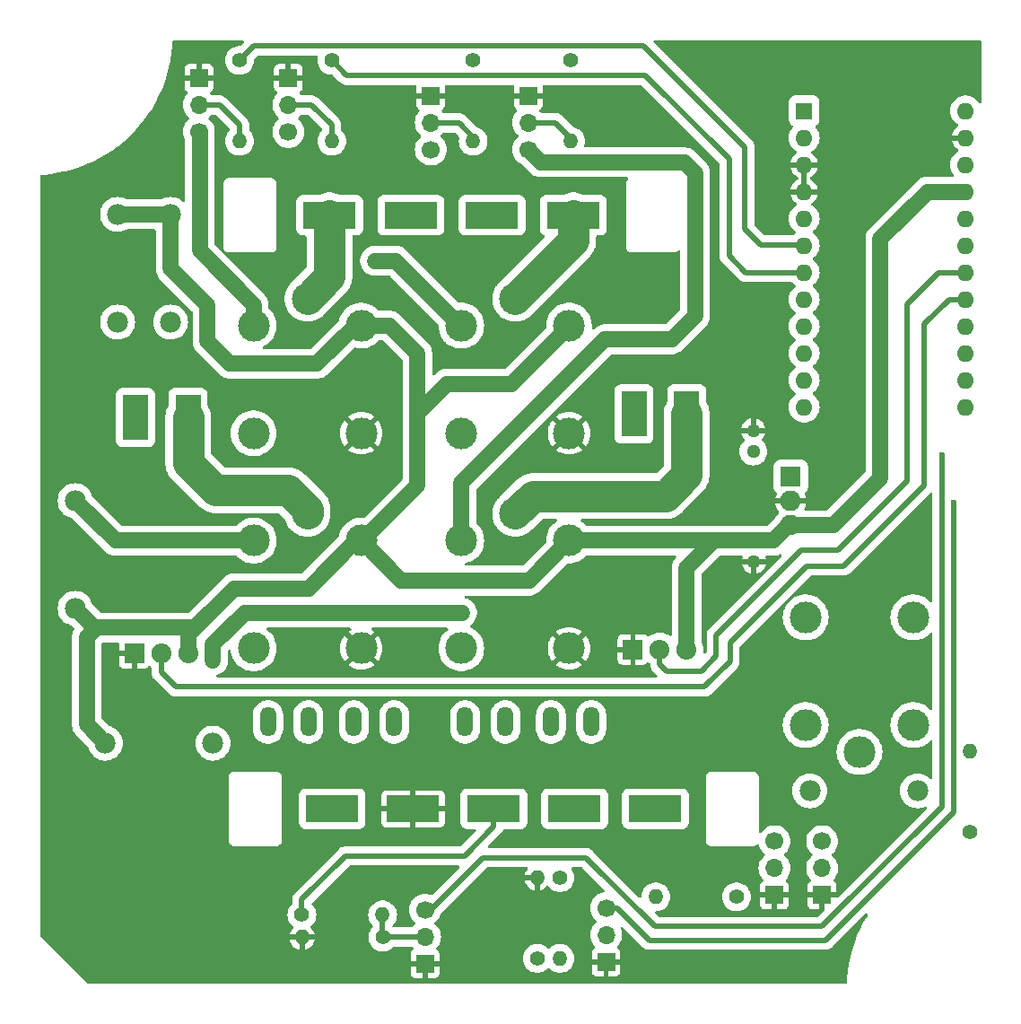
<source format=gbr>
%TF.GenerationSoftware,KiCad,Pcbnew,8.0.8*%
%TF.CreationDate,2025-04-12T15:43:34-04:00*%
%TF.ProjectId,Headlight Controller 1_2,48656164-6c69-4676-9874-20436f6e7472,1.2*%
%TF.SameCoordinates,Original*%
%TF.FileFunction,Copper,L1,Top*%
%TF.FilePolarity,Positive*%
%FSLAX46Y46*%
G04 Gerber Fmt 4.6, Leading zero omitted, Abs format (unit mm)*
G04 Created by KiCad (PCBNEW 8.0.8) date 2025-04-12 15:43:34*
%MOMM*%
%LPD*%
G01*
G04 APERTURE LIST*
%TA.AperFunction,ComponentPad*%
%ADD10O,1.981200X1.981200*%
%TD*%
%TA.AperFunction,ComponentPad*%
%ADD11R,5.000000X2.500000*%
%TD*%
%TA.AperFunction,ComponentPad*%
%ADD12C,1.400000*%
%TD*%
%TA.AperFunction,ComponentPad*%
%ADD13O,1.400000X1.400000*%
%TD*%
%TA.AperFunction,ComponentPad*%
%ADD14R,1.700000X1.700000*%
%TD*%
%TA.AperFunction,ComponentPad*%
%ADD15O,1.700000X1.700000*%
%TD*%
%TA.AperFunction,ComponentPad*%
%ADD16C,1.700000*%
%TD*%
%TA.AperFunction,ComponentPad*%
%ADD17C,3.000000*%
%TD*%
%TA.AperFunction,ComponentPad*%
%ADD18R,1.930400X1.930400*%
%TD*%
%TA.AperFunction,ComponentPad*%
%ADD19O,1.930400X1.930400*%
%TD*%
%TA.AperFunction,ComponentPad*%
%ADD20C,1.930400*%
%TD*%
%TA.AperFunction,ComponentPad*%
%ADD21R,2.380000X4.285000*%
%TD*%
%TA.AperFunction,ComponentPad*%
%ADD22O,1.879600X1.879600*%
%TD*%
%TA.AperFunction,ComponentPad*%
%ADD23R,1.879600X1.879600*%
%TD*%
%TA.AperFunction,ComponentPad*%
%ADD24O,1.524000X2.800000*%
%TD*%
%TA.AperFunction,ComponentPad*%
%ADD25R,1.600000X1.600000*%
%TD*%
%TA.AperFunction,ComponentPad*%
%ADD26O,1.600000X1.600000*%
%TD*%
%TA.AperFunction,ComponentPad*%
%ADD27O,1.300000X1.300000*%
%TD*%
%TA.AperFunction,ViaPad*%
%ADD28C,0.600000*%
%TD*%
%TA.AperFunction,Conductor*%
%ADD29C,0.500000*%
%TD*%
%TA.AperFunction,Conductor*%
%ADD30C,1.500000*%
%TD*%
%TA.AperFunction,Conductor*%
%ADD31C,3.000000*%
%TD*%
G04 APERTURE END LIST*
D10*
%TO.P,CR1,A,A*%
%TO.N,Net-(Q3-C)*%
X53000000Y-79380000D03*
%TO.P,CR1,C,K*%
%TO.N,/+5V*%
X53000000Y-69220000D03*
%TD*%
D11*
%TO.P,J2,A,A*%
%TO.N,/C2-A*%
X68000000Y-69300000D03*
%TO.P,J2,B,B*%
%TO.N,/C2-B*%
X75666666Y-69300000D03*
%TO.P,J2,C,C*%
%TO.N,/C2-C*%
X83333332Y-69300000D03*
%TO.P,J2,D,D*%
%TO.N,/C2-D*%
X91000000Y-69300000D03*
%TD*%
D12*
%TO.P,R7,1*%
%TO.N,/DG5*%
X81554945Y-54690000D03*
D13*
%TO.P,R7,2*%
%TO.N,Net-(Q5-B)*%
X81554945Y-62310000D03*
%TD*%
D10*
%TO.P,CR3,A,A*%
%TO.N,Net-(Q5-C)*%
X48000000Y-79380000D03*
%TO.P,CR3,C,K*%
%TO.N,/+5V*%
X48000000Y-69220000D03*
%TD*%
D14*
%TO.P,Q1,1,E*%
%TO.N,GND*%
X94100000Y-139740000D03*
D15*
%TO.P,Q1,2,B*%
%TO.N,Net-(Q1-B)*%
X94100000Y-137200000D03*
D16*
%TO.P,Q1,3,C*%
%TO.N,/DG8*%
X94100000Y-134660000D03*
%TD*%
D17*
%TO.P,K2,1,1*%
%TO.N,/U2 IN+*%
X65920000Y-97465000D03*
%TO.P,K2,2,2*%
%TO.N,/+5V*%
X71000000Y-100005000D03*
%TO.P,K2,3,3*%
%TO.N,GND*%
X71000000Y-110165000D03*
%TO.P,K2,4,4*%
%TO.N,/12V-1 Fused*%
X60840000Y-110165000D03*
%TO.P,K2,5,5*%
%TO.N,Net-(Q4-C)*%
X60840000Y-100005000D03*
%TD*%
D12*
%TO.P,R4,1*%
%TO.N,Net-(Q2-B)*%
X73030000Y-137400000D03*
D13*
%TO.P,R4,2*%
%TO.N,GND*%
X65410000Y-137400000D03*
%TD*%
D12*
%TO.P,R5,1*%
%TO.N,/DG3*%
X59500000Y-54688809D03*
D13*
%TO.P,R5,2*%
%TO.N,Net-(Q3-B)*%
X59500000Y-62308809D03*
%TD*%
D18*
%TO.P,U1,1,IN*%
%TO.N,/VI*%
X111525900Y-93977500D03*
D19*
%TO.P,U1,2,GND*%
%TO.N,GND*%
X111525900Y-96263500D03*
D20*
%TO.P,U1,3,OUT*%
%TO.N,/+5V*%
X111525900Y-98549500D03*
%TD*%
D21*
%TO.P,U3,1,IN+*%
%TO.N,/U3 IN+*%
X101713000Y-88032000D03*
%TO.P,U3,2,IN-*%
%TO.N,/C2-C*%
X96734600Y-88032000D03*
D22*
%TO.P,U3,3,VCC*%
%TO.N,/+5V*%
X101713000Y-110257000D03*
%TO.P,U3,4,OUT*%
%TO.N,/A1*%
X99173000Y-110257000D03*
D23*
%TO.P,U3,5,GND*%
%TO.N,GND*%
X96633000Y-110257000D03*
%TD*%
D12*
%TO.P,R3,1*%
%TO.N,/Close Lamps*%
X65390000Y-135300000D03*
D13*
%TO.P,R3,2*%
%TO.N,Net-(Q2-B)*%
X73010000Y-135300000D03*
%TD*%
D11*
%TO.P,J1,A,Pin_A*%
%TO.N,/Open Lamps*%
X98750000Y-125300000D03*
%TO.P,J1,B,Pin_B*%
%TO.N,/12V-2*%
X91125000Y-125300000D03*
%TO.P,J1,C,Pin_C*%
%TO.N,/Close Lamps*%
X83500000Y-125300000D03*
%TO.P,J1,D,Pin_D*%
%TO.N,GND*%
X75875000Y-125300000D03*
%TO.P,J1,E,Pin_E*%
%TO.N,/12V-1*%
X68250000Y-125300000D03*
%TD*%
D24*
%TO.P,F2,1,1*%
%TO.N,/12V-2*%
X80800000Y-117100000D03*
%TO.P,F2,2,2*%
X84600000Y-117100000D03*
%TO.P,F2,3,3*%
%TO.N,/12V-2 Fused*%
X88900000Y-117100000D03*
%TO.P,F2,4,4*%
X92700000Y-117100000D03*
%TD*%
D12*
%TO.P,R9,1*%
%TO.N,Net-(Q7-B)*%
X128400000Y-127510000D03*
D13*
%TO.P,R9,2*%
%TO.N,/DG9*%
X128400000Y-119890000D03*
%TD*%
D25*
%TO.P,A1,1,D1/TX*%
%TO.N,unconnected-(A1-D1{slash}TX-Pad1)*%
X112790000Y-59460000D03*
D26*
%TO.P,A1,2,D0/RX*%
%TO.N,unconnected-(A1-D0{slash}RX-Pad2)*%
X112790000Y-62000000D03*
%TO.P,A1,3,GND*%
%TO.N,GND*%
X112790000Y-64540000D03*
%TO.P,A1,4,GND*%
X112790000Y-67080000D03*
%TO.P,A1,5,D2*%
%TO.N,unconnected-(A1-D2-Pad5)*%
X112790000Y-69620000D03*
%TO.P,A1,6,~D3*%
%TO.N,/DG3*%
X112790000Y-72160000D03*
%TO.P,A1,7,D4/A6*%
%TO.N,/DG4*%
X112790000Y-74700000D03*
%TO.P,A1,8,~D5*%
%TO.N,/DG5*%
X112790000Y-77240000D03*
%TO.P,A1,9,~D6/A7*%
%TO.N,/DG6*%
X112790000Y-79780000D03*
%TO.P,A1,10,D7*%
%TO.N,/DG7*%
X112790000Y-82320000D03*
%TO.P,A1,11,D8/A8*%
%TO.N,/DG8*%
X112790000Y-84860000D03*
%TO.P,A1,12,~D9/A9*%
%TO.N,/DG9*%
X112790000Y-87400000D03*
%TO.P,A1,13,~D10/A10*%
%TO.N,unconnected-(A1-~D10{slash}A10-Pad13)*%
X128030000Y-87400000D03*
%TO.P,A1,14,D16*%
%TO.N,unconnected-(A1-D16-Pad14)*%
X128030000Y-84860000D03*
%TO.P,A1,15,D14*%
%TO.N,unconnected-(A1-D14-Pad15)*%
X128030000Y-82320000D03*
%TO.P,A1,16,D15*%
%TO.N,unconnected-(A1-D15-Pad16)*%
X128030000Y-79780000D03*
%TO.P,A1,17,D18/A0*%
%TO.N,/A0*%
X128030000Y-77240000D03*
%TO.P,A1,18,D19/A1*%
%TO.N,/A1*%
X128030000Y-74700000D03*
%TO.P,A1,19,D20/A2*%
%TO.N,unconnected-(A1-D20{slash}A2-Pad19)*%
X128030000Y-72160000D03*
%TO.P,A1,20,D21/A3*%
%TO.N,unconnected-(A1-D21{slash}A3-Pad20)*%
X128030000Y-69620000D03*
%TO.P,A1,21,VCC*%
%TO.N,/+5V*%
X128030000Y-67080000D03*
%TO.P,A1,22,RST*%
%TO.N,unconnected-(A1-RST-Pad22)*%
X128030000Y-64540000D03*
%TO.P,A1,23,GND*%
%TO.N,GND*%
X128030000Y-62000000D03*
%TO.P,A1,24,RAW*%
%TO.N,unconnected-(A1-RAW-Pad24)*%
X128030000Y-59460000D03*
%TD*%
D27*
%TO.P,C1,1*%
%TO.N,/VI*%
X108000000Y-91600000D03*
%TO.P,C1,2*%
%TO.N,GND*%
X108000000Y-89600000D03*
%TD*%
D14*
%TO.P,Q3,1,E*%
%TO.N,GND*%
X55670000Y-56360000D03*
D15*
%TO.P,Q3,2,B*%
%TO.N,Net-(Q3-B)*%
X55670000Y-58900000D03*
D16*
%TO.P,Q3,3,C*%
%TO.N,Net-(Q3-C)*%
X55670000Y-61440000D03*
%TD*%
D27*
%TO.P,C2,1*%
%TO.N,/+5V*%
X108048133Y-100000000D03*
%TO.P,C2,2*%
%TO.N,GND*%
X108048133Y-102000000D03*
%TD*%
D24*
%TO.P,F1,1,1*%
%TO.N,/12V-1*%
X74100000Y-117100000D03*
%TO.P,F1,2,2*%
X70300000Y-117100000D03*
%TO.P,F1,3,3*%
%TO.N,/12V-1 Fused*%
X66000000Y-117100000D03*
%TO.P,F1,4,4*%
X62200000Y-117100000D03*
%TD*%
D14*
%TO.P,Q4,1,E*%
%TO.N,GND*%
X64119890Y-56360000D03*
D15*
%TO.P,Q4,2,B*%
%TO.N,Net-(Q4-B)*%
X64119890Y-58900000D03*
D16*
%TO.P,Q4,3,C*%
%TO.N,Net-(Q4-C)*%
X64119890Y-61440000D03*
%TD*%
D12*
%TO.P,R8,1*%
%TO.N,/DG6*%
X90745055Y-54690000D03*
D13*
%TO.P,R8,2*%
%TO.N,Net-(Q6-B)*%
X90745055Y-62310000D03*
%TD*%
D17*
%TO.P,K1,1,1*%
%TO.N,/C2-A*%
X65920000Y-77170000D03*
%TO.P,K1,2,2*%
%TO.N,/+5V*%
X71000000Y-79710000D03*
%TO.P,K1,3,3*%
%TO.N,GND*%
X71000000Y-89870000D03*
%TO.P,K1,4,4*%
%TO.N,/12V-1 Fused*%
X60840000Y-89870000D03*
%TO.P,K1,5,5*%
%TO.N,Net-(Q3-C)*%
X60840000Y-79710000D03*
%TD*%
D14*
%TO.P,Q7,1,E*%
%TO.N,GND*%
X114490110Y-133440000D03*
D15*
%TO.P,Q7,2,B*%
%TO.N,Net-(Q7-B)*%
X114490110Y-130900000D03*
D16*
%TO.P,Q7,3,C*%
%TO.N,Net-(Q7-C)*%
X114490110Y-128360000D03*
%TD*%
D17*
%TO.P,K3,1,1*%
%TO.N,/C2-D*%
X85520000Y-77165000D03*
%TO.P,K3,2,2*%
%TO.N,/+5V*%
X90600000Y-79705000D03*
%TO.P,K3,3,3*%
%TO.N,GND*%
X90600000Y-89865000D03*
%TO.P,K3,4,4*%
%TO.N,/12V-2 Fused*%
X80440000Y-89865000D03*
%TO.P,K3,5,5*%
%TO.N,Net-(Q5-C)*%
X80440000Y-79705000D03*
%TD*%
D14*
%TO.P,Q6,1,E*%
%TO.N,GND*%
X86754945Y-58020000D03*
D15*
%TO.P,Q6,2,B*%
%TO.N,Net-(Q6-B)*%
X86754945Y-60560000D03*
D16*
%TO.P,Q6,3,C*%
%TO.N,Net-(Q6-C)*%
X86754945Y-63100000D03*
%TD*%
D14*
%TO.P,Q2,1,E*%
%TO.N,GND*%
X77010000Y-139900000D03*
D15*
%TO.P,Q2,2,B*%
%TO.N,Net-(Q2-B)*%
X77010000Y-137360000D03*
D16*
%TO.P,Q2,3,C*%
%TO.N,/DG7*%
X77010000Y-134820000D03*
%TD*%
D21*
%TO.P,U2,1,IN+*%
%TO.N,/U2 IN+*%
X54650000Y-88383000D03*
%TO.P,U2,2,IN-*%
%TO.N,/C2-B*%
X49671600Y-88383000D03*
D22*
%TO.P,U2,3,VCC*%
%TO.N,/+5V*%
X54650000Y-110608000D03*
%TO.P,U2,4,OUT*%
%TO.N,/A0*%
X52110000Y-110608000D03*
D23*
%TO.P,U2,5,GND*%
%TO.N,GND*%
X49570000Y-110608000D03*
%TD*%
D12*
%TO.P,R6,1*%
%TO.N,/DG4*%
X68210000Y-54688809D03*
D13*
%TO.P,R6,2*%
%TO.N,Net-(Q4-B)*%
X68210000Y-62308809D03*
%TD*%
D10*
%TO.P,CR4,A,A*%
%TO.N,Net-(Q6-C)*%
X57000000Y-119100000D03*
%TO.P,CR4,C,K*%
%TO.N,/+5V*%
X46840000Y-119100000D03*
%TD*%
D14*
%TO.P,Q8,1,E*%
%TO.N,GND*%
X109990110Y-133440000D03*
D15*
%TO.P,Q8,2,B*%
%TO.N,Net-(Q8-B)*%
X109990110Y-130900000D03*
D16*
%TO.P,Q8,3,C*%
%TO.N,Net-(Q7-C)*%
X109990110Y-128360000D03*
%TD*%
D17*
%TO.P,K5,1,1*%
%TO.N,/12V-2 Fused*%
X118015000Y-119935000D03*
%TO.P,K5,2,2*%
X112935000Y-117395000D03*
%TO.P,K5,3,3*%
%TO.N,unconnected-(K5-Pad3)*%
X112935000Y-107235000D03*
%TO.P,K5,4,4*%
%TO.N,/VI*%
X123095000Y-107235000D03*
%TO.P,K5,5,5*%
%TO.N,Net-(Q7-C)*%
X123095000Y-117395000D03*
%TD*%
D12*
%TO.P,R1,1*%
%TO.N,/Open Lamps*%
X89750000Y-131790000D03*
D13*
%TO.P,R1,2*%
%TO.N,Net-(Q1-B)*%
X89750000Y-139410000D03*
%TD*%
D14*
%TO.P,Q5,1,E*%
%TO.N,GND*%
X77554945Y-58020000D03*
D15*
%TO.P,Q5,2,B*%
%TO.N,Net-(Q5-B)*%
X77554945Y-60560000D03*
D16*
%TO.P,Q5,3,C*%
%TO.N,Net-(Q5-C)*%
X77554945Y-63100000D03*
%TD*%
D10*
%TO.P,CR5,A,A*%
%TO.N,Net-(Q7-C)*%
X123480000Y-123600000D03*
%TO.P,CR5,C,K*%
%TO.N,/12V-2 Fused*%
X113320000Y-123600000D03*
%TD*%
D12*
%TO.P,R2,1*%
%TO.N,Net-(Q1-B)*%
X87600000Y-139410000D03*
D13*
%TO.P,R2,2*%
%TO.N,GND*%
X87600000Y-131790000D03*
%TD*%
D17*
%TO.P,K4,1,1*%
%TO.N,/U3 IN+*%
X85520000Y-97460000D03*
%TO.P,K4,2,2*%
%TO.N,/+5V*%
X90600000Y-100000000D03*
%TO.P,K4,3,3*%
%TO.N,GND*%
X90600000Y-110160000D03*
%TO.P,K4,4,4*%
%TO.N,/12V-2 Fused*%
X80440000Y-110160000D03*
%TO.P,K4,5,5*%
%TO.N,Net-(Q6-C)*%
X80440000Y-100000000D03*
%TD*%
D12*
%TO.P,R10,1*%
%TO.N,Net-(Q8-B)*%
X106410000Y-133600000D03*
D13*
%TO.P,R10,2*%
%TO.N,/Open Lamps*%
X98790000Y-133600000D03*
%TD*%
D10*
%TO.P,CR2,A,A*%
%TO.N,Net-(Q4-C)*%
X44000000Y-96220000D03*
%TO.P,CR2,C,K*%
%TO.N,/+5V*%
X44000000Y-106380000D03*
%TD*%
D28*
%TO.N,/DG7*%
X125800000Y-91900000D03*
%TO.N,/DG8*%
X126900000Y-96400000D03*
%TO.N,GND*%
X105500000Y-103800000D03*
%TO.N,Net-(Q5-C)*%
X72325000Y-73600000D03*
%TO.N,Net-(Q6-C)*%
X80500000Y-106800000D03*
X57000000Y-111325000D03*
%TD*%
D29*
%TO.N,/DG3*%
X97600000Y-53300000D02*
X107200000Y-62900000D01*
X60888809Y-53300000D02*
X97600000Y-53300000D01*
X59500000Y-54688809D02*
X60888809Y-53300000D01*
X112730000Y-72100000D02*
X112790000Y-72160000D01*
X108700000Y-72100000D02*
X112730000Y-72100000D01*
X107200000Y-62900000D02*
X107200000Y-70600000D01*
X107200000Y-70600000D02*
X108700000Y-72100000D01*
%TO.N,/A1*%
X112500000Y-100900000D02*
X116000000Y-100900000D01*
X99173000Y-111673000D02*
X99800000Y-112300000D01*
X125500000Y-74700000D02*
X128030000Y-74700000D01*
X99173000Y-110257000D02*
X99173000Y-111673000D01*
X104500000Y-110900000D02*
X104500000Y-108900000D01*
X116000000Y-100900000D02*
X122500000Y-94400000D01*
X99800000Y-112300000D02*
X103100000Y-112300000D01*
X122500000Y-94400000D02*
X122500000Y-77700000D01*
X103100000Y-112300000D02*
X104500000Y-110900000D01*
X122500000Y-77700000D02*
X125500000Y-74700000D01*
X104500000Y-108900000D02*
X112500000Y-100900000D01*
%TO.N,/DG4*%
X69621191Y-56100000D02*
X97800000Y-56100000D01*
X107300000Y-74700000D02*
X112790000Y-74700000D01*
X105700000Y-73100000D02*
X107300000Y-74700000D01*
X97800000Y-56100000D02*
X105700000Y-64000000D01*
X105700000Y-64000000D02*
X105700000Y-73100000D01*
X68210000Y-54688809D02*
X69621191Y-56100000D01*
%TO.N,/DG7*%
X92200000Y-129900000D02*
X82465000Y-129900000D01*
X125800000Y-125100000D02*
X114500000Y-136400000D01*
X114500000Y-136400000D02*
X98700000Y-136400000D01*
X98700000Y-136400000D02*
X92200000Y-129900000D01*
X82465000Y-129900000D02*
X77545000Y-134820000D01*
X77545000Y-134820000D02*
X77010000Y-134820000D01*
X125800000Y-91900000D02*
X125800000Y-125100000D01*
%TO.N,/DG8*%
X98200000Y-137700000D02*
X95160000Y-134660000D01*
X95160000Y-134660000D02*
X94100000Y-134660000D01*
X126900000Y-125600000D02*
X114800000Y-137700000D01*
X114800000Y-137700000D02*
X98200000Y-137700000D01*
X126900000Y-96400000D02*
X126900000Y-125600000D01*
%TO.N,/A0*%
X105800000Y-111400000D02*
X105800000Y-109650000D01*
X113050000Y-102400000D02*
X116500000Y-102400000D01*
X116500000Y-102400000D02*
X124100000Y-94800000D01*
X124100000Y-94800000D02*
X124100000Y-79600000D01*
X103400000Y-113800000D02*
X105800000Y-111400000D01*
X105800000Y-109650000D02*
X113050000Y-102400000D01*
X124100000Y-79600000D02*
X126460000Y-77240000D01*
X52110000Y-112410000D02*
X53500000Y-113800000D01*
X53500000Y-113800000D02*
X103400000Y-113800000D01*
X126460000Y-77240000D02*
X128030000Y-77240000D01*
X52110000Y-110608000D02*
X52110000Y-112410000D01*
D30*
%TO.N,/+5V*%
X45100000Y-117360000D02*
X45100000Y-109100000D01*
X70395000Y-79710000D02*
X66805000Y-83300000D01*
X57303750Y-106203750D02*
X54650000Y-108857500D01*
X104300000Y-100000000D02*
X90600000Y-100000000D01*
X70495000Y-100005000D02*
X66000000Y-104500000D01*
X49000000Y-108200000D02*
X45820000Y-108200000D01*
X111349500Y-98549500D02*
X109899000Y-100000000D01*
X55307500Y-108200000D02*
X57303750Y-106203750D01*
X73670000Y-79710000D02*
X70395000Y-79710000D01*
X53000000Y-69220000D02*
X48000000Y-69220000D01*
X120000000Y-94100000D02*
X120000000Y-71500000D01*
X124420000Y-67080000D02*
X128030000Y-67080000D01*
X46840000Y-119100000D02*
X45100000Y-117360000D01*
X101713000Y-102587000D02*
X101713000Y-110257000D01*
X74775000Y-103775000D02*
X71005000Y-100005000D01*
X56500000Y-77800000D02*
X53000000Y-74300000D01*
X54650000Y-108857500D02*
X54650000Y-110608000D01*
X86825000Y-103775000D02*
X74775000Y-103775000D01*
X59007500Y-104500000D02*
X57303750Y-106203750D01*
X85200000Y-85200000D02*
X90600000Y-79800000D01*
X76300000Y-82340000D02*
X73670000Y-79710000D01*
X71005000Y-100005000D02*
X71000000Y-100005000D01*
X45820000Y-108200000D02*
X44000000Y-106380000D01*
X120000000Y-71500000D02*
X124420000Y-67080000D01*
X66805000Y-83300000D02*
X58600000Y-83300000D01*
X71095000Y-100005000D02*
X76300000Y-94800000D01*
X76300000Y-94800000D02*
X76300000Y-82340000D01*
X109899000Y-100000000D02*
X104300000Y-100000000D01*
X49000000Y-108200000D02*
X55307500Y-108200000D01*
X56500000Y-81200000D02*
X56500000Y-77800000D01*
X46000000Y-108200000D02*
X49000000Y-108200000D01*
X104300000Y-100000000D02*
X101713000Y-102587000D01*
X111525900Y-98549500D02*
X111349500Y-98549500D01*
X58600000Y-83300000D02*
X56500000Y-81200000D01*
X53000000Y-74300000D02*
X53000000Y-69220000D01*
X76300000Y-88000000D02*
X79100000Y-85200000D01*
X79100000Y-85200000D02*
X85200000Y-85200000D01*
X90600000Y-100000000D02*
X86825000Y-103775000D01*
X66000000Y-104500000D02*
X59007500Y-104500000D01*
X90600000Y-79800000D02*
X90600000Y-79705000D01*
X115550500Y-98549500D02*
X120000000Y-94100000D01*
X71000000Y-100005000D02*
X71095000Y-100005000D01*
X111525900Y-98549500D02*
X115550500Y-98549500D01*
X45100000Y-109100000D02*
X46000000Y-108200000D01*
%TO.N,Net-(Q3-C)*%
X55750000Y-61520000D02*
X55750000Y-72650000D01*
X55670000Y-61440000D02*
X55750000Y-61520000D01*
X60840000Y-77740000D02*
X60840000Y-79710000D01*
X55750000Y-72650000D02*
X60840000Y-77740000D01*
%TO.N,Net-(Q4-C)*%
X47785000Y-100005000D02*
X44000000Y-96220000D01*
X60840000Y-100005000D02*
X47785000Y-100005000D01*
%TO.N,Net-(Q5-C)*%
X80375000Y-79705000D02*
X80440000Y-79705000D01*
X74270000Y-73600000D02*
X80375000Y-79705000D01*
X72325000Y-73600000D02*
X74270000Y-73600000D01*
X72300000Y-73600000D02*
X72325000Y-73600000D01*
%TO.N,Net-(Q6-C)*%
X102500000Y-78800000D02*
X100300000Y-81000000D01*
X100300000Y-81000000D02*
X94000000Y-81000000D01*
X87954945Y-64300000D02*
X101500000Y-64300000D01*
X57000000Y-109800000D02*
X57000000Y-111300000D01*
X102500000Y-65300000D02*
X102500000Y-78800000D01*
X80440000Y-94560000D02*
X80440000Y-100000000D01*
X60000000Y-106800000D02*
X57000000Y-109800000D01*
X80500000Y-106800000D02*
X60000000Y-106800000D01*
X86754945Y-63100000D02*
X87954945Y-64300000D01*
X101500000Y-64300000D02*
X102500000Y-65300000D01*
X94000000Y-81000000D02*
X80440000Y-94560000D01*
D29*
%TO.N,/Close Lamps*%
X69500000Y-129750000D02*
X65390000Y-133860000D01*
X83500000Y-127000000D02*
X80750000Y-129750000D01*
X80750000Y-129750000D02*
X69500000Y-129750000D01*
X65390000Y-133860000D02*
X65390000Y-135300000D01*
X83500000Y-125300000D02*
X83500000Y-127000000D01*
D31*
%TO.N,/U2 IN+*%
X57232000Y-95232000D02*
X54650000Y-92650000D01*
X54650000Y-92650000D02*
X54650000Y-88383000D01*
X64097000Y-95232000D02*
X57232000Y-95232000D01*
X65920000Y-97465000D02*
X65920000Y-97055000D01*
X65920000Y-97055000D02*
X64097000Y-95232000D01*
%TO.N,/U3 IN+*%
X87180000Y-95800000D02*
X99700000Y-95800000D01*
X99700000Y-95800000D02*
X101713000Y-93787000D01*
X85520000Y-97460000D02*
X87180000Y-95800000D01*
X101713000Y-93787000D02*
X101713000Y-88032000D01*
D29*
%TO.N,Net-(Q2-B)*%
X73030000Y-137400000D02*
X76970000Y-137400000D01*
X73010000Y-135300000D02*
X73010000Y-137380000D01*
X76970000Y-137400000D02*
X77010000Y-137360000D01*
X73010000Y-137380000D02*
X73030000Y-137400000D01*
%TO.N,Net-(Q3-B)*%
X59500000Y-60790000D02*
X57610000Y-58900000D01*
X57610000Y-58900000D02*
X55670000Y-58900000D01*
X59500000Y-62308809D02*
X59500000Y-60790000D01*
%TO.N,Net-(Q4-B)*%
X64119890Y-58900000D02*
X66310000Y-58900000D01*
X66310000Y-58900000D02*
X68210000Y-60800000D01*
X68210000Y-60800000D02*
X68210000Y-62308809D01*
%TO.N,Net-(Q5-B)*%
X77594945Y-60600000D02*
X77554945Y-60560000D01*
X81554945Y-62310000D02*
X81554945Y-61909890D01*
X80245055Y-60600000D02*
X77594945Y-60600000D01*
X81554945Y-61909890D02*
X80245055Y-60600000D01*
%TO.N,Net-(Q6-B)*%
X89305055Y-60560000D02*
X86754945Y-60560000D01*
X90745055Y-62310000D02*
X90745055Y-62000000D01*
X90745055Y-62000000D02*
X89305055Y-60560000D01*
D31*
%TO.N,/C2-A*%
X67985000Y-75105000D02*
X67985000Y-69315000D01*
X65920000Y-77170000D02*
X67985000Y-75105000D01*
X67985000Y-69315000D02*
X68000000Y-69300000D01*
%TO.N,/C2-D*%
X91000000Y-71700000D02*
X91000000Y-69300000D01*
X85520000Y-77165000D02*
X85535000Y-77165000D01*
X85535000Y-77165000D02*
X91000000Y-71700000D01*
%TD*%
%TA.AperFunction,Conductor*%
%TO.N,GND*%
G36*
X59874992Y-52820185D02*
G01*
X59920747Y-52872989D01*
X59930691Y-52942147D01*
X59901666Y-53005703D01*
X59895634Y-53012181D01*
X59611125Y-53296690D01*
X59549802Y-53330175D01*
X59523444Y-53333009D01*
X59387655Y-53333009D01*
X59166027Y-53369991D01*
X58953522Y-53442945D01*
X58953508Y-53442951D01*
X58755911Y-53549884D01*
X58755902Y-53549890D01*
X58578600Y-53687890D01*
X58578596Y-53687893D01*
X58426413Y-53853207D01*
X58303522Y-54041308D01*
X58213266Y-54247072D01*
X58158107Y-54464890D01*
X58139553Y-54688803D01*
X58139553Y-54688814D01*
X58158107Y-54912727D01*
X58213266Y-55130545D01*
X58303522Y-55336309D01*
X58426413Y-55524410D01*
X58578596Y-55689724D01*
X58578600Y-55689727D01*
X58755906Y-55827730D01*
X58755908Y-55827731D01*
X58755911Y-55827733D01*
X58852273Y-55879881D01*
X58953515Y-55934670D01*
X59166030Y-56007627D01*
X59387655Y-56044609D01*
X59612345Y-56044609D01*
X59833970Y-56007627D01*
X60046485Y-55934670D01*
X60244094Y-55827730D01*
X60421406Y-55689722D01*
X60573584Y-55524413D01*
X60696477Y-55336310D01*
X60786734Y-55130545D01*
X60841892Y-54912731D01*
X60858985Y-54706457D01*
X60860447Y-54688814D01*
X60860447Y-54688810D01*
X60860447Y-54688805D01*
X60859113Y-54672716D01*
X60873192Y-54604282D01*
X60895002Y-54574800D01*
X61227686Y-54242116D01*
X61289007Y-54208634D01*
X61315365Y-54205800D01*
X66774402Y-54205800D01*
X66841441Y-54225485D01*
X66887196Y-54278289D01*
X66897140Y-54347447D01*
X66894608Y-54360240D01*
X66868107Y-54464890D01*
X66849553Y-54688803D01*
X66849553Y-54688814D01*
X66868107Y-54912727D01*
X66923266Y-55130545D01*
X67013522Y-55336309D01*
X67136413Y-55524410D01*
X67288596Y-55689724D01*
X67288600Y-55689727D01*
X67465906Y-55827730D01*
X67465908Y-55827731D01*
X67465911Y-55827733D01*
X67562273Y-55879881D01*
X67663515Y-55934670D01*
X67876030Y-56007627D01*
X68097655Y-56044609D01*
X68233443Y-56044609D01*
X68300482Y-56064294D01*
X68321124Y-56080928D01*
X68917609Y-56677413D01*
X68917610Y-56677414D01*
X69043777Y-56803581D01*
X69043778Y-56803582D01*
X69192127Y-56902706D01*
X69192133Y-56902709D01*
X69192134Y-56902710D01*
X69356979Y-56970991D01*
X69531972Y-57005799D01*
X69531976Y-57005800D01*
X69531977Y-57005800D01*
X69710404Y-57005800D01*
X76080945Y-57005800D01*
X76147984Y-57025485D01*
X76193739Y-57078289D01*
X76204945Y-57129800D01*
X76204945Y-57770000D01*
X77006463Y-57770000D01*
X76995834Y-57788409D01*
X76954945Y-57941009D01*
X76954945Y-58098991D01*
X76995834Y-58251591D01*
X77006463Y-58270000D01*
X76204945Y-58270000D01*
X76204945Y-58917844D01*
X76211346Y-58977372D01*
X76211348Y-58977379D01*
X76261590Y-59112086D01*
X76261594Y-59112093D01*
X76347754Y-59227186D01*
X76464702Y-59314734D01*
X76506573Y-59370668D01*
X76511557Y-59440360D01*
X76484682Y-59494532D01*
X76332960Y-59672176D01*
X76209115Y-59874273D01*
X76118414Y-60093245D01*
X76063084Y-60323715D01*
X76044489Y-60560000D01*
X76063084Y-60796284D01*
X76118414Y-61026754D01*
X76209115Y-61245726D01*
X76209118Y-61245731D01*
X76209119Y-61245733D01*
X76332960Y-61447824D01*
X76486891Y-61628054D01*
X76572918Y-61701528D01*
X76612940Y-61735710D01*
X76651133Y-61794217D01*
X76651631Y-61864085D01*
X76614278Y-61923131D01*
X76612940Y-61924290D01*
X76486891Y-62031946D01*
X76332960Y-62212175D01*
X76209115Y-62414273D01*
X76118414Y-62633245D01*
X76063084Y-62863715D01*
X76044489Y-63100000D01*
X76063084Y-63336284D01*
X76118414Y-63566754D01*
X76209115Y-63785726D01*
X76209118Y-63785731D01*
X76209119Y-63785733D01*
X76332960Y-63987824D01*
X76486891Y-64168054D01*
X76667121Y-64321985D01*
X76869212Y-64445826D01*
X76869215Y-64445827D01*
X76869218Y-64445829D01*
X77088190Y-64536530D01*
X77184803Y-64559724D01*
X77318658Y-64591860D01*
X77554945Y-64610456D01*
X77791232Y-64591860D01*
X77957222Y-64552009D01*
X78021699Y-64536530D01*
X78021700Y-64536529D01*
X78021702Y-64536529D01*
X78240678Y-64445826D01*
X78442769Y-64321985D01*
X78622999Y-64168054D01*
X78776930Y-63987824D01*
X78900771Y-63785733D01*
X78991474Y-63566757D01*
X78994090Y-63555863D01*
X79015840Y-63465266D01*
X79046805Y-63336287D01*
X79065401Y-63100000D01*
X79046805Y-62863713D01*
X79019636Y-62750545D01*
X78991475Y-62633245D01*
X78900774Y-62414273D01*
X78900772Y-62414270D01*
X78900771Y-62414267D01*
X78776930Y-62212176D01*
X78622999Y-62031946D01*
X78622997Y-62031944D01*
X78622996Y-62031943D01*
X78496950Y-61924290D01*
X78458756Y-61865784D01*
X78458257Y-61795916D01*
X78495611Y-61736869D01*
X78496950Y-61735710D01*
X78553679Y-61687259D01*
X78622999Y-61628054D01*
X78682174Y-61558769D01*
X78690289Y-61549268D01*
X78748796Y-61511075D01*
X78784579Y-61505800D01*
X79818499Y-61505800D01*
X79885538Y-61525485D01*
X79906180Y-61542119D01*
X80211138Y-61847078D01*
X80244623Y-61908401D01*
X80243663Y-61965198D01*
X80213052Y-62086079D01*
X80194498Y-62309994D01*
X80194498Y-62310005D01*
X80213052Y-62533918D01*
X80213052Y-62533921D01*
X80213053Y-62533922D01*
X80243076Y-62652482D01*
X80268211Y-62751736D01*
X80358467Y-62957500D01*
X80481358Y-63145601D01*
X80552539Y-63222924D01*
X80632444Y-63309724D01*
X80633541Y-63310915D01*
X80633545Y-63310918D01*
X80795035Y-63436611D01*
X80810851Y-63448921D01*
X80810853Y-63448922D01*
X80810856Y-63448924D01*
X80841054Y-63465266D01*
X81008460Y-63555861D01*
X81220975Y-63628818D01*
X81442600Y-63665800D01*
X81667290Y-63665800D01*
X81888915Y-63628818D01*
X82101430Y-63555861D01*
X82299039Y-63448921D01*
X82476351Y-63310913D01*
X82628529Y-63145604D01*
X82751422Y-62957501D01*
X82841679Y-62751736D01*
X82896837Y-62533922D01*
X82910714Y-62366453D01*
X82915392Y-62310005D01*
X82915392Y-62309994D01*
X82900482Y-62130071D01*
X82896837Y-62086078D01*
X82841679Y-61868264D01*
X82751422Y-61662499D01*
X82738222Y-61642295D01*
X82628531Y-61474398D01*
X82511728Y-61347517D01*
X82476351Y-61309087D01*
X82476350Y-61309086D01*
X82476348Y-61309084D01*
X82476344Y-61309081D01*
X82299042Y-61171081D01*
X82299033Y-61171075D01*
X82101436Y-61064142D01*
X82101433Y-61064141D01*
X82101430Y-61064139D01*
X82101424Y-61064137D01*
X82101422Y-61064136D01*
X81959166Y-61015299D01*
X81911748Y-60985699D01*
X80955706Y-60029657D01*
X80955703Y-60029653D01*
X80955703Y-60029654D01*
X80948636Y-60022587D01*
X80948636Y-60022586D01*
X80822469Y-59896419D01*
X80822468Y-59896418D01*
X80822467Y-59896417D01*
X80748290Y-59846854D01*
X80674110Y-59797288D01*
X80509268Y-59729009D01*
X80509260Y-59729007D01*
X80334273Y-59694200D01*
X80334269Y-59694200D01*
X78852906Y-59694200D01*
X78785867Y-59674515D01*
X78758616Y-59650732D01*
X78672932Y-59550411D01*
X78625207Y-59494531D01*
X78596637Y-59430772D01*
X78607074Y-59361686D01*
X78645187Y-59314734D01*
X78762136Y-59227186D01*
X78848295Y-59112093D01*
X78848299Y-59112086D01*
X78898541Y-58977379D01*
X78898543Y-58977372D01*
X78904944Y-58917844D01*
X78904945Y-58917827D01*
X78904945Y-58270000D01*
X78103427Y-58270000D01*
X78114056Y-58251591D01*
X78154945Y-58098991D01*
X78154945Y-57941009D01*
X78114056Y-57788409D01*
X78103427Y-57770000D01*
X78904945Y-57770000D01*
X78904945Y-57129800D01*
X78924630Y-57062761D01*
X78977434Y-57017006D01*
X79028945Y-57005800D01*
X85280945Y-57005800D01*
X85347984Y-57025485D01*
X85393739Y-57078289D01*
X85404945Y-57129800D01*
X85404945Y-57770000D01*
X86206463Y-57770000D01*
X86195834Y-57788409D01*
X86154945Y-57941009D01*
X86154945Y-58098991D01*
X86195834Y-58251591D01*
X86206463Y-58270000D01*
X85404945Y-58270000D01*
X85404945Y-58917844D01*
X85411346Y-58977372D01*
X85411348Y-58977379D01*
X85461590Y-59112086D01*
X85461594Y-59112093D01*
X85547754Y-59227186D01*
X85664702Y-59314734D01*
X85706573Y-59370668D01*
X85711557Y-59440360D01*
X85684682Y-59494532D01*
X85532960Y-59672176D01*
X85409115Y-59874273D01*
X85318414Y-60093245D01*
X85263084Y-60323715D01*
X85244489Y-60560000D01*
X85263084Y-60796284D01*
X85318414Y-61026754D01*
X85409115Y-61245726D01*
X85409118Y-61245731D01*
X85409119Y-61245733D01*
X85532960Y-61447824D01*
X85686891Y-61628054D01*
X85772918Y-61701528D01*
X85812940Y-61735710D01*
X85851133Y-61794217D01*
X85851631Y-61864085D01*
X85814278Y-61923131D01*
X85812940Y-61924290D01*
X85686891Y-62031946D01*
X85532960Y-62212175D01*
X85409115Y-62414273D01*
X85318414Y-62633245D01*
X85263084Y-62863715D01*
X85244489Y-63100000D01*
X85263084Y-63336284D01*
X85318414Y-63566754D01*
X85409115Y-63785726D01*
X85409118Y-63785731D01*
X85409119Y-63785733D01*
X85532960Y-63987824D01*
X85686891Y-64168054D01*
X85867121Y-64321985D01*
X86069212Y-64445826D01*
X86120612Y-64467116D01*
X86160840Y-64493996D01*
X87039128Y-65372284D01*
X87218144Y-65502348D01*
X87311295Y-65549810D01*
X87415300Y-65602804D01*
X87415302Y-65602804D01*
X87415305Y-65602806D01*
X87452025Y-65614737D01*
X87625752Y-65671185D01*
X87844301Y-65705800D01*
X87844306Y-65705800D01*
X88065584Y-65705800D01*
X96087024Y-65705800D01*
X96154063Y-65725485D01*
X96199818Y-65778289D01*
X96209762Y-65847447D01*
X96180737Y-65911003D01*
X96174705Y-65917481D01*
X96099502Y-65992683D01*
X96099500Y-65992686D01*
X96033608Y-66106812D01*
X95999500Y-66234108D01*
X95999500Y-72365892D01*
X96016554Y-72429539D01*
X96033608Y-72493187D01*
X96053544Y-72527716D01*
X96099500Y-72607314D01*
X96192686Y-72700500D01*
X96306814Y-72766392D01*
X96434108Y-72800500D01*
X96434110Y-72800500D01*
X100565890Y-72800500D01*
X100565892Y-72800500D01*
X100693186Y-72766392D01*
X100807314Y-72700500D01*
X100882519Y-72625295D01*
X100943842Y-72591810D01*
X101013534Y-72596794D01*
X101069467Y-72638666D01*
X101093884Y-72704130D01*
X101094200Y-72712976D01*
X101094200Y-78166337D01*
X101074515Y-78233376D01*
X101057881Y-78254018D01*
X99754018Y-79557881D01*
X99692695Y-79591366D01*
X99666337Y-79594200D01*
X93889356Y-79594200D01*
X93670807Y-79628814D01*
X93460355Y-79697195D01*
X93263199Y-79797652D01*
X93084184Y-79927715D01*
X92954715Y-80057184D01*
X92893392Y-80090668D01*
X92823700Y-80085684D01*
X92767767Y-80043812D01*
X92743350Y-79978348D01*
X92743323Y-79961047D01*
X92760837Y-79705000D01*
X92740711Y-79410766D01*
X92707174Y-79249376D01*
X92680710Y-79122024D01*
X92680705Y-79122007D01*
X92646129Y-79024719D01*
X92581944Y-78844120D01*
X92446261Y-78582264D01*
X92446260Y-78582262D01*
X92446256Y-78582256D01*
X92276188Y-78341324D01*
X92204754Y-78264837D01*
X92074886Y-78125783D01*
X92074884Y-78125782D01*
X92074882Y-78125779D01*
X91851417Y-77943977D01*
X91846112Y-77939661D01*
X91846110Y-77939660D01*
X91846108Y-77939658D01*
X91594124Y-77786423D01*
X91594119Y-77786421D01*
X91323624Y-77668929D01*
X91039640Y-77589360D01*
X91039636Y-77589359D01*
X91039635Y-77589359D01*
X90822398Y-77559500D01*
X90747462Y-77549200D01*
X90747461Y-77549200D01*
X90452539Y-77549200D01*
X90452538Y-77549200D01*
X90160365Y-77589359D01*
X90160359Y-77589360D01*
X89876375Y-77668929D01*
X89605880Y-77786421D01*
X89605875Y-77786423D01*
X89353891Y-77939658D01*
X89125117Y-78125779D01*
X88923811Y-78341324D01*
X88753743Y-78582256D01*
X88753739Y-78582262D01*
X88618055Y-78844121D01*
X88519294Y-79122007D01*
X88519289Y-79122024D01*
X88459289Y-79410763D01*
X88459288Y-79410765D01*
X88439163Y-79705000D01*
X88452455Y-79899329D01*
X88437391Y-79967556D01*
X88416425Y-79995472D01*
X84654018Y-83757881D01*
X84592695Y-83791366D01*
X84566337Y-83794200D01*
X78989356Y-83794200D01*
X78770807Y-83828814D01*
X78560355Y-83897195D01*
X78363199Y-83997652D01*
X78261063Y-84071858D01*
X78184183Y-84127716D01*
X78184181Y-84127718D01*
X78184180Y-84127718D01*
X77917481Y-84394418D01*
X77856158Y-84427903D01*
X77786466Y-84422919D01*
X77730533Y-84381047D01*
X77706116Y-84315583D01*
X77705800Y-84306737D01*
X77705800Y-82229355D01*
X77671185Y-82010807D01*
X77629337Y-81882015D01*
X77602806Y-81800360D01*
X77602804Y-81800357D01*
X77602804Y-81800355D01*
X77529488Y-81656466D01*
X77502348Y-81603200D01*
X77448578Y-81529192D01*
X77429504Y-81502939D01*
X77372288Y-81424186D01*
X77372286Y-81424184D01*
X74585819Y-78637718D01*
X74585817Y-78637716D01*
X74406800Y-78507652D01*
X74355219Y-78481370D01*
X74209644Y-78407195D01*
X73999192Y-78338814D01*
X73780644Y-78304200D01*
X73780639Y-78304200D01*
X72690707Y-78304200D01*
X72623668Y-78284515D01*
X72600089Y-78264842D01*
X72474886Y-78130783D01*
X72469690Y-78126556D01*
X72259768Y-77955771D01*
X72246112Y-77944661D01*
X72246110Y-77944660D01*
X72246108Y-77944658D01*
X71994124Y-77791423D01*
X71994119Y-77791421D01*
X71723624Y-77673929D01*
X71439640Y-77594360D01*
X71439636Y-77594359D01*
X71439635Y-77594359D01*
X71293548Y-77574279D01*
X71147462Y-77554200D01*
X71147461Y-77554200D01*
X70852539Y-77554200D01*
X70852538Y-77554200D01*
X70560365Y-77594359D01*
X70560359Y-77594360D01*
X70276375Y-77673929D01*
X70005880Y-77791421D01*
X70005875Y-77791423D01*
X69753891Y-77944658D01*
X69525117Y-78130779D01*
X69323811Y-78346324D01*
X69153743Y-78587256D01*
X69153739Y-78587262D01*
X69018055Y-78849121D01*
X68919297Y-79126999D01*
X68919293Y-79127010D01*
X68908310Y-79179862D01*
X68875396Y-79241493D01*
X68874585Y-79242311D01*
X66259018Y-81857881D01*
X66197695Y-81891366D01*
X66171337Y-81894200D01*
X61819317Y-81894200D01*
X61752278Y-81874515D01*
X61706523Y-81821711D01*
X61696579Y-81752553D01*
X61725604Y-81688997D01*
X61769916Y-81656466D01*
X61834119Y-81628578D01*
X61834124Y-81628576D01*
X61834126Y-81628575D01*
X62086112Y-81475339D01*
X62314886Y-81289217D01*
X62516186Y-81073678D01*
X62686261Y-80832736D01*
X62821944Y-80570880D01*
X62920707Y-80292987D01*
X62920708Y-80292980D01*
X62920710Y-80292975D01*
X62954626Y-80129761D01*
X62980711Y-80004234D01*
X63000837Y-79710000D01*
X62980711Y-79415766D01*
X62952759Y-79281254D01*
X62920710Y-79127024D01*
X62920705Y-79127007D01*
X62884352Y-79024719D01*
X62821944Y-78849120D01*
X62686261Y-78587264D01*
X62686260Y-78587262D01*
X62686256Y-78587256D01*
X62516188Y-78346324D01*
X62492694Y-78321169D01*
X62314886Y-78130783D01*
X62291543Y-78111792D01*
X62251964Y-78054215D01*
X62245800Y-78015605D01*
X62245800Y-77629355D01*
X62211185Y-77410807D01*
X62165740Y-77270944D01*
X62142806Y-77200360D01*
X62142804Y-77200357D01*
X62142804Y-77200355D01*
X62127337Y-77169999D01*
X63759163Y-77169999D01*
X63763911Y-77239412D01*
X63764200Y-77247874D01*
X63764200Y-77311300D01*
X63773324Y-77380613D01*
X63774096Y-77388332D01*
X63779288Y-77464231D01*
X63792122Y-77525994D01*
X63793654Y-77535033D01*
X63801085Y-77591477D01*
X63801087Y-77591483D01*
X63820865Y-77665301D01*
X63822496Y-77672161D01*
X63839292Y-77752983D01*
X63839297Y-77753001D01*
X63858242Y-77806310D01*
X63861175Y-77815736D01*
X63874228Y-77864448D01*
X63874229Y-77864450D01*
X63905952Y-77941037D01*
X63908231Y-77946963D01*
X63938055Y-78030878D01*
X63961095Y-78075344D01*
X63965557Y-78084937D01*
X63982371Y-78125528D01*
X63982373Y-78125532D01*
X64027084Y-78202973D01*
X64029781Y-78207902D01*
X64053677Y-78254018D01*
X64073738Y-78292734D01*
X64098872Y-78328342D01*
X64104952Y-78337846D01*
X64123668Y-78370262D01*
X64123678Y-78370278D01*
X64182059Y-78446362D01*
X64184987Y-78450339D01*
X64243814Y-78533678D01*
X64243818Y-78533682D01*
X64243818Y-78533683D01*
X64269125Y-78560779D01*
X64276880Y-78569932D01*
X64291868Y-78589466D01*
X64295706Y-78594467D01*
X64368120Y-78666881D01*
X64371033Y-78669896D01*
X64445114Y-78749217D01*
X64468836Y-78768516D01*
X64478265Y-78777026D01*
X64495534Y-78794295D01*
X64581906Y-78860570D01*
X64584675Y-78862758D01*
X64673889Y-78935340D01*
X64680789Y-78939535D01*
X64694462Y-78947849D01*
X64705511Y-78955416D01*
X64719731Y-78966328D01*
X64819699Y-79024044D01*
X64822015Y-79025416D01*
X64853829Y-79044763D01*
X64925877Y-79088577D01*
X64941988Y-79095575D01*
X64954585Y-79101921D01*
X64964468Y-79107627D01*
X65077174Y-79154311D01*
X65078931Y-79155056D01*
X65196380Y-79206072D01*
X65203883Y-79208174D01*
X65207023Y-79209054D01*
X65221020Y-79213894D01*
X65225554Y-79215772D01*
X65349617Y-79249014D01*
X65350895Y-79249364D01*
X65480365Y-79285641D01*
X65484859Y-79286258D01*
X65494515Y-79288209D01*
X65494533Y-79288121D01*
X65498520Y-79288914D01*
X65524270Y-79292303D01*
X65632446Y-79306544D01*
X65632710Y-79306580D01*
X65749236Y-79322596D01*
X65772538Y-79325800D01*
X65772539Y-79325800D01*
X66067462Y-79325800D01*
X66091458Y-79322501D01*
X66207294Y-79306579D01*
X66207566Y-79306542D01*
X66303235Y-79293948D01*
X66341473Y-79288915D01*
X66341476Y-79288914D01*
X66341479Y-79288914D01*
X66341481Y-79288913D01*
X66345465Y-79288121D01*
X66345482Y-79288209D01*
X66355151Y-79286257D01*
X66359635Y-79285641D01*
X66359638Y-79285639D01*
X66359643Y-79285639D01*
X66489082Y-79249371D01*
X66490346Y-79249023D01*
X66614446Y-79215772D01*
X66618969Y-79213898D01*
X66632977Y-79209054D01*
X66643609Y-79206075D01*
X66643608Y-79206075D01*
X66643620Y-79206072D01*
X66761149Y-79155021D01*
X66762779Y-79154329D01*
X66875532Y-79107627D01*
X66885417Y-79101919D01*
X66898007Y-79095575D01*
X66914126Y-79088575D01*
X67017942Y-79025442D01*
X67020357Y-79024012D01*
X67084120Y-78987197D01*
X67120269Y-78966328D01*
X67134486Y-78955417D01*
X67145531Y-78947853D01*
X67166112Y-78935339D01*
X67255354Y-78862732D01*
X67258042Y-78860608D01*
X67344467Y-78794294D01*
X67361754Y-78777005D01*
X67371151Y-78768526D01*
X67394886Y-78749217D01*
X67468993Y-78669866D01*
X67471879Y-78666880D01*
X69404086Y-76734673D01*
X69404104Y-76734658D01*
X69609289Y-76529473D01*
X69609294Y-76529468D01*
X69781329Y-76305268D01*
X69922627Y-76060532D01*
X70030772Y-75799446D01*
X70065140Y-75671185D01*
X70103914Y-75526479D01*
X70140800Y-75246298D01*
X70140800Y-74963702D01*
X70140800Y-73489355D01*
X70894200Y-73489355D01*
X70894200Y-73710644D01*
X70928814Y-73929192D01*
X70997195Y-74139644D01*
X71042070Y-74227715D01*
X71097652Y-74336800D01*
X71227716Y-74515817D01*
X71384183Y-74672284D01*
X71563200Y-74802348D01*
X71636390Y-74839640D01*
X71760355Y-74902804D01*
X71760357Y-74902804D01*
X71760360Y-74902806D01*
X71873164Y-74939458D01*
X71970807Y-74971185D01*
X72189356Y-75005800D01*
X72189361Y-75005800D01*
X72214361Y-75005800D01*
X73636337Y-75005800D01*
X73703376Y-75025485D01*
X73724018Y-75042119D01*
X78246181Y-79564282D01*
X78279666Y-79625605D01*
X78282211Y-79660422D01*
X78279163Y-79704997D01*
X78279163Y-79704999D01*
X78299288Y-79999234D01*
X78299289Y-79999236D01*
X78359289Y-80287975D01*
X78359294Y-80287992D01*
X78458055Y-80565878D01*
X78593739Y-80827737D01*
X78593743Y-80827743D01*
X78763811Y-81068675D01*
X78841743Y-81152119D01*
X78928733Y-81245263D01*
X78965117Y-81284220D01*
X78997597Y-81310644D01*
X79193888Y-81470339D01*
X79193890Y-81470340D01*
X79193891Y-81470341D01*
X79445875Y-81623576D01*
X79445880Y-81623578D01*
X79713083Y-81739640D01*
X79716380Y-81741072D01*
X80000365Y-81820641D01*
X80257231Y-81855947D01*
X80292538Y-81860800D01*
X80292539Y-81860800D01*
X80587462Y-81860800D01*
X80618961Y-81856470D01*
X80879635Y-81820641D01*
X81163620Y-81741072D01*
X81434126Y-81623575D01*
X81686112Y-81470339D01*
X81914886Y-81284217D01*
X82116186Y-81068678D01*
X82286261Y-80827736D01*
X82421944Y-80565880D01*
X82520707Y-80287987D01*
X82520708Y-80287980D01*
X82520710Y-80287975D01*
X82553587Y-80129761D01*
X82580711Y-79999234D01*
X82600837Y-79705000D01*
X82580711Y-79410766D01*
X82547174Y-79249376D01*
X82520710Y-79122024D01*
X82520705Y-79122007D01*
X82486129Y-79024719D01*
X82421944Y-78844120D01*
X82286261Y-78582264D01*
X82286260Y-78582262D01*
X82286256Y-78582256D01*
X82116188Y-78341324D01*
X82044754Y-78264837D01*
X81914886Y-78125783D01*
X81914884Y-78125782D01*
X81914882Y-78125779D01*
X81691417Y-77943977D01*
X81686112Y-77939661D01*
X81686110Y-77939660D01*
X81686108Y-77939658D01*
X81434124Y-77786423D01*
X81434119Y-77786421D01*
X81163624Y-77668929D01*
X80879640Y-77589360D01*
X80879636Y-77589359D01*
X80879635Y-77589359D01*
X80662398Y-77559500D01*
X80587462Y-77549200D01*
X80587461Y-77549200D01*
X80292539Y-77549200D01*
X80287240Y-77549928D01*
X80278612Y-77551114D01*
X80209517Y-77540739D01*
X80174050Y-77515949D01*
X79823100Y-77164999D01*
X83359163Y-77164999D01*
X83363911Y-77234412D01*
X83364200Y-77242874D01*
X83364200Y-77306301D01*
X83373324Y-77375614D01*
X83374096Y-77383333D01*
X83379288Y-77459229D01*
X83392122Y-77520989D01*
X83393654Y-77530030D01*
X83397534Y-77559500D01*
X83401086Y-77586478D01*
X83420866Y-77660298D01*
X83422491Y-77667136D01*
X83427109Y-77689355D01*
X83439292Y-77747986D01*
X83439295Y-77747994D01*
X83458242Y-77801310D01*
X83461175Y-77810736D01*
X83474228Y-77859448D01*
X83474229Y-77859450D01*
X83505952Y-77936037D01*
X83508231Y-77941963D01*
X83538055Y-78025878D01*
X83561095Y-78070344D01*
X83565557Y-78079937D01*
X83582370Y-78120525D01*
X83582374Y-78120534D01*
X83627073Y-78197956D01*
X83629782Y-78202906D01*
X83673736Y-78287731D01*
X83673737Y-78287733D01*
X83698872Y-78323342D01*
X83704951Y-78332844D01*
X83712734Y-78346324D01*
X83723667Y-78365261D01*
X83723677Y-78365277D01*
X83782046Y-78441345D01*
X83784973Y-78445321D01*
X83810420Y-78481370D01*
X83843814Y-78528678D01*
X83869131Y-78555786D01*
X83876873Y-78564925D01*
X83882896Y-78572774D01*
X83894014Y-78587264D01*
X83895706Y-78589468D01*
X83968120Y-78661882D01*
X83971034Y-78664898D01*
X84045106Y-78744209D01*
X84045109Y-78744212D01*
X84045114Y-78744217D01*
X84045118Y-78744220D01*
X84068830Y-78763511D01*
X84078259Y-78772021D01*
X84095533Y-78789295D01*
X84181918Y-78855580D01*
X84184687Y-78857768D01*
X84273892Y-78930342D01*
X84273895Y-78930344D01*
X84294451Y-78942844D01*
X84305511Y-78950417D01*
X84306336Y-78951050D01*
X84319732Y-78961329D01*
X84419707Y-79019049D01*
X84422023Y-79020421D01*
X84525874Y-79083575D01*
X84530074Y-79085399D01*
X84541988Y-79090575D01*
X84554585Y-79096921D01*
X84564468Y-79102627D01*
X84677174Y-79149311D01*
X84678931Y-79150056D01*
X84796380Y-79201072D01*
X84807025Y-79204054D01*
X84821014Y-79208891D01*
X84825554Y-79210772D01*
X84949604Y-79244010D01*
X84950847Y-79244351D01*
X85080365Y-79280641D01*
X85084861Y-79281258D01*
X85094518Y-79283209D01*
X85094536Y-79283121D01*
X85098510Y-79283910D01*
X85098522Y-79283914D01*
X85232480Y-79301549D01*
X85232687Y-79301577D01*
X85353051Y-79318121D01*
X85372538Y-79320800D01*
X85372539Y-79320800D01*
X85676292Y-79320800D01*
X85676298Y-79320800D01*
X85676299Y-79320800D01*
X85917808Y-79289005D01*
X85956479Y-79283914D01*
X86229446Y-79210772D01*
X86490532Y-79102627D01*
X86514871Y-79088575D01*
X86735268Y-78961329D01*
X86959468Y-78789294D01*
X87159294Y-78589468D01*
X87164658Y-78584104D01*
X87164673Y-78584086D01*
X92419086Y-73329673D01*
X92419104Y-73329658D01*
X92624289Y-73124473D01*
X92624294Y-73124468D01*
X92796329Y-72900268D01*
X92937627Y-72655532D01*
X93045772Y-72394446D01*
X93084687Y-72249214D01*
X93118914Y-72121479D01*
X93137357Y-71981388D01*
X93155800Y-71841299D01*
X93155800Y-71329800D01*
X93175485Y-71262761D01*
X93228289Y-71217006D01*
X93279800Y-71205800D01*
X93566218Y-71205800D01*
X93566226Y-71205800D01*
X93603405Y-71202874D01*
X93603407Y-71202873D01*
X93603409Y-71202873D01*
X93647119Y-71190174D01*
X93762520Y-71156647D01*
X93905139Y-71072302D01*
X94022302Y-70955139D01*
X94106647Y-70812520D01*
X94152874Y-70653405D01*
X94155800Y-70616226D01*
X94155800Y-67983774D01*
X94152874Y-67946595D01*
X94106647Y-67787480D01*
X94022302Y-67644861D01*
X94022300Y-67644859D01*
X94022297Y-67644855D01*
X93905144Y-67527702D01*
X93905135Y-67527695D01*
X93762518Y-67443352D01*
X93762515Y-67443351D01*
X93603409Y-67397126D01*
X93603403Y-67397125D01*
X93566233Y-67394200D01*
X93566226Y-67394200D01*
X92043883Y-67394200D01*
X91981884Y-67377587D01*
X91955532Y-67362373D01*
X91955525Y-67362370D01*
X91694450Y-67254229D01*
X91421474Y-67181085D01*
X91141309Y-67144201D01*
X91141304Y-67144200D01*
X91141299Y-67144200D01*
X90858701Y-67144200D01*
X90858695Y-67144200D01*
X90858690Y-67144201D01*
X90578525Y-67181085D01*
X90305549Y-67254229D01*
X90044474Y-67362370D01*
X90044472Y-67362371D01*
X90044469Y-67362372D01*
X90044468Y-67362373D01*
X90018115Y-67377587D01*
X89956117Y-67394200D01*
X88433766Y-67394200D01*
X88396596Y-67397125D01*
X88396590Y-67397126D01*
X88237484Y-67443351D01*
X88237481Y-67443352D01*
X88094864Y-67527695D01*
X88094855Y-67527702D01*
X87977702Y-67644855D01*
X87977695Y-67644864D01*
X87893352Y-67787481D01*
X87893351Y-67787484D01*
X87847126Y-67946590D01*
X87847125Y-67946596D01*
X87844200Y-67983766D01*
X87844200Y-70616233D01*
X87847125Y-70653403D01*
X87847126Y-70653409D01*
X87893351Y-70812515D01*
X87893352Y-70812518D01*
X87977695Y-70955135D01*
X87977702Y-70955144D01*
X88094855Y-71072297D01*
X88094859Y-71072300D01*
X88094861Y-71072302D01*
X88237480Y-71156647D01*
X88237483Y-71156647D01*
X88244643Y-71159747D01*
X88243892Y-71161481D01*
X88294241Y-71193629D01*
X88323453Y-71257098D01*
X88313714Y-71326286D01*
X88288449Y-71362789D01*
X84165751Y-75485486D01*
X84153557Y-75496180D01*
X84095541Y-75540698D01*
X84095536Y-75540702D01*
X84078256Y-75557981D01*
X84068839Y-75566479D01*
X84045121Y-75585776D01*
X84045112Y-75585784D01*
X83971062Y-75665071D01*
X83968122Y-75668113D01*
X83895712Y-75740524D01*
X83895709Y-75740527D01*
X83876869Y-75765079D01*
X83869123Y-75774221D01*
X83843820Y-75801315D01*
X83843803Y-75801336D01*
X83784988Y-75884657D01*
X83782062Y-75888632D01*
X83723676Y-75964724D01*
X83723671Y-75964732D01*
X83704950Y-75997157D01*
X83698869Y-76006661D01*
X83673739Y-76042261D01*
X83629791Y-76127078D01*
X83627082Y-76132028D01*
X83582374Y-76209465D01*
X83582372Y-76209469D01*
X83565563Y-76250049D01*
X83561103Y-76259637D01*
X83538055Y-76304120D01*
X83508234Y-76388027D01*
X83505956Y-76393950D01*
X83474231Y-76470543D01*
X83474226Y-76470559D01*
X83461173Y-76519270D01*
X83458241Y-76528695D01*
X83439291Y-76582019D01*
X83439289Y-76582025D01*
X83422497Y-76662835D01*
X83420866Y-76669699D01*
X83401088Y-76743511D01*
X83401086Y-76743522D01*
X83393654Y-76799970D01*
X83392122Y-76809010D01*
X83379288Y-76870770D01*
X83374096Y-76946668D01*
X83373324Y-76954387D01*
X83364200Y-77023698D01*
X83364200Y-77087124D01*
X83363911Y-77095586D01*
X83359163Y-77164999D01*
X79823100Y-77164999D01*
X75185819Y-72527718D01*
X75185817Y-72527716D01*
X75006800Y-72397652D01*
X75000508Y-72394446D01*
X74809644Y-72297195D01*
X74599192Y-72228814D01*
X74380644Y-72194200D01*
X74380639Y-72194200D01*
X72435639Y-72194200D01*
X72189361Y-72194200D01*
X72189356Y-72194200D01*
X71970807Y-72228814D01*
X71760355Y-72297195D01*
X71563199Y-72397652D01*
X71461063Y-72471858D01*
X71384183Y-72527716D01*
X71384181Y-72527718D01*
X71384180Y-72527718D01*
X71227718Y-72684180D01*
X71227718Y-72684181D01*
X71227716Y-72684183D01*
X71215862Y-72700499D01*
X71097652Y-72863199D01*
X70997195Y-73060355D01*
X70928814Y-73270807D01*
X70894200Y-73489355D01*
X70140800Y-73489355D01*
X70140800Y-71329800D01*
X70160485Y-71262761D01*
X70213289Y-71217006D01*
X70264800Y-71205800D01*
X70566218Y-71205800D01*
X70566226Y-71205800D01*
X70603405Y-71202874D01*
X70603407Y-71202873D01*
X70603409Y-71202873D01*
X70647119Y-71190174D01*
X70762520Y-71156647D01*
X70905139Y-71072302D01*
X71022302Y-70955139D01*
X71106647Y-70812520D01*
X71152874Y-70653405D01*
X71155800Y-70616226D01*
X71155800Y-67983774D01*
X71155799Y-67983766D01*
X72510866Y-67983766D01*
X72510866Y-70616233D01*
X72513791Y-70653403D01*
X72513792Y-70653409D01*
X72560017Y-70812515D01*
X72560018Y-70812518D01*
X72644361Y-70955135D01*
X72644368Y-70955144D01*
X72761521Y-71072297D01*
X72761525Y-71072300D01*
X72761527Y-71072302D01*
X72904146Y-71156647D01*
X72920785Y-71161481D01*
X73063256Y-71202873D01*
X73063259Y-71202873D01*
X73063261Y-71202874D01*
X73100440Y-71205800D01*
X73100448Y-71205800D01*
X78232884Y-71205800D01*
X78232892Y-71205800D01*
X78270071Y-71202874D01*
X78270073Y-71202873D01*
X78270075Y-71202873D01*
X78313785Y-71190174D01*
X78429186Y-71156647D01*
X78571805Y-71072302D01*
X78688968Y-70955139D01*
X78773313Y-70812520D01*
X78819540Y-70653405D01*
X78822466Y-70616226D01*
X78822466Y-67983774D01*
X78822465Y-67983766D01*
X80177532Y-67983766D01*
X80177532Y-70616233D01*
X80180457Y-70653403D01*
X80180458Y-70653409D01*
X80226683Y-70812515D01*
X80226684Y-70812518D01*
X80311027Y-70955135D01*
X80311034Y-70955144D01*
X80428187Y-71072297D01*
X80428191Y-71072300D01*
X80428193Y-71072302D01*
X80570812Y-71156647D01*
X80587451Y-71161481D01*
X80729922Y-71202873D01*
X80729925Y-71202873D01*
X80729927Y-71202874D01*
X80767106Y-71205800D01*
X80767114Y-71205800D01*
X85899550Y-71205800D01*
X85899558Y-71205800D01*
X85936737Y-71202874D01*
X85936739Y-71202873D01*
X85936741Y-71202873D01*
X85980451Y-71190174D01*
X86095852Y-71156647D01*
X86238471Y-71072302D01*
X86355634Y-70955139D01*
X86439979Y-70812520D01*
X86486206Y-70653405D01*
X86489132Y-70616226D01*
X86489132Y-67983774D01*
X86486206Y-67946595D01*
X86439979Y-67787480D01*
X86355634Y-67644861D01*
X86355632Y-67644859D01*
X86355629Y-67644855D01*
X86238476Y-67527702D01*
X86238467Y-67527695D01*
X86095850Y-67443352D01*
X86095847Y-67443351D01*
X85936741Y-67397126D01*
X85936735Y-67397125D01*
X85899565Y-67394200D01*
X85899558Y-67394200D01*
X80767106Y-67394200D01*
X80767098Y-67394200D01*
X80729928Y-67397125D01*
X80729922Y-67397126D01*
X80570816Y-67443351D01*
X80570813Y-67443352D01*
X80428196Y-67527695D01*
X80428187Y-67527702D01*
X80311034Y-67644855D01*
X80311027Y-67644864D01*
X80226684Y-67787481D01*
X80226683Y-67787484D01*
X80180458Y-67946590D01*
X80180457Y-67946596D01*
X80177532Y-67983766D01*
X78822465Y-67983766D01*
X78819540Y-67946595D01*
X78773313Y-67787480D01*
X78688968Y-67644861D01*
X78688966Y-67644859D01*
X78688963Y-67644855D01*
X78571810Y-67527702D01*
X78571801Y-67527695D01*
X78429184Y-67443352D01*
X78429181Y-67443351D01*
X78270075Y-67397126D01*
X78270069Y-67397125D01*
X78232899Y-67394200D01*
X78232892Y-67394200D01*
X73100440Y-67394200D01*
X73100432Y-67394200D01*
X73063262Y-67397125D01*
X73063256Y-67397126D01*
X72904150Y-67443351D01*
X72904147Y-67443352D01*
X72761530Y-67527695D01*
X72761521Y-67527702D01*
X72644368Y-67644855D01*
X72644361Y-67644864D01*
X72560018Y-67787481D01*
X72560017Y-67787484D01*
X72513792Y-67946590D01*
X72513791Y-67946596D01*
X72510866Y-67983766D01*
X71155799Y-67983766D01*
X71152874Y-67946595D01*
X71106647Y-67787480D01*
X71022302Y-67644861D01*
X71022300Y-67644859D01*
X71022297Y-67644855D01*
X70905144Y-67527702D01*
X70905135Y-67527695D01*
X70762518Y-67443352D01*
X70762515Y-67443351D01*
X70603409Y-67397126D01*
X70603403Y-67397125D01*
X70566233Y-67394200D01*
X70566226Y-67394200D01*
X69043883Y-67394200D01*
X68981884Y-67377587D01*
X68955532Y-67362373D01*
X68955525Y-67362370D01*
X68694450Y-67254229D01*
X68421475Y-67181085D01*
X68141299Y-67144200D01*
X68141298Y-67144200D01*
X67858702Y-67144200D01*
X67858701Y-67144200D01*
X67578524Y-67181085D01*
X67305549Y-67254229D01*
X67044474Y-67362370D01*
X67044472Y-67362371D01*
X67044469Y-67362372D01*
X67044468Y-67362373D01*
X67018115Y-67377587D01*
X66956117Y-67394200D01*
X65433766Y-67394200D01*
X65396596Y-67397125D01*
X65396590Y-67397126D01*
X65237484Y-67443351D01*
X65237481Y-67443352D01*
X65094864Y-67527695D01*
X65094855Y-67527702D01*
X64977702Y-67644855D01*
X64977695Y-67644864D01*
X64893352Y-67787481D01*
X64893351Y-67787484D01*
X64847126Y-67946590D01*
X64847125Y-67946596D01*
X64844200Y-67983766D01*
X64844200Y-70616233D01*
X64847125Y-70653403D01*
X64847126Y-70653409D01*
X64893351Y-70812515D01*
X64893352Y-70812518D01*
X64977695Y-70955135D01*
X64977702Y-70955144D01*
X65094855Y-71072297D01*
X65094859Y-71072300D01*
X65094861Y-71072302D01*
X65237480Y-71156647D01*
X65254119Y-71161481D01*
X65396590Y-71202873D01*
X65396593Y-71202873D01*
X65396595Y-71202874D01*
X65433774Y-71205800D01*
X65705200Y-71205800D01*
X65772239Y-71225485D01*
X65817994Y-71278289D01*
X65829200Y-71329800D01*
X65829200Y-74160676D01*
X65809515Y-74227715D01*
X65792881Y-74248357D01*
X64478261Y-75562976D01*
X64468838Y-75571481D01*
X64445117Y-75590780D01*
X64445112Y-75590784D01*
X64371047Y-75670087D01*
X64368107Y-75673129D01*
X64295712Y-75745525D01*
X64295703Y-75745535D01*
X64276873Y-75770074D01*
X64269127Y-75779217D01*
X64243820Y-75806315D01*
X64243808Y-75806330D01*
X64184969Y-75889684D01*
X64182042Y-75893660D01*
X64123673Y-75969728D01*
X64123672Y-75969730D01*
X64104955Y-76002148D01*
X64098877Y-76011649D01*
X64073735Y-76047269D01*
X64029790Y-76132080D01*
X64027081Y-76137030D01*
X63982374Y-76214465D01*
X63982372Y-76214469D01*
X63965563Y-76255049D01*
X63961103Y-76264637D01*
X63938055Y-76309120D01*
X63908234Y-76393027D01*
X63905956Y-76398950D01*
X63874231Y-76475543D01*
X63874226Y-76475559D01*
X63861173Y-76524270D01*
X63858241Y-76533695D01*
X63839294Y-76587011D01*
X63839293Y-76587014D01*
X63822495Y-76667842D01*
X63820864Y-76674702D01*
X63801087Y-76748513D01*
X63801087Y-76748514D01*
X63793654Y-76804966D01*
X63792122Y-76814003D01*
X63779289Y-76875764D01*
X63779288Y-76875771D01*
X63774096Y-76951668D01*
X63773324Y-76959387D01*
X63764200Y-77028699D01*
X63764200Y-77092124D01*
X63763911Y-77100586D01*
X63759163Y-77169999D01*
X62127337Y-77169999D01*
X62055340Y-77028699D01*
X62042348Y-77003200D01*
X61912284Y-76824183D01*
X61755817Y-76667716D01*
X57192119Y-72104018D01*
X57158634Y-72042695D01*
X57155800Y-72016337D01*
X57155800Y-66234108D01*
X57999500Y-66234108D01*
X57999500Y-72365892D01*
X58016554Y-72429539D01*
X58033608Y-72493187D01*
X58053544Y-72527716D01*
X58099500Y-72607314D01*
X58192686Y-72700500D01*
X58306814Y-72766392D01*
X58434108Y-72800500D01*
X58434110Y-72800500D01*
X62565890Y-72800500D01*
X62565892Y-72800500D01*
X62693186Y-72766392D01*
X62807314Y-72700500D01*
X62900500Y-72607314D01*
X62966392Y-72493186D01*
X63000500Y-72365892D01*
X63000500Y-66234108D01*
X62966392Y-66106814D01*
X62900500Y-65992686D01*
X62807314Y-65899500D01*
X62733834Y-65857076D01*
X62693187Y-65833608D01*
X62601410Y-65809017D01*
X62565892Y-65799500D01*
X58565892Y-65799500D01*
X58434108Y-65799500D01*
X58306812Y-65833608D01*
X58192686Y-65899500D01*
X58192683Y-65899502D01*
X58099502Y-65992683D01*
X58099500Y-65992686D01*
X58033608Y-66106812D01*
X57999500Y-66234108D01*
X57155800Y-66234108D01*
X57155800Y-61716205D01*
X57159226Y-61687259D01*
X57159683Y-61685351D01*
X57161860Y-61676287D01*
X57180456Y-61440000D01*
X57161860Y-61203713D01*
X57128351Y-61064139D01*
X57106530Y-60973245D01*
X57015829Y-60754273D01*
X57015827Y-60754270D01*
X57015826Y-60754267D01*
X56891985Y-60552176D01*
X56738054Y-60371946D01*
X56738052Y-60371944D01*
X56738051Y-60371943D01*
X56612005Y-60264290D01*
X56573811Y-60205784D01*
X56573312Y-60135916D01*
X56610666Y-60076869D01*
X56612005Y-60075710D01*
X56665926Y-60029657D01*
X56738054Y-59968054D01*
X56839507Y-59849268D01*
X56898014Y-59811075D01*
X56933797Y-59805800D01*
X57183444Y-59805800D01*
X57250483Y-59825485D01*
X57271125Y-59842119D01*
X58557881Y-61128875D01*
X58591366Y-61190198D01*
X58594200Y-61216556D01*
X58594200Y-61242558D01*
X58574515Y-61309597D01*
X58561430Y-61326541D01*
X58426413Y-61473207D01*
X58303522Y-61661308D01*
X58213266Y-61867072D01*
X58158107Y-62084890D01*
X58139553Y-62308803D01*
X58139553Y-62308814D01*
X58158107Y-62532727D01*
X58213266Y-62750545D01*
X58303522Y-62956309D01*
X58426413Y-63144410D01*
X58578596Y-63309724D01*
X58578600Y-63309727D01*
X58617717Y-63340173D01*
X58755906Y-63447730D01*
X58755908Y-63447731D01*
X58755911Y-63447733D01*
X58870787Y-63509900D01*
X58953515Y-63554670D01*
X59166030Y-63627627D01*
X59387655Y-63664609D01*
X59612345Y-63664609D01*
X59833970Y-63627627D01*
X60046485Y-63554670D01*
X60244094Y-63447730D01*
X60421406Y-63309722D01*
X60573584Y-63144413D01*
X60696477Y-62956310D01*
X60786734Y-62750545D01*
X60841892Y-62532731D01*
X60853828Y-62388689D01*
X60860447Y-62308814D01*
X60860447Y-62308803D01*
X60845621Y-62129891D01*
X60841892Y-62084887D01*
X60786734Y-61867073D01*
X60696477Y-61661308D01*
X60674232Y-61627259D01*
X60573586Y-61473207D01*
X60438570Y-61326541D01*
X60407648Y-61263886D01*
X60405800Y-61242558D01*
X60405800Y-60885348D01*
X60405801Y-60885327D01*
X60405801Y-60700784D01*
X60370992Y-60525793D01*
X60370991Y-60525792D01*
X60370991Y-60525788D01*
X60306849Y-60370936D01*
X60302711Y-60360945D01*
X60300237Y-60357243D01*
X60248688Y-60280094D01*
X60203581Y-60212586D01*
X60203579Y-60212583D01*
X60074318Y-60083322D01*
X60074287Y-60083293D01*
X58890994Y-58900000D01*
X62609434Y-58900000D01*
X62628029Y-59136284D01*
X62683359Y-59366754D01*
X62774060Y-59585726D01*
X62774063Y-59585731D01*
X62774064Y-59585733D01*
X62897905Y-59787824D01*
X63051836Y-59968054D01*
X63123964Y-60029657D01*
X63177885Y-60075710D01*
X63216078Y-60134217D01*
X63216576Y-60204085D01*
X63179223Y-60263131D01*
X63177885Y-60264290D01*
X63051836Y-60371946D01*
X62897905Y-60552175D01*
X62774060Y-60754273D01*
X62683359Y-60973245D01*
X62628029Y-61203715D01*
X62609434Y-61440000D01*
X62628029Y-61676284D01*
X62683359Y-61906754D01*
X62774060Y-62125726D01*
X62774062Y-62125729D01*
X62774064Y-62125733D01*
X62897905Y-62327824D01*
X63051836Y-62508054D01*
X63232066Y-62661985D01*
X63434157Y-62785826D01*
X63434160Y-62785827D01*
X63434163Y-62785829D01*
X63653135Y-62876530D01*
X63739413Y-62897243D01*
X63883603Y-62931860D01*
X64119890Y-62950456D01*
X64356177Y-62931860D01*
X64522167Y-62892009D01*
X64586644Y-62876530D01*
X64586645Y-62876529D01*
X64586647Y-62876529D01*
X64805623Y-62785826D01*
X65007714Y-62661985D01*
X65187944Y-62508054D01*
X65341875Y-62327824D01*
X65465716Y-62125733D01*
X65482143Y-62086076D01*
X65517799Y-61999994D01*
X65556419Y-61906757D01*
X65563320Y-61878015D01*
X65576650Y-61822489D01*
X65611750Y-61676287D01*
X65630346Y-61440000D01*
X65611750Y-61203713D01*
X65578241Y-61064139D01*
X65556420Y-60973245D01*
X65465719Y-60754273D01*
X65465717Y-60754270D01*
X65465716Y-60754267D01*
X65341875Y-60552176D01*
X65187944Y-60371946D01*
X65187942Y-60371944D01*
X65187941Y-60371943D01*
X65061895Y-60264290D01*
X65023701Y-60205784D01*
X65023202Y-60135916D01*
X65060556Y-60076869D01*
X65061895Y-60075710D01*
X65115816Y-60029657D01*
X65187944Y-59968054D01*
X65289397Y-59849268D01*
X65347904Y-59811075D01*
X65383687Y-59805800D01*
X65883444Y-59805800D01*
X65950483Y-59825485D01*
X65971125Y-59842119D01*
X67267881Y-61138875D01*
X67301366Y-61200198D01*
X67304200Y-61226556D01*
X67304200Y-61242558D01*
X67284515Y-61309597D01*
X67271430Y-61326541D01*
X67136413Y-61473207D01*
X67013522Y-61661308D01*
X66923266Y-61867072D01*
X66868107Y-62084890D01*
X66849553Y-62308803D01*
X66849553Y-62308814D01*
X66868107Y-62532727D01*
X66923266Y-62750545D01*
X67013522Y-62956309D01*
X67136413Y-63144410D01*
X67288596Y-63309724D01*
X67288600Y-63309727D01*
X67327717Y-63340173D01*
X67465906Y-63447730D01*
X67465908Y-63447731D01*
X67465911Y-63447733D01*
X67580787Y-63509900D01*
X67663515Y-63554670D01*
X67876030Y-63627627D01*
X68097655Y-63664609D01*
X68322345Y-63664609D01*
X68543970Y-63627627D01*
X68756485Y-63554670D01*
X68954094Y-63447730D01*
X69131406Y-63309722D01*
X69283584Y-63144413D01*
X69406477Y-62956310D01*
X69496734Y-62750545D01*
X69551892Y-62532731D01*
X69563828Y-62388689D01*
X69570447Y-62308814D01*
X69570447Y-62308803D01*
X69555621Y-62129891D01*
X69551892Y-62084887D01*
X69496734Y-61867073D01*
X69406477Y-61661308D01*
X69384232Y-61627259D01*
X69283586Y-61473207D01*
X69148570Y-61326541D01*
X69117648Y-61263886D01*
X69115800Y-61242558D01*
X69115800Y-60710785D01*
X69115799Y-60710781D01*
X69113810Y-60700784D01*
X69080991Y-60535788D01*
X69028179Y-60408288D01*
X69012711Y-60370945D01*
X69012706Y-60370936D01*
X68913581Y-60222586D01*
X68913578Y-60222582D01*
X68784318Y-60093322D01*
X68784287Y-60093293D01*
X67017921Y-58326927D01*
X67017901Y-58326905D01*
X66887414Y-58196418D01*
X66799532Y-58137698D01*
X66739055Y-58097288D01*
X66574213Y-58029009D01*
X66574205Y-58029007D01*
X66399218Y-57994200D01*
X66399214Y-57994200D01*
X65383687Y-57994200D01*
X65316648Y-57974515D01*
X65289397Y-57950732D01*
X65263677Y-57920618D01*
X65190152Y-57834531D01*
X65161582Y-57770772D01*
X65172019Y-57701686D01*
X65210132Y-57654734D01*
X65327081Y-57567186D01*
X65413240Y-57452093D01*
X65413244Y-57452086D01*
X65463486Y-57317379D01*
X65463488Y-57317372D01*
X65469889Y-57257844D01*
X65469890Y-57257827D01*
X65469890Y-56610000D01*
X64668372Y-56610000D01*
X64679001Y-56591591D01*
X64719890Y-56438991D01*
X64719890Y-56281009D01*
X64679001Y-56128409D01*
X64668372Y-56110000D01*
X65469890Y-56110000D01*
X65469890Y-55462172D01*
X65469889Y-55462155D01*
X65463488Y-55402627D01*
X65463486Y-55402620D01*
X65413244Y-55267913D01*
X65413240Y-55267906D01*
X65327080Y-55152812D01*
X65327077Y-55152809D01*
X65211983Y-55066649D01*
X65211976Y-55066645D01*
X65077269Y-55016403D01*
X65077262Y-55016401D01*
X65017734Y-55010000D01*
X64369890Y-55010000D01*
X64369890Y-55811517D01*
X64351481Y-55800889D01*
X64198881Y-55760000D01*
X64040899Y-55760000D01*
X63888299Y-55800889D01*
X63869890Y-55811517D01*
X63869890Y-55010000D01*
X63222045Y-55010000D01*
X63162517Y-55016401D01*
X63162510Y-55016403D01*
X63027803Y-55066645D01*
X63027796Y-55066649D01*
X62912702Y-55152809D01*
X62912699Y-55152812D01*
X62826539Y-55267906D01*
X62826535Y-55267913D01*
X62776293Y-55402620D01*
X62776291Y-55402627D01*
X62769890Y-55462155D01*
X62769890Y-56110000D01*
X63571408Y-56110000D01*
X63560779Y-56128409D01*
X63519890Y-56281009D01*
X63519890Y-56438991D01*
X63560779Y-56591591D01*
X63571408Y-56610000D01*
X62769890Y-56610000D01*
X62769890Y-57257844D01*
X62776291Y-57317372D01*
X62776293Y-57317379D01*
X62826535Y-57452086D01*
X62826539Y-57452093D01*
X62912699Y-57567186D01*
X63029647Y-57654734D01*
X63071518Y-57710668D01*
X63076502Y-57780360D01*
X63049627Y-57834532D01*
X62897905Y-58012176D01*
X62774060Y-58214273D01*
X62683359Y-58433245D01*
X62628029Y-58663715D01*
X62609434Y-58900000D01*
X58890994Y-58900000D01*
X58317921Y-58326927D01*
X58317901Y-58326905D01*
X58187414Y-58196418D01*
X58099532Y-58137698D01*
X58039055Y-58097288D01*
X57874213Y-58029009D01*
X57874205Y-58029007D01*
X57699218Y-57994200D01*
X57699214Y-57994200D01*
X56933797Y-57994200D01*
X56866758Y-57974515D01*
X56839507Y-57950732D01*
X56813787Y-57920618D01*
X56740262Y-57834531D01*
X56711692Y-57770772D01*
X56722129Y-57701686D01*
X56760242Y-57654734D01*
X56877191Y-57567186D01*
X56963350Y-57452093D01*
X56963354Y-57452086D01*
X57013596Y-57317379D01*
X57013598Y-57317372D01*
X57019999Y-57257844D01*
X57020000Y-57257827D01*
X57020000Y-56610000D01*
X56218482Y-56610000D01*
X56229111Y-56591591D01*
X56270000Y-56438991D01*
X56270000Y-56281009D01*
X56229111Y-56128409D01*
X56218482Y-56110000D01*
X57020000Y-56110000D01*
X57020000Y-55462172D01*
X57019999Y-55462155D01*
X57013598Y-55402627D01*
X57013596Y-55402620D01*
X56963354Y-55267913D01*
X56963350Y-55267906D01*
X56877190Y-55152812D01*
X56877187Y-55152809D01*
X56762093Y-55066649D01*
X56762086Y-55066645D01*
X56627379Y-55016403D01*
X56627372Y-55016401D01*
X56567844Y-55010000D01*
X55920000Y-55010000D01*
X55920000Y-55811517D01*
X55901591Y-55800889D01*
X55748991Y-55760000D01*
X55591009Y-55760000D01*
X55438409Y-55800889D01*
X55420000Y-55811517D01*
X55420000Y-55010000D01*
X54772155Y-55010000D01*
X54712627Y-55016401D01*
X54712620Y-55016403D01*
X54577913Y-55066645D01*
X54577906Y-55066649D01*
X54462812Y-55152809D01*
X54462809Y-55152812D01*
X54376649Y-55267906D01*
X54376645Y-55267913D01*
X54326403Y-55402620D01*
X54326401Y-55402627D01*
X54320000Y-55462155D01*
X54320000Y-56110000D01*
X55121518Y-56110000D01*
X55110889Y-56128409D01*
X55070000Y-56281009D01*
X55070000Y-56438991D01*
X55110889Y-56591591D01*
X55121518Y-56610000D01*
X54320000Y-56610000D01*
X54320000Y-57257844D01*
X54326401Y-57317372D01*
X54326403Y-57317379D01*
X54376645Y-57452086D01*
X54376649Y-57452093D01*
X54462809Y-57567186D01*
X54579757Y-57654734D01*
X54621628Y-57710668D01*
X54626612Y-57780360D01*
X54599737Y-57834532D01*
X54448015Y-58012176D01*
X54324170Y-58214273D01*
X54233469Y-58433245D01*
X54178139Y-58663715D01*
X54159544Y-58900000D01*
X54178139Y-59136284D01*
X54233469Y-59366754D01*
X54324170Y-59585726D01*
X54324173Y-59585731D01*
X54324174Y-59585733D01*
X54448015Y-59787824D01*
X54601946Y-59968054D01*
X54674074Y-60029657D01*
X54727995Y-60075710D01*
X54766188Y-60134217D01*
X54766686Y-60204085D01*
X54729333Y-60263131D01*
X54727995Y-60264290D01*
X54601946Y-60371946D01*
X54448015Y-60552175D01*
X54324170Y-60754273D01*
X54233469Y-60973245D01*
X54178139Y-61203715D01*
X54159544Y-61440000D01*
X54178139Y-61676284D01*
X54233469Y-61906754D01*
X54324171Y-62125729D01*
X54325926Y-62128592D01*
X54326292Y-62129891D01*
X54326384Y-62130071D01*
X54326348Y-62130089D01*
X54344200Y-62193384D01*
X54344200Y-67933920D01*
X54324515Y-68000959D01*
X54271711Y-68046714D01*
X54202553Y-68056658D01*
X54139668Y-68028210D01*
X53970719Y-67883913D01*
X53970717Y-67883912D01*
X53749761Y-67748510D01*
X53510334Y-67649337D01*
X53258353Y-67588842D01*
X53000000Y-67568509D01*
X52741646Y-67588842D01*
X52489665Y-67649337D01*
X52250238Y-67748510D01*
X52175481Y-67794322D01*
X52173118Y-67795771D01*
X52172863Y-67795927D01*
X52108073Y-67814200D01*
X48891927Y-67814200D01*
X48827137Y-67795927D01*
X48826882Y-67795771D01*
X48822999Y-67793391D01*
X48749761Y-67748510D01*
X48510334Y-67649337D01*
X48258353Y-67588842D01*
X48000000Y-67568509D01*
X47741646Y-67588842D01*
X47489665Y-67649337D01*
X47250238Y-67748510D01*
X47029282Y-67883912D01*
X47029281Y-67883913D01*
X46832220Y-68052220D01*
X46663913Y-68249281D01*
X46663912Y-68249282D01*
X46528510Y-68470238D01*
X46429337Y-68709665D01*
X46368842Y-68961646D01*
X46348509Y-69220000D01*
X46368842Y-69478353D01*
X46429337Y-69730334D01*
X46528510Y-69969761D01*
X46663912Y-70190717D01*
X46663913Y-70190718D01*
X46663914Y-70190720D01*
X46663916Y-70190722D01*
X46832220Y-70387780D01*
X47029278Y-70556084D01*
X47029280Y-70556085D01*
X47029281Y-70556086D01*
X47029282Y-70556087D01*
X47250238Y-70691489D01*
X47342831Y-70729842D01*
X47489661Y-70790661D01*
X47489664Y-70790661D01*
X47489665Y-70790662D01*
X47531422Y-70800687D01*
X47741650Y-70851158D01*
X48000000Y-70871491D01*
X48258350Y-70851158D01*
X48510339Y-70790661D01*
X48749761Y-70691489D01*
X48827137Y-70644072D01*
X48891927Y-70625800D01*
X51470200Y-70625800D01*
X51537239Y-70645485D01*
X51582994Y-70698289D01*
X51594200Y-70749800D01*
X51594200Y-74410644D01*
X51628814Y-74629192D01*
X51697195Y-74839644D01*
X51781857Y-75005800D01*
X51797652Y-75036800D01*
X51927716Y-75215817D01*
X51927718Y-75215819D01*
X55057881Y-78345982D01*
X55091366Y-78407305D01*
X55094200Y-78433663D01*
X55094200Y-81310644D01*
X55128814Y-81529192D01*
X55197195Y-81739644D01*
X55280503Y-81903144D01*
X55297652Y-81936800D01*
X55427716Y-82115817D01*
X57684183Y-84372284D01*
X57803527Y-84458993D01*
X57863200Y-84502349D01*
X57911956Y-84527191D01*
X57960714Y-84552034D01*
X58060355Y-84602804D01*
X58060357Y-84602804D01*
X58060360Y-84602806D01*
X58173164Y-84639458D01*
X58270807Y-84671185D01*
X58489356Y-84705800D01*
X58489361Y-84705800D01*
X66915644Y-84705800D01*
X67134192Y-84671185D01*
X67344640Y-84602806D01*
X67541800Y-84502348D01*
X67720817Y-84372284D01*
X70280277Y-81812822D01*
X70341598Y-81779339D01*
X70401412Y-81781104D01*
X70560349Y-81825637D01*
X70560354Y-81825637D01*
X70560365Y-81825641D01*
X70816162Y-81860800D01*
X70852538Y-81865800D01*
X70852539Y-81865800D01*
X71147462Y-81865800D01*
X71183838Y-81860800D01*
X71439635Y-81825641D01*
X71723620Y-81746072D01*
X71994126Y-81628575D01*
X72246112Y-81475339D01*
X72474886Y-81289217D01*
X72600085Y-81155161D01*
X72660227Y-81119604D01*
X72690707Y-81115800D01*
X73036337Y-81115800D01*
X73103376Y-81135485D01*
X73124018Y-81152119D01*
X74857881Y-82885982D01*
X74891366Y-82947305D01*
X74894200Y-82973663D01*
X74894200Y-94166336D01*
X74874515Y-94233375D01*
X74857881Y-94254017D01*
X71292323Y-97819574D01*
X71231000Y-97853059D01*
X71187758Y-97854738D01*
X71147463Y-97849200D01*
X71147461Y-97849200D01*
X70852539Y-97849200D01*
X70852538Y-97849200D01*
X70560365Y-97889359D01*
X70560359Y-97889360D01*
X70276375Y-97968929D01*
X70005880Y-98086421D01*
X70005875Y-98086423D01*
X69753891Y-98239658D01*
X69525117Y-98425779D01*
X69323811Y-98641324D01*
X69153743Y-98882256D01*
X69153739Y-98882262D01*
X69018055Y-99144121D01*
X68919294Y-99422007D01*
X68919290Y-99422021D01*
X68882079Y-99601091D01*
X68849167Y-99662723D01*
X68848354Y-99663543D01*
X65454018Y-103057881D01*
X65392695Y-103091366D01*
X65366337Y-103094200D01*
X58896856Y-103094200D01*
X58678307Y-103128814D01*
X58467855Y-103197195D01*
X58270698Y-103297652D01*
X58091681Y-103427717D01*
X58091680Y-103427718D01*
X54761518Y-106757881D01*
X54700195Y-106791366D01*
X54673837Y-106794200D01*
X46453664Y-106794200D01*
X46386625Y-106774515D01*
X46365983Y-106757881D01*
X45624738Y-106016637D01*
X45591845Y-105957902D01*
X45574147Y-105884181D01*
X45570661Y-105869661D01*
X45482070Y-105655783D01*
X45471489Y-105630238D01*
X45336087Y-105409282D01*
X45336086Y-105409281D01*
X45336085Y-105409280D01*
X45336084Y-105409278D01*
X45167780Y-105212220D01*
X44970722Y-105043916D01*
X44970720Y-105043914D01*
X44970718Y-105043913D01*
X44970717Y-105043912D01*
X44749761Y-104908510D01*
X44510334Y-104809337D01*
X44258353Y-104748842D01*
X44000000Y-104728509D01*
X43741646Y-104748842D01*
X43489665Y-104809337D01*
X43250238Y-104908510D01*
X43029282Y-105043912D01*
X43029281Y-105043913D01*
X42832220Y-105212220D01*
X42663913Y-105409281D01*
X42663912Y-105409282D01*
X42528510Y-105630238D01*
X42429337Y-105869665D01*
X42368842Y-106121646D01*
X42348509Y-106380000D01*
X42368842Y-106638353D01*
X42429337Y-106890334D01*
X42528510Y-107129761D01*
X42663912Y-107350717D01*
X42663913Y-107350718D01*
X42663914Y-107350720D01*
X42663916Y-107350722D01*
X42832220Y-107547780D01*
X43029278Y-107716084D01*
X43029280Y-107716085D01*
X43029281Y-107716086D01*
X43029282Y-107716087D01*
X43250238Y-107851489D01*
X43300435Y-107872281D01*
X43489661Y-107950661D01*
X43577902Y-107971845D01*
X43636637Y-108004738D01*
X43866839Y-108234940D01*
X43900324Y-108296263D01*
X43895340Y-108365955D01*
X43889643Y-108378915D01*
X43797196Y-108560352D01*
X43728814Y-108770807D01*
X43694200Y-108989355D01*
X43694200Y-117470644D01*
X43728814Y-117689192D01*
X43797195Y-117899644D01*
X43883998Y-118070002D01*
X43897652Y-118096800D01*
X44027716Y-118275817D01*
X44027718Y-118275819D01*
X45215260Y-119463361D01*
X45248153Y-119522095D01*
X45269337Y-119610334D01*
X45368510Y-119849761D01*
X45503912Y-120070717D01*
X45503913Y-120070718D01*
X45503914Y-120070720D01*
X45503916Y-120070722D01*
X45672220Y-120267780D01*
X45869278Y-120436084D01*
X45869280Y-120436085D01*
X45869281Y-120436086D01*
X45869282Y-120436087D01*
X46090238Y-120571489D01*
X46182831Y-120609842D01*
X46329661Y-120670661D01*
X46581650Y-120731158D01*
X46840000Y-120751491D01*
X47098350Y-120731158D01*
X47350339Y-120670661D01*
X47589761Y-120571489D01*
X47810722Y-120436084D01*
X48007780Y-120267780D01*
X48176084Y-120070722D01*
X48311489Y-119849761D01*
X48410661Y-119610339D01*
X48471158Y-119358350D01*
X48491491Y-119100000D01*
X55348509Y-119100000D01*
X55368842Y-119358353D01*
X55429337Y-119610334D01*
X55528510Y-119849761D01*
X55663912Y-120070717D01*
X55663913Y-120070718D01*
X55663914Y-120070720D01*
X55663916Y-120070722D01*
X55832220Y-120267780D01*
X56029278Y-120436084D01*
X56029280Y-120436085D01*
X56029281Y-120436086D01*
X56029282Y-120436087D01*
X56250238Y-120571489D01*
X56342831Y-120609842D01*
X56489661Y-120670661D01*
X56741650Y-120731158D01*
X57000000Y-120751491D01*
X57258350Y-120731158D01*
X57510339Y-120670661D01*
X57749761Y-120571489D01*
X57970722Y-120436084D01*
X58167780Y-120267780D01*
X58336084Y-120070722D01*
X58419255Y-119935000D01*
X115854163Y-119935000D01*
X115874288Y-120229234D01*
X115874289Y-120229236D01*
X115934289Y-120517975D01*
X115934294Y-120517992D01*
X116033055Y-120795878D01*
X116168739Y-121057737D01*
X116168743Y-121057743D01*
X116338811Y-121298675D01*
X116540117Y-121514220D01*
X116668073Y-121618319D01*
X116768888Y-121700339D01*
X116768890Y-121700340D01*
X116768891Y-121700341D01*
X117020875Y-121853576D01*
X117020880Y-121853578D01*
X117286246Y-121968842D01*
X117291380Y-121971072D01*
X117575365Y-122050641D01*
X117832231Y-122085947D01*
X117867538Y-122090800D01*
X117867539Y-122090800D01*
X118162462Y-122090800D01*
X118193961Y-122086470D01*
X118454635Y-122050641D01*
X118738620Y-121971072D01*
X119009126Y-121853575D01*
X119261112Y-121700339D01*
X119489886Y-121514217D01*
X119691186Y-121298678D01*
X119861261Y-121057736D01*
X119996944Y-120795880D01*
X120095707Y-120517987D01*
X120095708Y-120517980D01*
X120095710Y-120517975D01*
X120147701Y-120267779D01*
X120155711Y-120229234D01*
X120175837Y-119935000D01*
X120155711Y-119640766D01*
X120112136Y-119431072D01*
X120095710Y-119352024D01*
X120095705Y-119352007D01*
X120025973Y-119155800D01*
X119996944Y-119074120D01*
X119861261Y-118812264D01*
X119861260Y-118812262D01*
X119861256Y-118812256D01*
X119691188Y-118571324D01*
X119489882Y-118355779D01*
X119261108Y-118169658D01*
X119009124Y-118016423D01*
X119009119Y-118016421D01*
X118738624Y-117898929D01*
X118454640Y-117819360D01*
X118454636Y-117819359D01*
X118454635Y-117819359D01*
X118308548Y-117799279D01*
X118162462Y-117779200D01*
X118162461Y-117779200D01*
X117867539Y-117779200D01*
X117867538Y-117779200D01*
X117575365Y-117819359D01*
X117575359Y-117819360D01*
X117291375Y-117898929D01*
X117020880Y-118016421D01*
X117020875Y-118016423D01*
X116768891Y-118169658D01*
X116540117Y-118355779D01*
X116338811Y-118571324D01*
X116168743Y-118812256D01*
X116168739Y-118812262D01*
X116033055Y-119074121D01*
X115934294Y-119352007D01*
X115934289Y-119352024D01*
X115874289Y-119640763D01*
X115874288Y-119640765D01*
X115854163Y-119935000D01*
X58419255Y-119935000D01*
X58471489Y-119849761D01*
X58570661Y-119610339D01*
X58631158Y-119358350D01*
X58651491Y-119100000D01*
X58631158Y-118841650D01*
X58570661Y-118589661D01*
X58509842Y-118442831D01*
X58471489Y-118350238D01*
X58336087Y-118129282D01*
X58336086Y-118129281D01*
X58336085Y-118129280D01*
X58336084Y-118129278D01*
X58167780Y-117932220D01*
X57970722Y-117763916D01*
X57970720Y-117763914D01*
X57970718Y-117763913D01*
X57970717Y-117763912D01*
X57749761Y-117628510D01*
X57510334Y-117529337D01*
X57258353Y-117468842D01*
X57000000Y-117448509D01*
X56741646Y-117468842D01*
X56489665Y-117529337D01*
X56250238Y-117628510D01*
X56029282Y-117763912D01*
X56029281Y-117763913D01*
X55832220Y-117932220D01*
X55663913Y-118129281D01*
X55663912Y-118129282D01*
X55528510Y-118350238D01*
X55429337Y-118589665D01*
X55368842Y-118841646D01*
X55348509Y-119100000D01*
X48491491Y-119100000D01*
X48471158Y-118841650D01*
X48410661Y-118589661D01*
X48349842Y-118442831D01*
X48311489Y-118350238D01*
X48176087Y-118129282D01*
X48176086Y-118129281D01*
X48176085Y-118129280D01*
X48176084Y-118129278D01*
X48007780Y-117932220D01*
X47810722Y-117763916D01*
X47810720Y-117763914D01*
X47810718Y-117763913D01*
X47810717Y-117763912D01*
X47589761Y-117628510D01*
X47350334Y-117529337D01*
X47262095Y-117508153D01*
X47203361Y-117475260D01*
X46542119Y-116814017D01*
X46508634Y-116752694D01*
X46505800Y-116726336D01*
X46505800Y-116350417D01*
X60782200Y-116350417D01*
X60782200Y-117849583D01*
X60790016Y-117898929D01*
X60817111Y-118070003D01*
X60886071Y-118282243D01*
X60987391Y-118481092D01*
X61118557Y-118661628D01*
X61118561Y-118661633D01*
X61276366Y-118819438D01*
X61276371Y-118819442D01*
X61372230Y-118889087D01*
X61456911Y-118950611D01*
X61655754Y-119051927D01*
X61655756Y-119051928D01*
X61724057Y-119074120D01*
X61867998Y-119120889D01*
X62088417Y-119155800D01*
X62088418Y-119155800D01*
X62311582Y-119155800D01*
X62311583Y-119155800D01*
X62532002Y-119120889D01*
X62744246Y-119051927D01*
X62943089Y-118950611D01*
X63123635Y-118819437D01*
X63281437Y-118661635D01*
X63412611Y-118481089D01*
X63513927Y-118282246D01*
X63582889Y-118070002D01*
X63617800Y-117849583D01*
X63617800Y-116350417D01*
X64582200Y-116350417D01*
X64582200Y-117849583D01*
X64590016Y-117898929D01*
X64617111Y-118070003D01*
X64686071Y-118282243D01*
X64787391Y-118481092D01*
X64918557Y-118661628D01*
X64918561Y-118661633D01*
X65076366Y-118819438D01*
X65076371Y-118819442D01*
X65172230Y-118889087D01*
X65256911Y-118950611D01*
X65455754Y-119051927D01*
X65455756Y-119051928D01*
X65524057Y-119074120D01*
X65667998Y-119120889D01*
X65888417Y-119155800D01*
X65888418Y-119155800D01*
X66111582Y-119155800D01*
X66111583Y-119155800D01*
X66332002Y-119120889D01*
X66544246Y-119051927D01*
X66743089Y-118950611D01*
X66923635Y-118819437D01*
X67081437Y-118661635D01*
X67212611Y-118481089D01*
X67313927Y-118282246D01*
X67382889Y-118070002D01*
X67417800Y-117849583D01*
X67417800Y-116350417D01*
X68882200Y-116350417D01*
X68882200Y-117849583D01*
X68890016Y-117898929D01*
X68917111Y-118070003D01*
X68986071Y-118282243D01*
X69087391Y-118481092D01*
X69218557Y-118661628D01*
X69218561Y-118661633D01*
X69376366Y-118819438D01*
X69376371Y-118819442D01*
X69472230Y-118889087D01*
X69556911Y-118950611D01*
X69755754Y-119051927D01*
X69755756Y-119051928D01*
X69824057Y-119074120D01*
X69967998Y-119120889D01*
X70188417Y-119155800D01*
X70188418Y-119155800D01*
X70411582Y-119155800D01*
X70411583Y-119155800D01*
X70632002Y-119120889D01*
X70844246Y-119051927D01*
X71043089Y-118950611D01*
X71223635Y-118819437D01*
X71381437Y-118661635D01*
X71512611Y-118481089D01*
X71613927Y-118282246D01*
X71682889Y-118070002D01*
X71717800Y-117849583D01*
X71717800Y-116350417D01*
X72682200Y-116350417D01*
X72682200Y-117849583D01*
X72690016Y-117898929D01*
X72717111Y-118070003D01*
X72786071Y-118282243D01*
X72887391Y-118481092D01*
X73018557Y-118661628D01*
X73018561Y-118661633D01*
X73176366Y-118819438D01*
X73176371Y-118819442D01*
X73272230Y-118889087D01*
X73356911Y-118950611D01*
X73555754Y-119051927D01*
X73555756Y-119051928D01*
X73624057Y-119074120D01*
X73767998Y-119120889D01*
X73988417Y-119155800D01*
X73988418Y-119155800D01*
X74211582Y-119155800D01*
X74211583Y-119155800D01*
X74432002Y-119120889D01*
X74644246Y-119051927D01*
X74843089Y-118950611D01*
X75023635Y-118819437D01*
X75181437Y-118661635D01*
X75312611Y-118481089D01*
X75413927Y-118282246D01*
X75482889Y-118070002D01*
X75517800Y-117849583D01*
X75517800Y-116350417D01*
X79382200Y-116350417D01*
X79382200Y-117849583D01*
X79390016Y-117898929D01*
X79417111Y-118070003D01*
X79486071Y-118282243D01*
X79587391Y-118481092D01*
X79718557Y-118661628D01*
X79718561Y-118661633D01*
X79876366Y-118819438D01*
X79876371Y-118819442D01*
X79972230Y-118889087D01*
X80056911Y-118950611D01*
X80255754Y-119051927D01*
X80255756Y-119051928D01*
X80324057Y-119074120D01*
X80467998Y-119120889D01*
X80688417Y-119155800D01*
X80688418Y-119155800D01*
X80911582Y-119155800D01*
X80911583Y-119155800D01*
X81132002Y-119120889D01*
X81344246Y-119051927D01*
X81543089Y-118950611D01*
X81723635Y-118819437D01*
X81881437Y-118661635D01*
X82012611Y-118481089D01*
X82113927Y-118282246D01*
X82182889Y-118070002D01*
X82217800Y-117849583D01*
X82217800Y-116350417D01*
X83182200Y-116350417D01*
X83182200Y-117849583D01*
X83190016Y-117898929D01*
X83217111Y-118070003D01*
X83286071Y-118282243D01*
X83387391Y-118481092D01*
X83518557Y-118661628D01*
X83518561Y-118661633D01*
X83676366Y-118819438D01*
X83676371Y-118819442D01*
X83772230Y-118889087D01*
X83856911Y-118950611D01*
X84055754Y-119051927D01*
X84055756Y-119051928D01*
X84124057Y-119074120D01*
X84267998Y-119120889D01*
X84488417Y-119155800D01*
X84488418Y-119155800D01*
X84711582Y-119155800D01*
X84711583Y-119155800D01*
X84932002Y-119120889D01*
X85144246Y-119051927D01*
X85343089Y-118950611D01*
X85523635Y-118819437D01*
X85681437Y-118661635D01*
X85812611Y-118481089D01*
X85913927Y-118282246D01*
X85982889Y-118070002D01*
X86017800Y-117849583D01*
X86017800Y-116350417D01*
X87482200Y-116350417D01*
X87482200Y-117849583D01*
X87490016Y-117898929D01*
X87517111Y-118070003D01*
X87586071Y-118282243D01*
X87687391Y-118481092D01*
X87818557Y-118661628D01*
X87818561Y-118661633D01*
X87976366Y-118819438D01*
X87976371Y-118819442D01*
X88072230Y-118889087D01*
X88156911Y-118950611D01*
X88355754Y-119051927D01*
X88355756Y-119051928D01*
X88424057Y-119074120D01*
X88567998Y-119120889D01*
X88788417Y-119155800D01*
X88788418Y-119155800D01*
X89011582Y-119155800D01*
X89011583Y-119155800D01*
X89232002Y-119120889D01*
X89444246Y-119051927D01*
X89643089Y-118950611D01*
X89823635Y-118819437D01*
X89981437Y-118661635D01*
X90112611Y-118481089D01*
X90213927Y-118282246D01*
X90282889Y-118070002D01*
X90317800Y-117849583D01*
X90317800Y-116350417D01*
X91282200Y-116350417D01*
X91282200Y-117849583D01*
X91290016Y-117898929D01*
X91317111Y-118070003D01*
X91386071Y-118282243D01*
X91487391Y-118481092D01*
X91618557Y-118661628D01*
X91618561Y-118661633D01*
X91776366Y-118819438D01*
X91776371Y-118819442D01*
X91872230Y-118889087D01*
X91956911Y-118950611D01*
X92155754Y-119051927D01*
X92155756Y-119051928D01*
X92224057Y-119074120D01*
X92367998Y-119120889D01*
X92588417Y-119155800D01*
X92588418Y-119155800D01*
X92811582Y-119155800D01*
X92811583Y-119155800D01*
X93032002Y-119120889D01*
X93244246Y-119051927D01*
X93443089Y-118950611D01*
X93623635Y-118819437D01*
X93781437Y-118661635D01*
X93912611Y-118481089D01*
X94013927Y-118282246D01*
X94082889Y-118070002D01*
X94117800Y-117849583D01*
X94117800Y-117395000D01*
X110774163Y-117395000D01*
X110794288Y-117689234D01*
X110794289Y-117689236D01*
X110854289Y-117977975D01*
X110854294Y-117977992D01*
X110953055Y-118255878D01*
X111088739Y-118517737D01*
X111088743Y-118517743D01*
X111258811Y-118758675D01*
X111308858Y-118812262D01*
X111438067Y-118950611D01*
X111460117Y-118974220D01*
X111555632Y-119051927D01*
X111688888Y-119160339D01*
X111688890Y-119160340D01*
X111688891Y-119160341D01*
X111940875Y-119313576D01*
X111940880Y-119313578D01*
X112211375Y-119431070D01*
X112211380Y-119431072D01*
X112495365Y-119510641D01*
X112752231Y-119545947D01*
X112787538Y-119550800D01*
X112787539Y-119550800D01*
X113082462Y-119550800D01*
X113113961Y-119546470D01*
X113374635Y-119510641D01*
X113658620Y-119431072D01*
X113929126Y-119313575D01*
X114181112Y-119160339D01*
X114409886Y-118974217D01*
X114611186Y-118758678D01*
X114781261Y-118517736D01*
X114916944Y-118255880D01*
X115015707Y-117977987D01*
X115015708Y-117977980D01*
X115015710Y-117977975D01*
X115048670Y-117819360D01*
X115075711Y-117689234D01*
X115095837Y-117395000D01*
X115075711Y-117100766D01*
X115054994Y-117001073D01*
X115015710Y-116812024D01*
X115015705Y-116812007D01*
X114916944Y-116534121D01*
X114916944Y-116534120D01*
X114781261Y-116272264D01*
X114781260Y-116272262D01*
X114781256Y-116272256D01*
X114611188Y-116031324D01*
X114505122Y-115917756D01*
X114409886Y-115815783D01*
X114409884Y-115815782D01*
X114409882Y-115815779D01*
X114181108Y-115629658D01*
X113929124Y-115476423D01*
X113929119Y-115476421D01*
X113658624Y-115358929D01*
X113374640Y-115279360D01*
X113374636Y-115279359D01*
X113374635Y-115279359D01*
X113156605Y-115249391D01*
X113082462Y-115239200D01*
X113082461Y-115239200D01*
X112787539Y-115239200D01*
X112787538Y-115239200D01*
X112495365Y-115279359D01*
X112495359Y-115279360D01*
X112211375Y-115358929D01*
X111940880Y-115476421D01*
X111940875Y-115476423D01*
X111688891Y-115629658D01*
X111460117Y-115815779D01*
X111258811Y-116031324D01*
X111088743Y-116272256D01*
X111088739Y-116272262D01*
X110953055Y-116534121D01*
X110854294Y-116812007D01*
X110854289Y-116812024D01*
X110794289Y-117100763D01*
X110794288Y-117100765D01*
X110774163Y-117395000D01*
X94117800Y-117395000D01*
X94117800Y-116350417D01*
X94082889Y-116129998D01*
X94013927Y-115917754D01*
X93912611Y-115718911D01*
X93895852Y-115695845D01*
X93781442Y-115538371D01*
X93781438Y-115538366D01*
X93623633Y-115380561D01*
X93623628Y-115380557D01*
X93443092Y-115249391D01*
X93443091Y-115249390D01*
X93443089Y-115249389D01*
X93343667Y-115198731D01*
X93244243Y-115148071D01*
X93032003Y-115079111D01*
X92921792Y-115061655D01*
X92811583Y-115044200D01*
X92588417Y-115044200D01*
X92514944Y-115055837D01*
X92367996Y-115079111D01*
X92155756Y-115148071D01*
X91956907Y-115249391D01*
X91776371Y-115380557D01*
X91776366Y-115380561D01*
X91618561Y-115538366D01*
X91618557Y-115538371D01*
X91487391Y-115718907D01*
X91386071Y-115917756D01*
X91317111Y-116129996D01*
X91294578Y-116272264D01*
X91282200Y-116350417D01*
X90317800Y-116350417D01*
X90282889Y-116129998D01*
X90213927Y-115917754D01*
X90112611Y-115718911D01*
X90095852Y-115695845D01*
X89981442Y-115538371D01*
X89981438Y-115538366D01*
X89823633Y-115380561D01*
X89823628Y-115380557D01*
X89643092Y-115249391D01*
X89643091Y-115249390D01*
X89643089Y-115249389D01*
X89543667Y-115198731D01*
X89444243Y-115148071D01*
X89232003Y-115079111D01*
X89121792Y-115061655D01*
X89011583Y-115044200D01*
X88788417Y-115044200D01*
X88714944Y-115055837D01*
X88567996Y-115079111D01*
X88355756Y-115148071D01*
X88156907Y-115249391D01*
X87976371Y-115380557D01*
X87976366Y-115380561D01*
X87818561Y-115538366D01*
X87818557Y-115538371D01*
X87687391Y-115718907D01*
X87586071Y-115917756D01*
X87517111Y-116129996D01*
X87494578Y-116272264D01*
X87482200Y-116350417D01*
X86017800Y-116350417D01*
X85982889Y-116129998D01*
X85913927Y-115917754D01*
X85812611Y-115718911D01*
X85795852Y-115695845D01*
X85681442Y-115538371D01*
X85681438Y-115538366D01*
X85523633Y-115380561D01*
X85523628Y-115380557D01*
X85343092Y-115249391D01*
X85343091Y-115249390D01*
X85343089Y-115249389D01*
X85243667Y-115198731D01*
X85144243Y-115148071D01*
X84932003Y-115079111D01*
X84821792Y-115061655D01*
X84711583Y-115044200D01*
X84488417Y-115044200D01*
X84414944Y-115055837D01*
X84267996Y-115079111D01*
X84055756Y-115148071D01*
X83856907Y-115249391D01*
X83676371Y-115380557D01*
X83676366Y-115380561D01*
X83518561Y-115538366D01*
X83518557Y-115538371D01*
X83387391Y-115718907D01*
X83286071Y-115917756D01*
X83217111Y-116129996D01*
X83194578Y-116272264D01*
X83182200Y-116350417D01*
X82217800Y-116350417D01*
X82182889Y-116129998D01*
X82113927Y-115917754D01*
X82012611Y-115718911D01*
X81995852Y-115695845D01*
X81881442Y-115538371D01*
X81881438Y-115538366D01*
X81723633Y-115380561D01*
X81723628Y-115380557D01*
X81543092Y-115249391D01*
X81543091Y-115249390D01*
X81543089Y-115249389D01*
X81443667Y-115198731D01*
X81344243Y-115148071D01*
X81132003Y-115079111D01*
X81021792Y-115061655D01*
X80911583Y-115044200D01*
X80688417Y-115044200D01*
X80614944Y-115055837D01*
X80467996Y-115079111D01*
X80255756Y-115148071D01*
X80056907Y-115249391D01*
X79876371Y-115380557D01*
X79876366Y-115380561D01*
X79718561Y-115538366D01*
X79718557Y-115538371D01*
X79587391Y-115718907D01*
X79486071Y-115917756D01*
X79417111Y-116129996D01*
X79394578Y-116272264D01*
X79382200Y-116350417D01*
X75517800Y-116350417D01*
X75482889Y-116129998D01*
X75413927Y-115917754D01*
X75312611Y-115718911D01*
X75295852Y-115695845D01*
X75181442Y-115538371D01*
X75181438Y-115538366D01*
X75023633Y-115380561D01*
X75023628Y-115380557D01*
X74843092Y-115249391D01*
X74843091Y-115249390D01*
X74843089Y-115249389D01*
X74743667Y-115198731D01*
X74644243Y-115148071D01*
X74432003Y-115079111D01*
X74321792Y-115061655D01*
X74211583Y-115044200D01*
X73988417Y-115044200D01*
X73914944Y-115055837D01*
X73767996Y-115079111D01*
X73555756Y-115148071D01*
X73356907Y-115249391D01*
X73176371Y-115380557D01*
X73176366Y-115380561D01*
X73018561Y-115538366D01*
X73018557Y-115538371D01*
X72887391Y-115718907D01*
X72786071Y-115917756D01*
X72717111Y-116129996D01*
X72694578Y-116272264D01*
X72682200Y-116350417D01*
X71717800Y-116350417D01*
X71682889Y-116129998D01*
X71613927Y-115917754D01*
X71512611Y-115718911D01*
X71495852Y-115695845D01*
X71381442Y-115538371D01*
X71381438Y-115538366D01*
X71223633Y-115380561D01*
X71223628Y-115380557D01*
X71043092Y-115249391D01*
X71043091Y-115249390D01*
X71043089Y-115249389D01*
X70943667Y-115198731D01*
X70844243Y-115148071D01*
X70632003Y-115079111D01*
X70521792Y-115061655D01*
X70411583Y-115044200D01*
X70188417Y-115044200D01*
X70114944Y-115055837D01*
X69967996Y-115079111D01*
X69755756Y-115148071D01*
X69556907Y-115249391D01*
X69376371Y-115380557D01*
X69376366Y-115380561D01*
X69218561Y-115538366D01*
X69218557Y-115538371D01*
X69087391Y-115718907D01*
X68986071Y-115917756D01*
X68917111Y-116129996D01*
X68894578Y-116272264D01*
X68882200Y-116350417D01*
X67417800Y-116350417D01*
X67382889Y-116129998D01*
X67313927Y-115917754D01*
X67212611Y-115718911D01*
X67195852Y-115695845D01*
X67081442Y-115538371D01*
X67081438Y-115538366D01*
X66923633Y-115380561D01*
X66923628Y-115380557D01*
X66743092Y-115249391D01*
X66743091Y-115249390D01*
X66743089Y-115249389D01*
X66643667Y-115198731D01*
X66544243Y-115148071D01*
X66332003Y-115079111D01*
X66221792Y-115061655D01*
X66111583Y-115044200D01*
X65888417Y-115044200D01*
X65814944Y-115055837D01*
X65667996Y-115079111D01*
X65455756Y-115148071D01*
X65256907Y-115249391D01*
X65076371Y-115380557D01*
X65076366Y-115380561D01*
X64918561Y-115538366D01*
X64918557Y-115538371D01*
X64787391Y-115718907D01*
X64686071Y-115917756D01*
X64617111Y-116129996D01*
X64594578Y-116272264D01*
X64582200Y-116350417D01*
X63617800Y-116350417D01*
X63582889Y-116129998D01*
X63513927Y-115917754D01*
X63412611Y-115718911D01*
X63395852Y-115695845D01*
X63281442Y-115538371D01*
X63281438Y-115538366D01*
X63123633Y-115380561D01*
X63123628Y-115380557D01*
X62943092Y-115249391D01*
X62943091Y-115249390D01*
X62943089Y-115249389D01*
X62843667Y-115198731D01*
X62744243Y-115148071D01*
X62532003Y-115079111D01*
X62421792Y-115061655D01*
X62311583Y-115044200D01*
X62088417Y-115044200D01*
X62014944Y-115055837D01*
X61867996Y-115079111D01*
X61655756Y-115148071D01*
X61456907Y-115249391D01*
X61276371Y-115380557D01*
X61276366Y-115380561D01*
X61118561Y-115538366D01*
X61118557Y-115538371D01*
X60987391Y-115718907D01*
X60886071Y-115917756D01*
X60817111Y-116129996D01*
X60794578Y-116272264D01*
X60782200Y-116350417D01*
X46505800Y-116350417D01*
X46505800Y-109733663D01*
X46525485Y-109666624D01*
X46542119Y-109645982D01*
X46545982Y-109642119D01*
X46607305Y-109608634D01*
X46633663Y-109605800D01*
X48006200Y-109605800D01*
X48073239Y-109625485D01*
X48118994Y-109678289D01*
X48130200Y-109729800D01*
X48130200Y-110358000D01*
X49127749Y-110358000D01*
X49096619Y-110411919D01*
X49062000Y-110541120D01*
X49062000Y-110674880D01*
X49096619Y-110804081D01*
X49127749Y-110858000D01*
X48130200Y-110858000D01*
X48130200Y-111595644D01*
X48136601Y-111655172D01*
X48136603Y-111655179D01*
X48186845Y-111789886D01*
X48186849Y-111789893D01*
X48273009Y-111904987D01*
X48273012Y-111904990D01*
X48388106Y-111991150D01*
X48388113Y-111991154D01*
X48522820Y-112041396D01*
X48522827Y-112041398D01*
X48582355Y-112047799D01*
X48582372Y-112047800D01*
X49320000Y-112047800D01*
X49320000Y-111050251D01*
X49373919Y-111081381D01*
X49503120Y-111116000D01*
X49636880Y-111116000D01*
X49766081Y-111081381D01*
X49820000Y-111050251D01*
X49820000Y-112047800D01*
X50557628Y-112047800D01*
X50557644Y-112047799D01*
X50617172Y-112041398D01*
X50617179Y-112041396D01*
X50751886Y-111991154D01*
X50751893Y-111991150D01*
X50866986Y-111904991D01*
X50906591Y-111852086D01*
X50962525Y-111810215D01*
X51032216Y-111805231D01*
X51086390Y-111832107D01*
X51160732Y-111895601D01*
X51198925Y-111954108D01*
X51204200Y-111989891D01*
X51204200Y-112499218D01*
X51239007Y-112674205D01*
X51239009Y-112674213D01*
X51307288Y-112839056D01*
X51332919Y-112877414D01*
X51406418Y-112987413D01*
X51406421Y-112987417D01*
X51536905Y-113117901D01*
X51536927Y-113117921D01*
X52793293Y-114374287D01*
X52793322Y-114374318D01*
X52922582Y-114503578D01*
X52922586Y-114503581D01*
X53070936Y-114602706D01*
X53070942Y-114602709D01*
X53070943Y-114602710D01*
X53235788Y-114670991D01*
X53410781Y-114705799D01*
X53410785Y-114705800D01*
X53410786Y-114705800D01*
X103489215Y-114705800D01*
X103489216Y-114705799D01*
X103664213Y-114670991D01*
X103829058Y-114602710D01*
X103903235Y-114553145D01*
X103977414Y-114503581D01*
X104103581Y-114377414D01*
X104103582Y-114377411D01*
X104110648Y-114370346D01*
X104110651Y-114370342D01*
X106377410Y-112103583D01*
X106377414Y-112103581D01*
X106503581Y-111977414D01*
X106602710Y-111829057D01*
X106670991Y-111664212D01*
X106678157Y-111628185D01*
X106705801Y-111489213D01*
X106705801Y-111310786D01*
X106705801Y-111305676D01*
X106705800Y-111305650D01*
X106705800Y-110076556D01*
X106725485Y-110009517D01*
X106742119Y-109988875D01*
X109495994Y-107235000D01*
X110774163Y-107235000D01*
X110794288Y-107529234D01*
X110794289Y-107529236D01*
X110854289Y-107817975D01*
X110854294Y-107817992D01*
X110953055Y-108095878D01*
X111088739Y-108357736D01*
X111088743Y-108357743D01*
X111258811Y-108598675D01*
X111460117Y-108814220D01*
X111480636Y-108830913D01*
X111688888Y-109000339D01*
X111688890Y-109000340D01*
X111688891Y-109000341D01*
X111940875Y-109153576D01*
X111940880Y-109153578D01*
X112070363Y-109209820D01*
X112211380Y-109271072D01*
X112495365Y-109350641D01*
X112752231Y-109385947D01*
X112787538Y-109390800D01*
X112787539Y-109390800D01*
X113082462Y-109390800D01*
X113113961Y-109386470D01*
X113374635Y-109350641D01*
X113658620Y-109271072D01*
X113929126Y-109153575D01*
X114181112Y-109000339D01*
X114409886Y-108814217D01*
X114611186Y-108598678D01*
X114781261Y-108357736D01*
X114916944Y-108095880D01*
X115015707Y-107817987D01*
X115015708Y-107817980D01*
X115015710Y-107817975D01*
X115071857Y-107547779D01*
X115075711Y-107529234D01*
X115095837Y-107235000D01*
X115075711Y-106940766D01*
X115044665Y-106791366D01*
X115015710Y-106652024D01*
X115015705Y-106652007D01*
X114951306Y-106470807D01*
X114916944Y-106374120D01*
X114781261Y-106112264D01*
X114781260Y-106112262D01*
X114781256Y-106112256D01*
X114611188Y-105871324D01*
X114409882Y-105655779D01*
X114214956Y-105497195D01*
X114181112Y-105469661D01*
X114181110Y-105469660D01*
X114181108Y-105469658D01*
X113929124Y-105316423D01*
X113929119Y-105316421D01*
X113658624Y-105198929D01*
X113374640Y-105119360D01*
X113374636Y-105119359D01*
X113374635Y-105119359D01*
X113228548Y-105099279D01*
X113082462Y-105079200D01*
X113082461Y-105079200D01*
X112787539Y-105079200D01*
X112787538Y-105079200D01*
X112495365Y-105119359D01*
X112495359Y-105119360D01*
X112211375Y-105198929D01*
X111940880Y-105316421D01*
X111940875Y-105316423D01*
X111688891Y-105469658D01*
X111460117Y-105655779D01*
X111258811Y-105871324D01*
X111088743Y-106112256D01*
X111088739Y-106112262D01*
X110953055Y-106374121D01*
X110854294Y-106652007D01*
X110854289Y-106652024D01*
X110794289Y-106940763D01*
X110794288Y-106940765D01*
X110774163Y-107235000D01*
X109495994Y-107235000D01*
X113388876Y-103342119D01*
X113450199Y-103308634D01*
X113476557Y-103305800D01*
X116589215Y-103305800D01*
X116589216Y-103305799D01*
X116764213Y-103270991D01*
X116929058Y-103202710D01*
X117039647Y-103128816D01*
X117077414Y-103103581D01*
X117203581Y-102977414D01*
X117203581Y-102977412D01*
X117213789Y-102967205D01*
X117213790Y-102967202D01*
X124682519Y-95498476D01*
X124743842Y-95464991D01*
X124813534Y-95469975D01*
X124869467Y-95511847D01*
X124893884Y-95577311D01*
X124894200Y-95586157D01*
X124894200Y-105688595D01*
X124874515Y-105755634D01*
X124821711Y-105801389D01*
X124752553Y-105811333D01*
X124688997Y-105782308D01*
X124679577Y-105773232D01*
X124600530Y-105688595D01*
X124569886Y-105655783D01*
X124341112Y-105469661D01*
X124341110Y-105469660D01*
X124341108Y-105469658D01*
X124089124Y-105316423D01*
X124089119Y-105316421D01*
X123818624Y-105198929D01*
X123534640Y-105119360D01*
X123534636Y-105119359D01*
X123534635Y-105119359D01*
X123388548Y-105099279D01*
X123242462Y-105079200D01*
X123242461Y-105079200D01*
X122947539Y-105079200D01*
X122947538Y-105079200D01*
X122655365Y-105119359D01*
X122655359Y-105119360D01*
X122371375Y-105198929D01*
X122100880Y-105316421D01*
X122100875Y-105316423D01*
X121848891Y-105469658D01*
X121620117Y-105655779D01*
X121418811Y-105871324D01*
X121248743Y-106112256D01*
X121248739Y-106112262D01*
X121113055Y-106374121D01*
X121014294Y-106652007D01*
X121014289Y-106652024D01*
X120954289Y-106940763D01*
X120954288Y-106940765D01*
X120934163Y-107235000D01*
X120954288Y-107529234D01*
X120954289Y-107529236D01*
X121014289Y-107817975D01*
X121014294Y-107817992D01*
X121113055Y-108095878D01*
X121248739Y-108357736D01*
X121248743Y-108357743D01*
X121418811Y-108598675D01*
X121620117Y-108814220D01*
X121640636Y-108830913D01*
X121848888Y-109000339D01*
X121848890Y-109000340D01*
X121848891Y-109000341D01*
X122100875Y-109153576D01*
X122100880Y-109153578D01*
X122230363Y-109209820D01*
X122371380Y-109271072D01*
X122655365Y-109350641D01*
X122912231Y-109385947D01*
X122947538Y-109390800D01*
X122947539Y-109390800D01*
X123242462Y-109390800D01*
X123273961Y-109386470D01*
X123534635Y-109350641D01*
X123818620Y-109271072D01*
X124089126Y-109153575D01*
X124341112Y-109000339D01*
X124569886Y-108814217D01*
X124679577Y-108696767D01*
X124739721Y-108661208D01*
X124809542Y-108663811D01*
X124866872Y-108703748D01*
X124893510Y-108768341D01*
X124894200Y-108781404D01*
X124894200Y-115848595D01*
X124874515Y-115915634D01*
X124821711Y-115961389D01*
X124752553Y-115971333D01*
X124688997Y-115942308D01*
X124679577Y-115933232D01*
X124600530Y-115848595D01*
X124569886Y-115815783D01*
X124341112Y-115629661D01*
X124341110Y-115629660D01*
X124341108Y-115629658D01*
X124089124Y-115476423D01*
X124089119Y-115476421D01*
X123818624Y-115358929D01*
X123534640Y-115279360D01*
X123534636Y-115279359D01*
X123534635Y-115279359D01*
X123316605Y-115249391D01*
X123242462Y-115239200D01*
X123242461Y-115239200D01*
X122947539Y-115239200D01*
X122947538Y-115239200D01*
X122655365Y-115279359D01*
X122655359Y-115279360D01*
X122371375Y-115358929D01*
X122100880Y-115476421D01*
X122100875Y-115476423D01*
X121848891Y-115629658D01*
X121620117Y-115815779D01*
X121418811Y-116031324D01*
X121248743Y-116272256D01*
X121248739Y-116272262D01*
X121113055Y-116534121D01*
X121014294Y-116812007D01*
X121014289Y-116812024D01*
X120954289Y-117100763D01*
X120954288Y-117100765D01*
X120934163Y-117395000D01*
X120954288Y-117689234D01*
X120954289Y-117689236D01*
X121014289Y-117977975D01*
X121014294Y-117977992D01*
X121113055Y-118255878D01*
X121248739Y-118517737D01*
X121248743Y-118517743D01*
X121418811Y-118758675D01*
X121468858Y-118812262D01*
X121598067Y-118950611D01*
X121620117Y-118974220D01*
X121715632Y-119051927D01*
X121848888Y-119160339D01*
X121848890Y-119160340D01*
X121848891Y-119160341D01*
X122100875Y-119313576D01*
X122100880Y-119313578D01*
X122371375Y-119431070D01*
X122371380Y-119431072D01*
X122655365Y-119510641D01*
X122912231Y-119545947D01*
X122947538Y-119550800D01*
X122947539Y-119550800D01*
X123242462Y-119550800D01*
X123273961Y-119546470D01*
X123534635Y-119510641D01*
X123818620Y-119431072D01*
X124089126Y-119313575D01*
X124341112Y-119160339D01*
X124569886Y-118974217D01*
X124679577Y-118856767D01*
X124739721Y-118821208D01*
X124809542Y-118823811D01*
X124866872Y-118863748D01*
X124893510Y-118928341D01*
X124894200Y-118941404D01*
X124894200Y-122384624D01*
X124874515Y-122451663D01*
X124821711Y-122497418D01*
X124752553Y-122507362D01*
X124688997Y-122478337D01*
X124675910Y-122465156D01*
X124647780Y-122432220D01*
X124450722Y-122263916D01*
X124450720Y-122263914D01*
X124450718Y-122263913D01*
X124450717Y-122263912D01*
X124229761Y-122128510D01*
X123990334Y-122029337D01*
X123738353Y-121968842D01*
X123480000Y-121948509D01*
X123221646Y-121968842D01*
X122969665Y-122029337D01*
X122730238Y-122128510D01*
X122509282Y-122263912D01*
X122509281Y-122263913D01*
X122312220Y-122432220D01*
X122143913Y-122629281D01*
X122143912Y-122629282D01*
X122008510Y-122850238D01*
X121909337Y-123089665D01*
X121848842Y-123341646D01*
X121828509Y-123600000D01*
X121848842Y-123858353D01*
X121909337Y-124110334D01*
X122008510Y-124349761D01*
X122143912Y-124570717D01*
X122143913Y-124570718D01*
X122143914Y-124570720D01*
X122143916Y-124570722D01*
X122312220Y-124767780D01*
X122509278Y-124936084D01*
X122509280Y-124936085D01*
X122509281Y-124936086D01*
X122509282Y-124936087D01*
X122730238Y-125071489D01*
X122815987Y-125107007D01*
X122969661Y-125170661D01*
X123221650Y-125231158D01*
X123480000Y-125251491D01*
X123738350Y-125231158D01*
X123990339Y-125170661D01*
X124196266Y-125085362D01*
X124265734Y-125077894D01*
X124328214Y-125109169D01*
X124363866Y-125169258D01*
X124361372Y-125239083D01*
X124331399Y-125287605D01*
X115965324Y-133653681D01*
X115904001Y-133687166D01*
X115877643Y-133690000D01*
X115038592Y-133690000D01*
X115049221Y-133671591D01*
X115090110Y-133518991D01*
X115090110Y-133361009D01*
X115049221Y-133208409D01*
X115038592Y-133190000D01*
X115840110Y-133190000D01*
X115840110Y-132542172D01*
X115840109Y-132542155D01*
X115833708Y-132482627D01*
X115833706Y-132482620D01*
X115783464Y-132347913D01*
X115783460Y-132347906D01*
X115697300Y-132232813D01*
X115580352Y-132145265D01*
X115538481Y-132089331D01*
X115533497Y-132019639D01*
X115560371Y-131965469D01*
X115712095Y-131787824D01*
X115835936Y-131585733D01*
X115846726Y-131559685D01*
X115926640Y-131366754D01*
X115942119Y-131302277D01*
X115981970Y-131136287D01*
X116000566Y-130900000D01*
X115981970Y-130663713D01*
X115955402Y-130553053D01*
X115926640Y-130433245D01*
X115835939Y-130214273D01*
X115835937Y-130214270D01*
X115835936Y-130214267D01*
X115712095Y-130012176D01*
X115558164Y-129831946D01*
X115558162Y-129831944D01*
X115558161Y-129831943D01*
X115432115Y-129724290D01*
X115393921Y-129665784D01*
X115393422Y-129595916D01*
X115430776Y-129536869D01*
X115432115Y-129535710D01*
X115433991Y-129534108D01*
X115558164Y-129428054D01*
X115712095Y-129247824D01*
X115835936Y-129045733D01*
X115926639Y-128826757D01*
X115981970Y-128596287D01*
X116000566Y-128360000D01*
X115981970Y-128123713D01*
X115940682Y-127951736D01*
X115926640Y-127893245D01*
X115835939Y-127674273D01*
X115835937Y-127674270D01*
X115835936Y-127674267D01*
X115712095Y-127472176D01*
X115558164Y-127291946D01*
X115377934Y-127138015D01*
X115175843Y-127014174D01*
X115175841Y-127014173D01*
X115175836Y-127014170D01*
X114956864Y-126923469D01*
X114726393Y-126868139D01*
X114726394Y-126868139D01*
X114490110Y-126849544D01*
X114253825Y-126868139D01*
X114023355Y-126923469D01*
X113804383Y-127014170D01*
X113602285Y-127138015D01*
X113422056Y-127291946D01*
X113268125Y-127472175D01*
X113144280Y-127674273D01*
X113053579Y-127893245D01*
X112998249Y-128123715D01*
X112979654Y-128360000D01*
X112998249Y-128596284D01*
X113053579Y-128826754D01*
X113144280Y-129045726D01*
X113144283Y-129045731D01*
X113144284Y-129045733D01*
X113268125Y-129247824D01*
X113422056Y-129428054D01*
X113546229Y-129534108D01*
X113548105Y-129535710D01*
X113586298Y-129594217D01*
X113586796Y-129664085D01*
X113549443Y-129723131D01*
X113548105Y-129724290D01*
X113422056Y-129831946D01*
X113268125Y-130012175D01*
X113144280Y-130214273D01*
X113053579Y-130433245D01*
X112998249Y-130663715D01*
X112979654Y-130900000D01*
X112998249Y-131136284D01*
X113053579Y-131366754D01*
X113144280Y-131585726D01*
X113144283Y-131585731D01*
X113144284Y-131585733D01*
X113268125Y-131787824D01*
X113313513Y-131840967D01*
X113419846Y-131965466D01*
X113448417Y-132029228D01*
X113437980Y-132098313D01*
X113399867Y-132145264D01*
X113282922Y-132232809D01*
X113282919Y-132232812D01*
X113196759Y-132347906D01*
X113196755Y-132347913D01*
X113146513Y-132482620D01*
X113146511Y-132482627D01*
X113140110Y-132542155D01*
X113140110Y-133190000D01*
X113941628Y-133190000D01*
X113930999Y-133208409D01*
X113890110Y-133361009D01*
X113890110Y-133518991D01*
X113930999Y-133671591D01*
X113941628Y-133690000D01*
X113140110Y-133690000D01*
X113140110Y-134337844D01*
X113146511Y-134397372D01*
X113146513Y-134397379D01*
X113196755Y-134532086D01*
X113196759Y-134532093D01*
X113282919Y-134647187D01*
X113282922Y-134647190D01*
X113398016Y-134733350D01*
X113398023Y-134733354D01*
X113532730Y-134783596D01*
X113532737Y-134783598D01*
X113592265Y-134789999D01*
X113592282Y-134790000D01*
X114240110Y-134790000D01*
X114240110Y-133988482D01*
X114258519Y-133999111D01*
X114411119Y-134040000D01*
X114569101Y-134040000D01*
X114721701Y-133999111D01*
X114740110Y-133988482D01*
X114740110Y-134827534D01*
X114720425Y-134894573D01*
X114703791Y-134915215D01*
X114161125Y-135457881D01*
X114099802Y-135491366D01*
X114073444Y-135494200D01*
X99126557Y-135494200D01*
X99059518Y-135474515D01*
X99038876Y-135457881D01*
X98748476Y-135167481D01*
X98714991Y-135106158D01*
X98719975Y-135036466D01*
X98761847Y-134980533D01*
X98827311Y-134956116D01*
X98836157Y-134955800D01*
X98902345Y-134955800D01*
X99123970Y-134918818D01*
X99336485Y-134845861D01*
X99534094Y-134738921D01*
X99711406Y-134600913D01*
X99863584Y-134435604D01*
X99986477Y-134247501D01*
X100076734Y-134041736D01*
X100131892Y-133823922D01*
X100147102Y-133640372D01*
X100150447Y-133600005D01*
X100150447Y-133599994D01*
X105049553Y-133599994D01*
X105049553Y-133600005D01*
X105068107Y-133823918D01*
X105123266Y-134041736D01*
X105213522Y-134247500D01*
X105336413Y-134435601D01*
X105488596Y-134600915D01*
X105488600Y-134600918D01*
X105665902Y-134738918D01*
X105665906Y-134738921D01*
X105665908Y-134738922D01*
X105665911Y-134738924D01*
X105748459Y-134783596D01*
X105863515Y-134845861D01*
X106076030Y-134918818D01*
X106297655Y-134955800D01*
X106522345Y-134955800D01*
X106743970Y-134918818D01*
X106956485Y-134845861D01*
X107154094Y-134738921D01*
X107331406Y-134600913D01*
X107483584Y-134435604D01*
X107606477Y-134247501D01*
X107696734Y-134041736D01*
X107751892Y-133823922D01*
X107767102Y-133640372D01*
X107770447Y-133600005D01*
X107770447Y-133599994D01*
X107757024Y-133438015D01*
X107751892Y-133376078D01*
X107696734Y-133158264D01*
X107606477Y-132952499D01*
X107551792Y-132868797D01*
X107483586Y-132764398D01*
X107422712Y-132698272D01*
X107331406Y-132599087D01*
X107331405Y-132599086D01*
X107331403Y-132599084D01*
X107331399Y-132599081D01*
X107154097Y-132461081D01*
X107154088Y-132461075D01*
X106956491Y-132354142D01*
X106956488Y-132354141D01*
X106956485Y-132354139D01*
X106956479Y-132354137D01*
X106956477Y-132354136D01*
X106743972Y-132281182D01*
X106522345Y-132244200D01*
X106297655Y-132244200D01*
X106076027Y-132281182D01*
X105863522Y-132354136D01*
X105863508Y-132354142D01*
X105665911Y-132461075D01*
X105665902Y-132461081D01*
X105488600Y-132599081D01*
X105488596Y-132599084D01*
X105336413Y-132764398D01*
X105213522Y-132952499D01*
X105123266Y-133158263D01*
X105068107Y-133376081D01*
X105049553Y-133599994D01*
X100150447Y-133599994D01*
X100137024Y-133438015D01*
X100131892Y-133376078D01*
X100076734Y-133158264D01*
X99986477Y-132952499D01*
X99931792Y-132868797D01*
X99863586Y-132764398D01*
X99802712Y-132698272D01*
X99711406Y-132599087D01*
X99711405Y-132599086D01*
X99711403Y-132599084D01*
X99711399Y-132599081D01*
X99534097Y-132461081D01*
X99534088Y-132461075D01*
X99336491Y-132354142D01*
X99336488Y-132354141D01*
X99336485Y-132354139D01*
X99336479Y-132354137D01*
X99336477Y-132354136D01*
X99123972Y-132281182D01*
X98902345Y-132244200D01*
X98677655Y-132244200D01*
X98456027Y-132281182D01*
X98243522Y-132354136D01*
X98243508Y-132354142D01*
X98045911Y-132461075D01*
X98045902Y-132461081D01*
X97868600Y-132599081D01*
X97868596Y-132599084D01*
X97716413Y-132764398D01*
X97593522Y-132952499D01*
X97503266Y-133158263D01*
X97448107Y-133376081D01*
X97432624Y-133562931D01*
X97407471Y-133628116D01*
X97351069Y-133669354D01*
X97281325Y-133673552D01*
X97221367Y-133640372D01*
X92910651Y-129329657D01*
X92910648Y-129329653D01*
X92910648Y-129329654D01*
X92903581Y-129322587D01*
X92903581Y-129322586D01*
X92777414Y-129196419D01*
X92777413Y-129196418D01*
X92777412Y-129196417D01*
X92683411Y-129133608D01*
X92629055Y-129097288D01*
X92464213Y-129029009D01*
X92464205Y-129029007D01*
X92289218Y-128994200D01*
X92289214Y-128994200D01*
X83086157Y-128994200D01*
X83019118Y-128974515D01*
X82973363Y-128921711D01*
X82963419Y-128852553D01*
X82992444Y-128788997D01*
X82998476Y-128782519D01*
X84203578Y-127577417D01*
X84203581Y-127577414D01*
X84302710Y-127429058D01*
X84361933Y-127286081D01*
X84363480Y-127282347D01*
X84407321Y-127227944D01*
X84473615Y-127205879D01*
X84478041Y-127205800D01*
X86066218Y-127205800D01*
X86066226Y-127205800D01*
X86103405Y-127202874D01*
X86103407Y-127202873D01*
X86103409Y-127202873D01*
X86145364Y-127190683D01*
X86262520Y-127156647D01*
X86405139Y-127072302D01*
X86522302Y-126955139D01*
X86606647Y-126812520D01*
X86646776Y-126674396D01*
X86652873Y-126653409D01*
X86652874Y-126653403D01*
X86655799Y-126616233D01*
X86655800Y-126616226D01*
X86655800Y-123983774D01*
X86655799Y-123983766D01*
X87969200Y-123983766D01*
X87969200Y-126616233D01*
X87972125Y-126653403D01*
X87972126Y-126653409D01*
X88018351Y-126812515D01*
X88018352Y-126812518D01*
X88102695Y-126955135D01*
X88102702Y-126955144D01*
X88219855Y-127072297D01*
X88219859Y-127072300D01*
X88219861Y-127072302D01*
X88362480Y-127156647D01*
X88404439Y-127168837D01*
X88521590Y-127202873D01*
X88521593Y-127202873D01*
X88521595Y-127202874D01*
X88558774Y-127205800D01*
X88558782Y-127205800D01*
X93691218Y-127205800D01*
X93691226Y-127205800D01*
X93728405Y-127202874D01*
X93728407Y-127202873D01*
X93728409Y-127202873D01*
X93770364Y-127190683D01*
X93887520Y-127156647D01*
X94030139Y-127072302D01*
X94147302Y-126955139D01*
X94231647Y-126812520D01*
X94271776Y-126674396D01*
X94277873Y-126653409D01*
X94277874Y-126653403D01*
X94280799Y-126616233D01*
X94280800Y-126616226D01*
X94280800Y-123983774D01*
X94280799Y-123983766D01*
X95594200Y-123983766D01*
X95594200Y-126616233D01*
X95597125Y-126653403D01*
X95597126Y-126653409D01*
X95643351Y-126812515D01*
X95643352Y-126812518D01*
X95727695Y-126955135D01*
X95727702Y-126955144D01*
X95844855Y-127072297D01*
X95844859Y-127072300D01*
X95844861Y-127072302D01*
X95987480Y-127156647D01*
X96029439Y-127168837D01*
X96146590Y-127202873D01*
X96146593Y-127202873D01*
X96146595Y-127202874D01*
X96183774Y-127205800D01*
X96183782Y-127205800D01*
X101316218Y-127205800D01*
X101316226Y-127205800D01*
X101353405Y-127202874D01*
X101353407Y-127202873D01*
X101353409Y-127202873D01*
X101395364Y-127190683D01*
X101512520Y-127156647D01*
X101655139Y-127072302D01*
X101772302Y-126955139D01*
X101856647Y-126812520D01*
X101896776Y-126674396D01*
X101902873Y-126653409D01*
X101902874Y-126653403D01*
X101905799Y-126616233D01*
X101905800Y-126616226D01*
X101905800Y-123983774D01*
X101902874Y-123946595D01*
X101901721Y-123942627D01*
X101856648Y-123787484D01*
X101856647Y-123787481D01*
X101856647Y-123787480D01*
X101772302Y-123644861D01*
X101772300Y-123644859D01*
X101772297Y-123644855D01*
X101655144Y-123527702D01*
X101655135Y-123527695D01*
X101512518Y-123443352D01*
X101512515Y-123443351D01*
X101353409Y-123397126D01*
X101353403Y-123397125D01*
X101316233Y-123394200D01*
X101316226Y-123394200D01*
X96183774Y-123394200D01*
X96183766Y-123394200D01*
X96146596Y-123397125D01*
X96146590Y-123397126D01*
X95987484Y-123443351D01*
X95987481Y-123443352D01*
X95844864Y-123527695D01*
X95844855Y-123527702D01*
X95727702Y-123644855D01*
X95727695Y-123644864D01*
X95643352Y-123787481D01*
X95643351Y-123787484D01*
X95597126Y-123946590D01*
X95597125Y-123946596D01*
X95594200Y-123983766D01*
X94280799Y-123983766D01*
X94277874Y-123946595D01*
X94276721Y-123942627D01*
X94231648Y-123787484D01*
X94231647Y-123787481D01*
X94231647Y-123787480D01*
X94147302Y-123644861D01*
X94147300Y-123644859D01*
X94147297Y-123644855D01*
X94030144Y-123527702D01*
X94030135Y-123527695D01*
X93887518Y-123443352D01*
X93887515Y-123443351D01*
X93728409Y-123397126D01*
X93728403Y-123397125D01*
X93691233Y-123394200D01*
X93691226Y-123394200D01*
X88558774Y-123394200D01*
X88558766Y-123394200D01*
X88521596Y-123397125D01*
X88521590Y-123397126D01*
X88362484Y-123443351D01*
X88362481Y-123443352D01*
X88219864Y-123527695D01*
X88219855Y-123527702D01*
X88102702Y-123644855D01*
X88102695Y-123644864D01*
X88018352Y-123787481D01*
X88018351Y-123787484D01*
X87972126Y-123946590D01*
X87972125Y-123946596D01*
X87969200Y-123983766D01*
X86655799Y-123983766D01*
X86652874Y-123946595D01*
X86651721Y-123942627D01*
X86606648Y-123787484D01*
X86606647Y-123787481D01*
X86606647Y-123787480D01*
X86522302Y-123644861D01*
X86522300Y-123644859D01*
X86522297Y-123644855D01*
X86405144Y-123527702D01*
X86405135Y-123527695D01*
X86262518Y-123443352D01*
X86262515Y-123443351D01*
X86103409Y-123397126D01*
X86103403Y-123397125D01*
X86066233Y-123394200D01*
X86066226Y-123394200D01*
X80933774Y-123394200D01*
X80933766Y-123394200D01*
X80896596Y-123397125D01*
X80896590Y-123397126D01*
X80737484Y-123443351D01*
X80737481Y-123443352D01*
X80594864Y-123527695D01*
X80594855Y-123527702D01*
X80477702Y-123644855D01*
X80477695Y-123644864D01*
X80393352Y-123787481D01*
X80393351Y-123787484D01*
X80347126Y-123946590D01*
X80347125Y-123946596D01*
X80344200Y-123983766D01*
X80344200Y-126616233D01*
X80347125Y-126653403D01*
X80347126Y-126653409D01*
X80393351Y-126812515D01*
X80393352Y-126812518D01*
X80477695Y-126955135D01*
X80477702Y-126955144D01*
X80594855Y-127072297D01*
X80594859Y-127072300D01*
X80594861Y-127072302D01*
X80737480Y-127156647D01*
X80779439Y-127168837D01*
X80896590Y-127202873D01*
X80896593Y-127202873D01*
X80896595Y-127202874D01*
X80933774Y-127205800D01*
X81713843Y-127205800D01*
X81780882Y-127225485D01*
X81826637Y-127278289D01*
X81836581Y-127347447D01*
X81807556Y-127411003D01*
X81801524Y-127417481D01*
X80411125Y-128807881D01*
X80349802Y-128841366D01*
X80323444Y-128844200D01*
X69410781Y-128844200D01*
X69235795Y-128879007D01*
X69235787Y-128879009D01*
X69070945Y-128947288D01*
X69070936Y-128947293D01*
X68922587Y-129046417D01*
X68871717Y-129097288D01*
X68796419Y-129172586D01*
X68796416Y-129172589D01*
X64812589Y-133156416D01*
X64812586Y-133156419D01*
X64745536Y-133223469D01*
X64686420Y-133282585D01*
X64665313Y-133314174D01*
X64587288Y-133430945D01*
X64587287Y-133430946D01*
X64519293Y-133595102D01*
X64519285Y-133595123D01*
X64519007Y-133595792D01*
X64484200Y-133770781D01*
X64484200Y-134233749D01*
X64464515Y-134300788D01*
X64451430Y-134317732D01*
X64316413Y-134464398D01*
X64193522Y-134652499D01*
X64103266Y-134858263D01*
X64048107Y-135076081D01*
X64029553Y-135299994D01*
X64029553Y-135300005D01*
X64048107Y-135523918D01*
X64103266Y-135741736D01*
X64193522Y-135947500D01*
X64316413Y-136135601D01*
X64316416Y-136135604D01*
X64468594Y-136300913D01*
X64508552Y-136332014D01*
X64549827Y-136364140D01*
X64590640Y-136420851D01*
X64594313Y-136490624D01*
X64559682Y-136551307D01*
X64557204Y-136553629D01*
X64519389Y-136588102D01*
X64385368Y-136765574D01*
X64286239Y-136964650D01*
X64233505Y-137150000D01*
X65165025Y-137150000D01*
X65129930Y-137185095D01*
X65083852Y-137264905D01*
X65060000Y-137353922D01*
X65060000Y-137446078D01*
X65083852Y-137535095D01*
X65129930Y-137614905D01*
X65195095Y-137680070D01*
X65274905Y-137726148D01*
X65363922Y-137750000D01*
X65456078Y-137750000D01*
X65545095Y-137726148D01*
X65624905Y-137680070D01*
X65690070Y-137614905D01*
X65736148Y-137535095D01*
X65760000Y-137446078D01*
X65760000Y-137353922D01*
X65736148Y-137264905D01*
X65690070Y-137185095D01*
X65654975Y-137150000D01*
X66586495Y-137150000D01*
X66533760Y-136964650D01*
X66434631Y-136765574D01*
X66300608Y-136588100D01*
X66244373Y-136536835D01*
X66208091Y-136477124D01*
X66209852Y-136407277D01*
X66249095Y-136349469D01*
X66251647Y-136347425D01*
X66311406Y-136300913D01*
X66463584Y-136135604D01*
X66586477Y-135947501D01*
X66676734Y-135741736D01*
X66731892Y-135523922D01*
X66745961Y-135354143D01*
X66750447Y-135300005D01*
X66750447Y-135299994D01*
X66736091Y-135126754D01*
X66731892Y-135076078D01*
X66676734Y-134858264D01*
X66586477Y-134652499D01*
X66552776Y-134600915D01*
X66463586Y-134464398D01*
X66353881Y-134345227D01*
X66322959Y-134282572D01*
X66330819Y-134213146D01*
X66357427Y-134173566D01*
X69838875Y-130692119D01*
X69900198Y-130658634D01*
X69926556Y-130655800D01*
X80128844Y-130655800D01*
X80195883Y-130675485D01*
X80241638Y-130728289D01*
X80251582Y-130797447D01*
X80222557Y-130861003D01*
X80216525Y-130867481D01*
X77693577Y-133390427D01*
X77632254Y-133423912D01*
X77562562Y-133418928D01*
X77558461Y-133417314D01*
X77476757Y-133383471D01*
X77476756Y-133383470D01*
X77476752Y-133383469D01*
X77246283Y-133328139D01*
X77246284Y-133328139D01*
X77010000Y-133309544D01*
X76773715Y-133328139D01*
X76543245Y-133383469D01*
X76324273Y-133474170D01*
X76122175Y-133598015D01*
X75941946Y-133751946D01*
X75788015Y-133932175D01*
X75664170Y-134134273D01*
X75573469Y-134353245D01*
X75518139Y-134583715D01*
X75499544Y-134820000D01*
X75518139Y-135056284D01*
X75573469Y-135286754D01*
X75664170Y-135505726D01*
X75664173Y-135505731D01*
X75664174Y-135505733D01*
X75788015Y-135707824D01*
X75941946Y-135888054D01*
X76030967Y-135964085D01*
X76067995Y-135995710D01*
X76106188Y-136054217D01*
X76106686Y-136124085D01*
X76069333Y-136183131D01*
X76067995Y-136184290D01*
X75941946Y-136291946D01*
X75806329Y-136450732D01*
X75747822Y-136488925D01*
X75712039Y-136494200D01*
X74093355Y-136494200D01*
X74026316Y-136474515D01*
X74002128Y-136454186D01*
X73973528Y-136423118D01*
X73942607Y-136360466D01*
X73950467Y-136291040D01*
X73973530Y-136255154D01*
X74081365Y-136138015D01*
X74083584Y-136135604D01*
X74206477Y-135947501D01*
X74296734Y-135741736D01*
X74351892Y-135523922D01*
X74365961Y-135354143D01*
X74370447Y-135300005D01*
X74370447Y-135299994D01*
X74356091Y-135126754D01*
X74351892Y-135076078D01*
X74296734Y-134858264D01*
X74206477Y-134652499D01*
X74172776Y-134600915D01*
X74083586Y-134464398D01*
X73931403Y-134299084D01*
X73931399Y-134299081D01*
X73754097Y-134161081D01*
X73754088Y-134161075D01*
X73556491Y-134054142D01*
X73556488Y-134054141D01*
X73556485Y-134054139D01*
X73556479Y-134054137D01*
X73556477Y-134054136D01*
X73343972Y-133981182D01*
X73122345Y-133944200D01*
X72897655Y-133944200D01*
X72676027Y-133981182D01*
X72463522Y-134054136D01*
X72463508Y-134054142D01*
X72265911Y-134161075D01*
X72265902Y-134161081D01*
X72088600Y-134299081D01*
X72088596Y-134299084D01*
X71936413Y-134464398D01*
X71813522Y-134652499D01*
X71723266Y-134858263D01*
X71668107Y-135076081D01*
X71649553Y-135299994D01*
X71649553Y-135300005D01*
X71668107Y-135523918D01*
X71723266Y-135741736D01*
X71813522Y-135947500D01*
X71936413Y-136135601D01*
X72066469Y-136276879D01*
X72097391Y-136339534D01*
X72089531Y-136408960D01*
X72066469Y-136444844D01*
X71956416Y-136564394D01*
X71833522Y-136752499D01*
X71743266Y-136958263D01*
X71688107Y-137176081D01*
X71669553Y-137399994D01*
X71669553Y-137400005D01*
X71688107Y-137623918D01*
X71743266Y-137841736D01*
X71833522Y-138047500D01*
X71956413Y-138235601D01*
X72108596Y-138400915D01*
X72108600Y-138400918D01*
X72249676Y-138510722D01*
X72285906Y-138538921D01*
X72285908Y-138538922D01*
X72285911Y-138538924D01*
X72345168Y-138570992D01*
X72483515Y-138645861D01*
X72696030Y-138718818D01*
X72917655Y-138755800D01*
X73142345Y-138755800D01*
X73363970Y-138718818D01*
X73576485Y-138645861D01*
X73774094Y-138538921D01*
X73951406Y-138400913D01*
X74002126Y-138345816D01*
X74062013Y-138309826D01*
X74093355Y-138305800D01*
X75780366Y-138305800D01*
X75847405Y-138325485D01*
X75874657Y-138349268D01*
X75925741Y-138409081D01*
X75939736Y-138425466D01*
X75968307Y-138489227D01*
X75957870Y-138558313D01*
X75919757Y-138605264D01*
X75802812Y-138692809D01*
X75802809Y-138692812D01*
X75716649Y-138807906D01*
X75716645Y-138807913D01*
X75666403Y-138942620D01*
X75666401Y-138942627D01*
X75660000Y-139002155D01*
X75660000Y-139650000D01*
X76461518Y-139650000D01*
X76450889Y-139668409D01*
X76410000Y-139821009D01*
X76410000Y-139978991D01*
X76450889Y-140131591D01*
X76461518Y-140150000D01*
X75660000Y-140150000D01*
X75660000Y-140797844D01*
X75666401Y-140857372D01*
X75666403Y-140857379D01*
X75716645Y-140992086D01*
X75716649Y-140992093D01*
X75802809Y-141107187D01*
X75802812Y-141107190D01*
X75917906Y-141193350D01*
X75917913Y-141193354D01*
X76052620Y-141243596D01*
X76052627Y-141243598D01*
X76112155Y-141249999D01*
X76112172Y-141250000D01*
X76760000Y-141250000D01*
X76760000Y-140448482D01*
X76778409Y-140459111D01*
X76931009Y-140500000D01*
X77088991Y-140500000D01*
X77241591Y-140459111D01*
X77260000Y-140448482D01*
X77260000Y-141250000D01*
X77907828Y-141250000D01*
X77907844Y-141249999D01*
X77967372Y-141243598D01*
X77967379Y-141243596D01*
X78102086Y-141193354D01*
X78102093Y-141193350D01*
X78217187Y-141107190D01*
X78217190Y-141107187D01*
X78303350Y-140992093D01*
X78303354Y-140992086D01*
X78353596Y-140857379D01*
X78353598Y-140857372D01*
X78359999Y-140797844D01*
X78360000Y-140797827D01*
X78360000Y-140150000D01*
X77558482Y-140150000D01*
X77569111Y-140131591D01*
X77610000Y-139978991D01*
X77610000Y-139821009D01*
X77569111Y-139668409D01*
X77558482Y-139650000D01*
X78360000Y-139650000D01*
X78360000Y-139409994D01*
X86239553Y-139409994D01*
X86239553Y-139410005D01*
X86258107Y-139633918D01*
X86313266Y-139851736D01*
X86403522Y-140057500D01*
X86526413Y-140245601D01*
X86678596Y-140410915D01*
X86678600Y-140410918D01*
X86855902Y-140548918D01*
X86855906Y-140548921D01*
X86855908Y-140548922D01*
X86855911Y-140548924D01*
X86906666Y-140576391D01*
X87053515Y-140655861D01*
X87266030Y-140728818D01*
X87487655Y-140765800D01*
X87712345Y-140765800D01*
X87933970Y-140728818D01*
X88146485Y-140655861D01*
X88344094Y-140548921D01*
X88521406Y-140410913D01*
X88583771Y-140343166D01*
X88643657Y-140307177D01*
X88713495Y-140309277D01*
X88766228Y-140343165D01*
X88828594Y-140410913D01*
X88828597Y-140410915D01*
X88828600Y-140410918D01*
X89005902Y-140548918D01*
X89005906Y-140548921D01*
X89005908Y-140548922D01*
X89005911Y-140548924D01*
X89056666Y-140576391D01*
X89203515Y-140655861D01*
X89416030Y-140728818D01*
X89637655Y-140765800D01*
X89862345Y-140765800D01*
X90083970Y-140728818D01*
X90296485Y-140655861D01*
X90494094Y-140548921D01*
X90671406Y-140410913D01*
X90823584Y-140245604D01*
X90946477Y-140057501D01*
X91036734Y-139851736D01*
X91091892Y-139633922D01*
X91100371Y-139531592D01*
X91110447Y-139410005D01*
X91110447Y-139409994D01*
X91091892Y-139186081D01*
X91091892Y-139186078D01*
X91036734Y-138968264D01*
X90946477Y-138762499D01*
X90871615Y-138647913D01*
X90823586Y-138574398D01*
X90704709Y-138445264D01*
X90671406Y-138409087D01*
X90671405Y-138409086D01*
X90671403Y-138409084D01*
X90671399Y-138409081D01*
X90494097Y-138271081D01*
X90494088Y-138271075D01*
X90296491Y-138164142D01*
X90296488Y-138164141D01*
X90296485Y-138164139D01*
X90296479Y-138164137D01*
X90296477Y-138164136D01*
X90083972Y-138091182D01*
X89862345Y-138054200D01*
X89637655Y-138054200D01*
X89416027Y-138091182D01*
X89203522Y-138164136D01*
X89203508Y-138164142D01*
X89005911Y-138271075D01*
X89005902Y-138271081D01*
X88828600Y-138409081D01*
X88828596Y-138409085D01*
X88766229Y-138476833D01*
X88706342Y-138512823D01*
X88636504Y-138510722D01*
X88583771Y-138476833D01*
X88554709Y-138445264D01*
X88521406Y-138409087D01*
X88521401Y-138409083D01*
X88521399Y-138409081D01*
X88344097Y-138271081D01*
X88344088Y-138271075D01*
X88146491Y-138164142D01*
X88146488Y-138164141D01*
X88146485Y-138164139D01*
X88146479Y-138164137D01*
X88146477Y-138164136D01*
X87933972Y-138091182D01*
X87712345Y-138054200D01*
X87487655Y-138054200D01*
X87266027Y-138091182D01*
X87053522Y-138164136D01*
X87053508Y-138164142D01*
X86855911Y-138271075D01*
X86855902Y-138271081D01*
X86678600Y-138409081D01*
X86678596Y-138409084D01*
X86526413Y-138574398D01*
X86403522Y-138762499D01*
X86313266Y-138968263D01*
X86258107Y-139186081D01*
X86239553Y-139409994D01*
X78360000Y-139409994D01*
X78360000Y-139002172D01*
X78359999Y-139002155D01*
X78353598Y-138942627D01*
X78353596Y-138942620D01*
X78303354Y-138807913D01*
X78303350Y-138807906D01*
X78217190Y-138692813D01*
X78100242Y-138605265D01*
X78058371Y-138549331D01*
X78053387Y-138479639D01*
X78080261Y-138425469D01*
X78231985Y-138247824D01*
X78355826Y-138045733D01*
X78446529Y-137826757D01*
X78501860Y-137596287D01*
X78520456Y-137360000D01*
X78501860Y-137123713D01*
X78470403Y-136992686D01*
X78446530Y-136893245D01*
X78355829Y-136674273D01*
X78355827Y-136674270D01*
X78355826Y-136674267D01*
X78231985Y-136472176D01*
X78078054Y-136291946D01*
X78078052Y-136291944D01*
X78078051Y-136291943D01*
X77952005Y-136184290D01*
X77913811Y-136125784D01*
X77913312Y-136055916D01*
X77950666Y-135996869D01*
X77952005Y-135995710D01*
X77989033Y-135964085D01*
X78078054Y-135888054D01*
X78231985Y-135707824D01*
X78355826Y-135505733D01*
X78446529Y-135286757D01*
X78465942Y-135205892D01*
X78498833Y-135147159D01*
X81605993Y-132040000D01*
X86423505Y-132040000D01*
X86476239Y-132225349D01*
X86575368Y-132424425D01*
X86709391Y-132601900D01*
X86873738Y-132751721D01*
X87062820Y-132868797D01*
X87062822Y-132868798D01*
X87270195Y-132949135D01*
X87350000Y-132964052D01*
X87350000Y-132040000D01*
X86423505Y-132040000D01*
X81605993Y-132040000D01*
X82803875Y-130842119D01*
X82865198Y-130808634D01*
X82891556Y-130805800D01*
X86590481Y-130805800D01*
X86657520Y-130825485D01*
X86703275Y-130878289D01*
X86713219Y-130947447D01*
X86689435Y-131004527D01*
X86575368Y-131155574D01*
X86476239Y-131354650D01*
X86423505Y-131540000D01*
X87355025Y-131540000D01*
X87319930Y-131575095D01*
X87273852Y-131654905D01*
X87250000Y-131743922D01*
X87250000Y-131836078D01*
X87273852Y-131925095D01*
X87319930Y-132004905D01*
X87385095Y-132070070D01*
X87464905Y-132116148D01*
X87553922Y-132140000D01*
X87646078Y-132140000D01*
X87735095Y-132116148D01*
X87814905Y-132070070D01*
X87850000Y-132034975D01*
X87850000Y-132964052D01*
X87929804Y-132949135D01*
X88137177Y-132868798D01*
X88137179Y-132868797D01*
X88326258Y-132751723D01*
X88489688Y-132602737D01*
X88552492Y-132572120D01*
X88621880Y-132580317D01*
X88672596Y-132622072D01*
X88673263Y-132621554D01*
X88675577Y-132624527D01*
X88675820Y-132624727D01*
X88676335Y-132625501D01*
X88676410Y-132625597D01*
X88676414Y-132625601D01*
X88676416Y-132625604D01*
X88804185Y-132764398D01*
X88828596Y-132790915D01*
X88828600Y-132790918D01*
X89005902Y-132928918D01*
X89005906Y-132928921D01*
X89005908Y-132928922D01*
X89005911Y-132928924D01*
X89063115Y-132959881D01*
X89203515Y-133035861D01*
X89416030Y-133108818D01*
X89637655Y-133145800D01*
X89862345Y-133145800D01*
X90083970Y-133108818D01*
X90296485Y-133035861D01*
X90494094Y-132928921D01*
X90671406Y-132790913D01*
X90823584Y-132625604D01*
X90946477Y-132437501D01*
X91036734Y-132231736D01*
X91091892Y-132013922D01*
X91110447Y-131790000D01*
X91091892Y-131566078D01*
X91036734Y-131348264D01*
X90946477Y-131142499D01*
X90851823Y-130997620D01*
X90831637Y-130930732D01*
X90850817Y-130863546D01*
X90903275Y-130817396D01*
X90955633Y-130805800D01*
X91773444Y-130805800D01*
X91840483Y-130825485D01*
X91861125Y-130842119D01*
X93973352Y-132954346D01*
X94006837Y-133015669D01*
X94001853Y-133085361D01*
X93959981Y-133141294D01*
X93895403Y-133165645D01*
X93863715Y-133168139D01*
X93633245Y-133223469D01*
X93414273Y-133314170D01*
X93212175Y-133438015D01*
X93031946Y-133591946D01*
X92878015Y-133772175D01*
X92754170Y-133974273D01*
X92663469Y-134193245D01*
X92608139Y-134423715D01*
X92589544Y-134660000D01*
X92608139Y-134896284D01*
X92663469Y-135126754D01*
X92754170Y-135345726D01*
X92754173Y-135345731D01*
X92754174Y-135345733D01*
X92878015Y-135547824D01*
X93031946Y-135728054D01*
X93157995Y-135835710D01*
X93196188Y-135894217D01*
X93196686Y-135964085D01*
X93159333Y-136023131D01*
X93157995Y-136024290D01*
X93031946Y-136131946D01*
X92878015Y-136312175D01*
X92754170Y-136514273D01*
X92663469Y-136733245D01*
X92608139Y-136963715D01*
X92589544Y-137200000D01*
X92608139Y-137436284D01*
X92663469Y-137666754D01*
X92754170Y-137885726D01*
X92754173Y-137885731D01*
X92754174Y-137885733D01*
X92845292Y-138034425D01*
X92878015Y-138087824D01*
X93029736Y-138265466D01*
X93058307Y-138329228D01*
X93047870Y-138398313D01*
X93009757Y-138445264D01*
X92892812Y-138532809D01*
X92892809Y-138532812D01*
X92806649Y-138647906D01*
X92806645Y-138647913D01*
X92756403Y-138782620D01*
X92756401Y-138782627D01*
X92750000Y-138842155D01*
X92750000Y-139490000D01*
X93551518Y-139490000D01*
X93540889Y-139508409D01*
X93500000Y-139661009D01*
X93500000Y-139818991D01*
X93540889Y-139971591D01*
X93551518Y-139990000D01*
X92750000Y-139990000D01*
X92750000Y-140637844D01*
X92756401Y-140697372D01*
X92756403Y-140697379D01*
X92806645Y-140832086D01*
X92806649Y-140832093D01*
X92892809Y-140947187D01*
X92892812Y-140947190D01*
X93007906Y-141033350D01*
X93007913Y-141033354D01*
X93142620Y-141083596D01*
X93142627Y-141083598D01*
X93202155Y-141089999D01*
X93202172Y-141090000D01*
X93850000Y-141090000D01*
X93850000Y-140288482D01*
X93868409Y-140299111D01*
X94021009Y-140340000D01*
X94178991Y-140340000D01*
X94331591Y-140299111D01*
X94350000Y-140288482D01*
X94350000Y-141090000D01*
X94997828Y-141090000D01*
X94997844Y-141089999D01*
X95057372Y-141083598D01*
X95057379Y-141083596D01*
X95192086Y-141033354D01*
X95192093Y-141033350D01*
X95307187Y-140947190D01*
X95307190Y-140947187D01*
X95393350Y-140832093D01*
X95393354Y-140832086D01*
X95443596Y-140697379D01*
X95443598Y-140697372D01*
X95449999Y-140637844D01*
X95450000Y-140637827D01*
X95450000Y-139990000D01*
X94648482Y-139990000D01*
X94659111Y-139971591D01*
X94700000Y-139818991D01*
X94700000Y-139661009D01*
X94659111Y-139508409D01*
X94648482Y-139490000D01*
X95450000Y-139490000D01*
X95450000Y-138842172D01*
X95449999Y-138842155D01*
X95443598Y-138782627D01*
X95443596Y-138782620D01*
X95393354Y-138647913D01*
X95393350Y-138647906D01*
X95307190Y-138532813D01*
X95190242Y-138445265D01*
X95148371Y-138389331D01*
X95143387Y-138319639D01*
X95170261Y-138265469D01*
X95321985Y-138087824D01*
X95445826Y-137885733D01*
X95536529Y-137666757D01*
X95591860Y-137436287D01*
X95610456Y-137200000D01*
X95591860Y-136963713D01*
X95536529Y-136733243D01*
X95481130Y-136599500D01*
X95473662Y-136530033D01*
X95504937Y-136467553D01*
X95565026Y-136431901D01*
X95634851Y-136434395D01*
X95683373Y-136464368D01*
X97622582Y-138403578D01*
X97622586Y-138403581D01*
X97770943Y-138502711D01*
X97843607Y-138532809D01*
X97935787Y-138570991D01*
X98108091Y-138605264D01*
X98110781Y-138605799D01*
X98110785Y-138605800D01*
X98110786Y-138605800D01*
X114889215Y-138605800D01*
X114889216Y-138605799D01*
X115064213Y-138570991D01*
X115229058Y-138502710D01*
X115331805Y-138434056D01*
X115331806Y-138434056D01*
X115362002Y-138413878D01*
X115377414Y-138403581D01*
X115503581Y-138277414D01*
X115503581Y-138277412D01*
X115513789Y-138267205D01*
X115513791Y-138267202D01*
X118573958Y-135207035D01*
X118635281Y-135173550D01*
X118704973Y-135178534D01*
X118760906Y-135220406D01*
X118785323Y-135285870D01*
X118770471Y-135354143D01*
X118765635Y-135362250D01*
X118740856Y-135400405D01*
X118395201Y-135999100D01*
X118081348Y-136615072D01*
X118081337Y-136615094D01*
X117800149Y-137246653D01*
X117552402Y-137892055D01*
X117552395Y-137892075D01*
X117338763Y-138549560D01*
X117338759Y-138549573D01*
X117159828Y-139217355D01*
X117016100Y-139893542D01*
X117016092Y-139893586D01*
X116907946Y-140576391D01*
X116835681Y-141263953D01*
X116835681Y-141263961D01*
X116813773Y-141681990D01*
X116790607Y-141747907D01*
X116735481Y-141790836D01*
X116689943Y-141799500D01*
X45258676Y-141799500D01*
X45191637Y-141779815D01*
X45170995Y-141763181D01*
X41057814Y-137650000D01*
X64233505Y-137650000D01*
X64286239Y-137835349D01*
X64385368Y-138034425D01*
X64519391Y-138211900D01*
X64683738Y-138361721D01*
X64872820Y-138478797D01*
X64872822Y-138478798D01*
X65080195Y-138559135D01*
X65160000Y-138574052D01*
X65660000Y-138574052D01*
X65739804Y-138559135D01*
X65947177Y-138478798D01*
X65947179Y-138478797D01*
X66136261Y-138361721D01*
X66300608Y-138211900D01*
X66434631Y-138034425D01*
X66533760Y-137835349D01*
X66586495Y-137650000D01*
X65660000Y-137650000D01*
X65660000Y-138574052D01*
X65160000Y-138574052D01*
X65160000Y-137650000D01*
X64233505Y-137650000D01*
X41057814Y-137650000D01*
X40736319Y-137328505D01*
X40702834Y-137267182D01*
X40700000Y-137240824D01*
X40700000Y-122234108D01*
X58499500Y-122234108D01*
X58499500Y-128365891D01*
X58533608Y-128493187D01*
X58553759Y-128528089D01*
X58599500Y-128607314D01*
X58692686Y-128700500D01*
X58806814Y-128766392D01*
X58934108Y-128800500D01*
X58934110Y-128800500D01*
X63065890Y-128800500D01*
X63065892Y-128800500D01*
X63193186Y-128766392D01*
X63307314Y-128700500D01*
X63400500Y-128607314D01*
X63466392Y-128493186D01*
X63500500Y-128365892D01*
X63500500Y-123983766D01*
X65094200Y-123983766D01*
X65094200Y-126616233D01*
X65097125Y-126653403D01*
X65097126Y-126653409D01*
X65143351Y-126812515D01*
X65143352Y-126812518D01*
X65227695Y-126955135D01*
X65227702Y-126955144D01*
X65344855Y-127072297D01*
X65344859Y-127072300D01*
X65344861Y-127072302D01*
X65487480Y-127156647D01*
X65529439Y-127168837D01*
X65646590Y-127202873D01*
X65646593Y-127202873D01*
X65646595Y-127202874D01*
X65683774Y-127205800D01*
X65683782Y-127205800D01*
X70816218Y-127205800D01*
X70816226Y-127205800D01*
X70853405Y-127202874D01*
X70853407Y-127202873D01*
X70853409Y-127202873D01*
X70895364Y-127190683D01*
X71012520Y-127156647D01*
X71155139Y-127072302D01*
X71272302Y-126955139D01*
X71356647Y-126812520D01*
X71396776Y-126674396D01*
X71402873Y-126653409D01*
X71402874Y-126653403D01*
X71405799Y-126616233D01*
X71405800Y-126616226D01*
X71405800Y-124002155D01*
X72875000Y-124002155D01*
X72875000Y-125050000D01*
X74441988Y-125050000D01*
X74409075Y-125107007D01*
X74375000Y-125234174D01*
X74375000Y-125365826D01*
X74409075Y-125492993D01*
X74441988Y-125550000D01*
X72875000Y-125550000D01*
X72875000Y-126597844D01*
X72881401Y-126657372D01*
X72881403Y-126657379D01*
X72931645Y-126792086D01*
X72931649Y-126792093D01*
X73017809Y-126907187D01*
X73017812Y-126907190D01*
X73132906Y-126993350D01*
X73132913Y-126993354D01*
X73267620Y-127043596D01*
X73267627Y-127043598D01*
X73327155Y-127049999D01*
X73327172Y-127050000D01*
X75625000Y-127050000D01*
X75625000Y-125800000D01*
X76125000Y-125800000D01*
X76125000Y-127050000D01*
X78422828Y-127050000D01*
X78422844Y-127049999D01*
X78482372Y-127043598D01*
X78482379Y-127043596D01*
X78617086Y-126993354D01*
X78617093Y-126993350D01*
X78732187Y-126907190D01*
X78732190Y-126907187D01*
X78818350Y-126792093D01*
X78818354Y-126792086D01*
X78868596Y-126657379D01*
X78868598Y-126657372D01*
X78874999Y-126597844D01*
X78875000Y-126597827D01*
X78875000Y-125550000D01*
X77308012Y-125550000D01*
X77340925Y-125492993D01*
X77375000Y-125365826D01*
X77375000Y-125234174D01*
X77340925Y-125107007D01*
X77308012Y-125050000D01*
X78875000Y-125050000D01*
X78875000Y-124002172D01*
X78874999Y-124002155D01*
X78868598Y-123942627D01*
X78868596Y-123942620D01*
X78818354Y-123807913D01*
X78818350Y-123807906D01*
X78732190Y-123692812D01*
X78732187Y-123692809D01*
X78617093Y-123606649D01*
X78617086Y-123606645D01*
X78482379Y-123556403D01*
X78482372Y-123556401D01*
X78422844Y-123550000D01*
X76125000Y-123550000D01*
X76125000Y-124800000D01*
X75625000Y-124800000D01*
X75625000Y-123550000D01*
X73327155Y-123550000D01*
X73267627Y-123556401D01*
X73267620Y-123556403D01*
X73132913Y-123606645D01*
X73132906Y-123606649D01*
X73017812Y-123692809D01*
X73017809Y-123692812D01*
X72931649Y-123807906D01*
X72931645Y-123807913D01*
X72881403Y-123942620D01*
X72881401Y-123942627D01*
X72875000Y-124002155D01*
X71405800Y-124002155D01*
X71405800Y-123983774D01*
X71402874Y-123946595D01*
X71401721Y-123942627D01*
X71356648Y-123787484D01*
X71356647Y-123787481D01*
X71356647Y-123787480D01*
X71272302Y-123644861D01*
X71272300Y-123644859D01*
X71272297Y-123644855D01*
X71155144Y-123527702D01*
X71155135Y-123527695D01*
X71012518Y-123443352D01*
X71012515Y-123443351D01*
X70853409Y-123397126D01*
X70853403Y-123397125D01*
X70816233Y-123394200D01*
X70816226Y-123394200D01*
X65683774Y-123394200D01*
X65683766Y-123394200D01*
X65646596Y-123397125D01*
X65646590Y-123397126D01*
X65487484Y-123443351D01*
X65487481Y-123443352D01*
X65344864Y-123527695D01*
X65344855Y-123527702D01*
X65227702Y-123644855D01*
X65227695Y-123644864D01*
X65143352Y-123787481D01*
X65143351Y-123787484D01*
X65097126Y-123946590D01*
X65097125Y-123946596D01*
X65094200Y-123983766D01*
X63500500Y-123983766D01*
X63500500Y-122234108D01*
X103499500Y-122234108D01*
X103499500Y-128365891D01*
X103533608Y-128493187D01*
X103553759Y-128528089D01*
X103599500Y-128607314D01*
X103692686Y-128700500D01*
X103806814Y-128766392D01*
X103934108Y-128800500D01*
X103934110Y-128800500D01*
X108065890Y-128800500D01*
X108065892Y-128800500D01*
X108193186Y-128766392D01*
X108307314Y-128700500D01*
X108324894Y-128682919D01*
X108386214Y-128649434D01*
X108455906Y-128654417D01*
X108511841Y-128696287D01*
X108533149Y-128741653D01*
X108553579Y-128826754D01*
X108644280Y-129045726D01*
X108644283Y-129045731D01*
X108644284Y-129045733D01*
X108768125Y-129247824D01*
X108922056Y-129428054D01*
X109046229Y-129534108D01*
X109048105Y-129535710D01*
X109086298Y-129594217D01*
X109086796Y-129664085D01*
X109049443Y-129723131D01*
X109048105Y-129724290D01*
X108922056Y-129831946D01*
X108768125Y-130012175D01*
X108644280Y-130214273D01*
X108553579Y-130433245D01*
X108498249Y-130663715D01*
X108479654Y-130900000D01*
X108498249Y-131136284D01*
X108553579Y-131366754D01*
X108644280Y-131585726D01*
X108644283Y-131585731D01*
X108644284Y-131585733D01*
X108768125Y-131787824D01*
X108813513Y-131840967D01*
X108919846Y-131965466D01*
X108948417Y-132029228D01*
X108937980Y-132098313D01*
X108899867Y-132145264D01*
X108782922Y-132232809D01*
X108782919Y-132232812D01*
X108696759Y-132347906D01*
X108696755Y-132347913D01*
X108646513Y-132482620D01*
X108646511Y-132482627D01*
X108640110Y-132542155D01*
X108640110Y-133190000D01*
X109441628Y-133190000D01*
X109430999Y-133208409D01*
X109390110Y-133361009D01*
X109390110Y-133518991D01*
X109430999Y-133671591D01*
X109441628Y-133690000D01*
X108640110Y-133690000D01*
X108640110Y-134337844D01*
X108646511Y-134397372D01*
X108646513Y-134397379D01*
X108696755Y-134532086D01*
X108696759Y-134532093D01*
X108782919Y-134647187D01*
X108782922Y-134647190D01*
X108898016Y-134733350D01*
X108898023Y-134733354D01*
X109032730Y-134783596D01*
X109032737Y-134783598D01*
X109092265Y-134789999D01*
X109092282Y-134790000D01*
X109740110Y-134790000D01*
X109740110Y-133988482D01*
X109758519Y-133999111D01*
X109911119Y-134040000D01*
X110069101Y-134040000D01*
X110221701Y-133999111D01*
X110240110Y-133988482D01*
X110240110Y-134790000D01*
X110887938Y-134790000D01*
X110887954Y-134789999D01*
X110947482Y-134783598D01*
X110947489Y-134783596D01*
X111082196Y-134733354D01*
X111082203Y-134733350D01*
X111197297Y-134647190D01*
X111197300Y-134647187D01*
X111283460Y-134532093D01*
X111283464Y-134532086D01*
X111333706Y-134397379D01*
X111333708Y-134397372D01*
X111340109Y-134337844D01*
X111340110Y-134337827D01*
X111340110Y-133690000D01*
X110538592Y-133690000D01*
X110549221Y-133671591D01*
X110590110Y-133518991D01*
X110590110Y-133361009D01*
X110549221Y-133208409D01*
X110538592Y-133190000D01*
X111340110Y-133190000D01*
X111340110Y-132542172D01*
X111340109Y-132542155D01*
X111333708Y-132482627D01*
X111333706Y-132482620D01*
X111283464Y-132347913D01*
X111283460Y-132347906D01*
X111197300Y-132232813D01*
X111080352Y-132145265D01*
X111038481Y-132089331D01*
X111033497Y-132019639D01*
X111060371Y-131965469D01*
X111212095Y-131787824D01*
X111335936Y-131585733D01*
X111346726Y-131559685D01*
X111426640Y-131366754D01*
X111442119Y-131302277D01*
X111481970Y-131136287D01*
X111500566Y-130900000D01*
X111481970Y-130663713D01*
X111455402Y-130553053D01*
X111426640Y-130433245D01*
X111335939Y-130214273D01*
X111335937Y-130214270D01*
X111335936Y-130214267D01*
X111212095Y-130012176D01*
X111058164Y-129831946D01*
X111058162Y-129831944D01*
X111058161Y-129831943D01*
X110932115Y-129724290D01*
X110893921Y-129665784D01*
X110893422Y-129595916D01*
X110930776Y-129536869D01*
X110932115Y-129535710D01*
X110933991Y-129534108D01*
X111058164Y-129428054D01*
X111212095Y-129247824D01*
X111335936Y-129045733D01*
X111426639Y-128826757D01*
X111481970Y-128596287D01*
X111500566Y-128360000D01*
X111481970Y-128123713D01*
X111440682Y-127951736D01*
X111426640Y-127893245D01*
X111335939Y-127674273D01*
X111335937Y-127674270D01*
X111335936Y-127674267D01*
X111212095Y-127472176D01*
X111058164Y-127291946D01*
X110877934Y-127138015D01*
X110675843Y-127014174D01*
X110675841Y-127014173D01*
X110675836Y-127014170D01*
X110456864Y-126923469D01*
X110226393Y-126868139D01*
X110226394Y-126868139D01*
X109990110Y-126849544D01*
X109753825Y-126868139D01*
X109523355Y-126923469D01*
X109304383Y-127014170D01*
X109102285Y-127138015D01*
X108922056Y-127291946D01*
X108768122Y-127472178D01*
X108768121Y-127472181D01*
X108730227Y-127534019D01*
X108678416Y-127580894D01*
X108609486Y-127592317D01*
X108545323Y-127564660D01*
X108506298Y-127506704D01*
X108500500Y-127469229D01*
X108500500Y-123600000D01*
X111668509Y-123600000D01*
X111688842Y-123858353D01*
X111749337Y-124110334D01*
X111848510Y-124349761D01*
X111983912Y-124570717D01*
X111983913Y-124570718D01*
X111983914Y-124570720D01*
X111983916Y-124570722D01*
X112152220Y-124767780D01*
X112349278Y-124936084D01*
X112349280Y-124936085D01*
X112349281Y-124936086D01*
X112349282Y-124936087D01*
X112570238Y-125071489D01*
X112655987Y-125107007D01*
X112809661Y-125170661D01*
X113061650Y-125231158D01*
X113320000Y-125251491D01*
X113578350Y-125231158D01*
X113830339Y-125170661D01*
X114069761Y-125071489D01*
X114290722Y-124936084D01*
X114487780Y-124767780D01*
X114656084Y-124570722D01*
X114791489Y-124349761D01*
X114890661Y-124110339D01*
X114951158Y-123858350D01*
X114971491Y-123600000D01*
X114951158Y-123341650D01*
X114890661Y-123089661D01*
X114791489Y-122850239D01*
X114791489Y-122850238D01*
X114656087Y-122629282D01*
X114656086Y-122629281D01*
X114656085Y-122629280D01*
X114656084Y-122629278D01*
X114487780Y-122432220D01*
X114290722Y-122263916D01*
X114290720Y-122263914D01*
X114290718Y-122263913D01*
X114290717Y-122263912D01*
X114069761Y-122128510D01*
X113830334Y-122029337D01*
X113578353Y-121968842D01*
X113320000Y-121948509D01*
X113061646Y-121968842D01*
X112809665Y-122029337D01*
X112570238Y-122128510D01*
X112349282Y-122263912D01*
X112349281Y-122263913D01*
X112152220Y-122432220D01*
X111983913Y-122629281D01*
X111983912Y-122629282D01*
X111848510Y-122850238D01*
X111749337Y-123089665D01*
X111688842Y-123341646D01*
X111668509Y-123600000D01*
X108500500Y-123600000D01*
X108500500Y-122234110D01*
X108500500Y-122234108D01*
X108466392Y-122106814D01*
X108400500Y-121992686D01*
X108307314Y-121899500D01*
X108227770Y-121853575D01*
X108193187Y-121833608D01*
X108129539Y-121816554D01*
X108065892Y-121799500D01*
X104065892Y-121799500D01*
X103934108Y-121799500D01*
X103806812Y-121833608D01*
X103692686Y-121899500D01*
X103692683Y-121899502D01*
X103599502Y-121992683D01*
X103599500Y-121992686D01*
X103533608Y-122106812D01*
X103499500Y-122234108D01*
X63500500Y-122234108D01*
X63466392Y-122106814D01*
X63400500Y-121992686D01*
X63307314Y-121899500D01*
X63227770Y-121853575D01*
X63193187Y-121833608D01*
X63129539Y-121816554D01*
X63065892Y-121799500D01*
X59065892Y-121799500D01*
X58934108Y-121799500D01*
X58806812Y-121833608D01*
X58692686Y-121899500D01*
X58692683Y-121899502D01*
X58599502Y-121992683D01*
X58599500Y-121992686D01*
X58533608Y-122106812D01*
X58499500Y-122234108D01*
X40700000Y-122234108D01*
X40700000Y-96220000D01*
X42348509Y-96220000D01*
X42368842Y-96478353D01*
X42429337Y-96730334D01*
X42528510Y-96969761D01*
X42663912Y-97190717D01*
X42663913Y-97190718D01*
X42663914Y-97190720D01*
X42663916Y-97190722D01*
X42832220Y-97387780D01*
X43029278Y-97556084D01*
X43029280Y-97556085D01*
X43029281Y-97556086D01*
X43029282Y-97556087D01*
X43250238Y-97691489D01*
X43360493Y-97737158D01*
X43489661Y-97790661D01*
X43489663Y-97790661D01*
X43489667Y-97790663D01*
X43577903Y-97811846D01*
X43636638Y-97844739D01*
X46869183Y-101077284D01*
X46938624Y-101127736D01*
X47048200Y-101207349D01*
X47123609Y-101245771D01*
X47199019Y-101284194D01*
X47245355Y-101307804D01*
X47245357Y-101307804D01*
X47245360Y-101307806D01*
X47333671Y-101336500D01*
X47455807Y-101376185D01*
X47674356Y-101410800D01*
X47674361Y-101410800D01*
X59149293Y-101410800D01*
X59216332Y-101430485D01*
X59239910Y-101450157D01*
X59365114Y-101584217D01*
X59593888Y-101770339D01*
X59593890Y-101770340D01*
X59593891Y-101770341D01*
X59845875Y-101923576D01*
X59845880Y-101923578D01*
X60116375Y-102041070D01*
X60116380Y-102041072D01*
X60400365Y-102120641D01*
X60645933Y-102154394D01*
X60692538Y-102160800D01*
X60692539Y-102160800D01*
X60987462Y-102160800D01*
X61034067Y-102154394D01*
X61279635Y-102120641D01*
X61563620Y-102041072D01*
X61834126Y-101923575D01*
X62086112Y-101770339D01*
X62314886Y-101584217D01*
X62516186Y-101368678D01*
X62686261Y-101127736D01*
X62821944Y-100865880D01*
X62920707Y-100587987D01*
X62920708Y-100587980D01*
X62920710Y-100587975D01*
X62948563Y-100453934D01*
X62980711Y-100299234D01*
X63000837Y-100005000D01*
X62980711Y-99710766D01*
X62956988Y-99596606D01*
X62920710Y-99422024D01*
X62920705Y-99422007D01*
X62884614Y-99320457D01*
X62821944Y-99144120D01*
X62686261Y-98882264D01*
X62686260Y-98882262D01*
X62686256Y-98882256D01*
X62516188Y-98641324D01*
X62314882Y-98425779D01*
X62088961Y-98241979D01*
X62086112Y-98239661D01*
X62086110Y-98239660D01*
X62086108Y-98239658D01*
X61834124Y-98086423D01*
X61834119Y-98086421D01*
X61563624Y-97968929D01*
X61279640Y-97889360D01*
X61279636Y-97889359D01*
X61279635Y-97889359D01*
X61117844Y-97867121D01*
X60987462Y-97849200D01*
X60987461Y-97849200D01*
X60692539Y-97849200D01*
X60692538Y-97849200D01*
X60400365Y-97889359D01*
X60400359Y-97889360D01*
X60116375Y-97968929D01*
X59845880Y-98086421D01*
X59845875Y-98086423D01*
X59593891Y-98239658D01*
X59365120Y-98425777D01*
X59365114Y-98425782D01*
X59313611Y-98480928D01*
X59239914Y-98559838D01*
X59179773Y-98595396D01*
X59149293Y-98599200D01*
X48418663Y-98599200D01*
X48351624Y-98579515D01*
X48330982Y-98562881D01*
X45624739Y-95856638D01*
X45591846Y-95797903D01*
X45570663Y-95709667D01*
X45537884Y-95630532D01*
X45515840Y-95577311D01*
X45471489Y-95470238D01*
X45336087Y-95249282D01*
X45336086Y-95249281D01*
X45336085Y-95249280D01*
X45336084Y-95249278D01*
X45167780Y-95052220D01*
X44970722Y-94883916D01*
X44970720Y-94883914D01*
X44970718Y-94883913D01*
X44970717Y-94883912D01*
X44749761Y-94748510D01*
X44510334Y-94649337D01*
X44258353Y-94588842D01*
X44000000Y-94568509D01*
X43741646Y-94588842D01*
X43489665Y-94649337D01*
X43250238Y-94748510D01*
X43029282Y-94883912D01*
X43029281Y-94883913D01*
X42832220Y-95052220D01*
X42663913Y-95249281D01*
X42663912Y-95249282D01*
X42528510Y-95470238D01*
X42429337Y-95709665D01*
X42368842Y-95961646D01*
X42348509Y-96220000D01*
X40700000Y-96220000D01*
X40700000Y-86174266D01*
X47825800Y-86174266D01*
X47825800Y-90591733D01*
X47828725Y-90628903D01*
X47828726Y-90628909D01*
X47874951Y-90788015D01*
X47874952Y-90788018D01*
X47959295Y-90930635D01*
X47959302Y-90930644D01*
X48076455Y-91047797D01*
X48076464Y-91047804D01*
X48115870Y-91071108D01*
X48219080Y-91132147D01*
X48261039Y-91144337D01*
X48378190Y-91178373D01*
X48378193Y-91178373D01*
X48378195Y-91178374D01*
X48415374Y-91181300D01*
X48415382Y-91181300D01*
X50927818Y-91181300D01*
X50927826Y-91181300D01*
X50965005Y-91178374D01*
X50965007Y-91178373D01*
X50965009Y-91178373D01*
X51012705Y-91164516D01*
X51124120Y-91132147D01*
X51266739Y-91047802D01*
X51383902Y-90930639D01*
X51468247Y-90788020D01*
X51514474Y-90628905D01*
X51517400Y-90591726D01*
X51517400Y-88241707D01*
X52494200Y-88241707D01*
X52494200Y-92791298D01*
X52531084Y-93071468D01*
X52531085Y-93071473D01*
X52531086Y-93071479D01*
X52542235Y-93113086D01*
X52563163Y-93191192D01*
X52604228Y-93344446D01*
X52712367Y-93605520D01*
X52712374Y-93605535D01*
X52853670Y-93850267D01*
X53025704Y-94074466D01*
X53025709Y-94074472D01*
X53225532Y-94274294D01*
X55607706Y-96656468D01*
X55807527Y-96856290D01*
X55807533Y-96856295D01*
X56031732Y-97028329D01*
X56276464Y-97169625D01*
X56276465Y-97169625D01*
X56276468Y-97169627D01*
X56537554Y-97277772D01*
X56810521Y-97350914D01*
X57090701Y-97387800D01*
X63152677Y-97387800D01*
X63219716Y-97407485D01*
X63240358Y-97424119D01*
X63806627Y-97990389D01*
X63838346Y-98044610D01*
X63839291Y-98047983D01*
X63858242Y-98101309D01*
X63861175Y-98110736D01*
X63874228Y-98159448D01*
X63874229Y-98159450D01*
X63905952Y-98236037D01*
X63908231Y-98241963D01*
X63938055Y-98325878D01*
X63961095Y-98370344D01*
X63965557Y-98379937D01*
X63982370Y-98420525D01*
X63982374Y-98420534D01*
X64027073Y-98497956D01*
X64029782Y-98502906D01*
X64073736Y-98587731D01*
X64073737Y-98587733D01*
X64098872Y-98623342D01*
X64104954Y-98632849D01*
X64123667Y-98665261D01*
X64123677Y-98665277D01*
X64182046Y-98741345D01*
X64184973Y-98745321D01*
X64240287Y-98823682D01*
X64243814Y-98828678D01*
X64269131Y-98855786D01*
X64276876Y-98864928D01*
X64295703Y-98889465D01*
X64295706Y-98889468D01*
X64368120Y-98961882D01*
X64371034Y-98964898D01*
X64445106Y-99044209D01*
X64445109Y-99044212D01*
X64445114Y-99044217D01*
X64468828Y-99063510D01*
X64468830Y-99063511D01*
X64478259Y-99072021D01*
X64495533Y-99089295D01*
X64581918Y-99155580D01*
X64584687Y-99157768D01*
X64667743Y-99225340D01*
X64673892Y-99230342D01*
X64673895Y-99230344D01*
X64694451Y-99242844D01*
X64705511Y-99250417D01*
X64705515Y-99250420D01*
X64719732Y-99261329D01*
X64819707Y-99319049D01*
X64822023Y-99320421D01*
X64925874Y-99383575D01*
X64930074Y-99385399D01*
X64941988Y-99390575D01*
X64954585Y-99396921D01*
X64964468Y-99402627D01*
X65077174Y-99449311D01*
X65078931Y-99450056D01*
X65196380Y-99501072D01*
X65207025Y-99504054D01*
X65221014Y-99508891D01*
X65225554Y-99510772D01*
X65349604Y-99544010D01*
X65350847Y-99544351D01*
X65480365Y-99580641D01*
X65484861Y-99581258D01*
X65494518Y-99583209D01*
X65494536Y-99583121D01*
X65498510Y-99583910D01*
X65498522Y-99583914D01*
X65632480Y-99601549D01*
X65632687Y-99601577D01*
X65753051Y-99618121D01*
X65772538Y-99620800D01*
X65772539Y-99620800D01*
X66067462Y-99620800D01*
X66084556Y-99618450D01*
X66207335Y-99601573D01*
X66207494Y-99601552D01*
X66305883Y-99588599D01*
X66341472Y-99583915D01*
X66341475Y-99583914D01*
X66341478Y-99583914D01*
X66341480Y-99583913D01*
X66345459Y-99583122D01*
X66345476Y-99583211D01*
X66355158Y-99581255D01*
X66359635Y-99580641D01*
X66489148Y-99544352D01*
X66490398Y-99544009D01*
X66614446Y-99510772D01*
X66618969Y-99508898D01*
X66632977Y-99504054D01*
X66643609Y-99501075D01*
X66643608Y-99501075D01*
X66643620Y-99501072D01*
X66761149Y-99450021D01*
X66762779Y-99449329D01*
X66875532Y-99402627D01*
X66885410Y-99396923D01*
X66898007Y-99390575D01*
X66914126Y-99383575D01*
X66922352Y-99378573D01*
X67017918Y-99320457D01*
X67020299Y-99319044D01*
X67120268Y-99261329D01*
X67134490Y-99250414D01*
X67145549Y-99242843D01*
X67153773Y-99237842D01*
X67166112Y-99230339D01*
X67255342Y-99157742D01*
X67258030Y-99155618D01*
X67344468Y-99089294D01*
X67361756Y-99072004D01*
X67371152Y-99063525D01*
X67394886Y-99044217D01*
X67468964Y-98964896D01*
X67471879Y-98961882D01*
X67476909Y-98956852D01*
X67544294Y-98889468D01*
X67563129Y-98864920D01*
X67570867Y-98855786D01*
X67596186Y-98828678D01*
X67655033Y-98745309D01*
X67657935Y-98741369D01*
X67686728Y-98703843D01*
X67716329Y-98665268D01*
X67735058Y-98632826D01*
X67741119Y-98623352D01*
X67766261Y-98587736D01*
X67810216Y-98502906D01*
X67812916Y-98497972D01*
X67812926Y-98497956D01*
X67857627Y-98420532D01*
X67874445Y-98379927D01*
X67878904Y-98370344D01*
X67901944Y-98325880D01*
X67931775Y-98241941D01*
X67934042Y-98236048D01*
X67965765Y-98159462D01*
X67965772Y-98159446D01*
X67978828Y-98110718D01*
X67981756Y-98101308D01*
X68000707Y-98047987D01*
X68017509Y-97967126D01*
X68019129Y-97960310D01*
X68038914Y-97886478D01*
X68046347Y-97830011D01*
X68047871Y-97821014D01*
X68060711Y-97759234D01*
X68065902Y-97683329D01*
X68066672Y-97675630D01*
X68075800Y-97606299D01*
X68075800Y-97542874D01*
X68076089Y-97534412D01*
X68076431Y-97529412D01*
X68080837Y-97465000D01*
X68076089Y-97395586D01*
X68075800Y-97387124D01*
X68075800Y-96913707D01*
X68075800Y-96913701D01*
X68038914Y-96633522D01*
X68001648Y-96494446D01*
X67965772Y-96360554D01*
X67924009Y-96259730D01*
X67857629Y-96099473D01*
X67857627Y-96099468D01*
X67854363Y-96093815D01*
X67716329Y-95854732D01*
X67544294Y-95630532D01*
X67544290Y-95630527D01*
X67344468Y-95430706D01*
X67344467Y-95430705D01*
X65725634Y-93811873D01*
X65725614Y-93811851D01*
X65521473Y-93607710D01*
X65521466Y-93607704D01*
X65297267Y-93435670D01*
X65052535Y-93294374D01*
X65052525Y-93294370D01*
X64791450Y-93186229D01*
X64671917Y-93154200D01*
X64671917Y-93154199D01*
X64518477Y-93113085D01*
X64362521Y-93092554D01*
X64238309Y-93076201D01*
X64238304Y-93076200D01*
X64238299Y-93076200D01*
X64238292Y-93076200D01*
X58176324Y-93076200D01*
X58109285Y-93056515D01*
X58088643Y-93039881D01*
X56842119Y-91793357D01*
X56808634Y-91732034D01*
X56805800Y-91705676D01*
X56805800Y-89870000D01*
X58679163Y-89870000D01*
X58699288Y-90164234D01*
X58699289Y-90164236D01*
X58759289Y-90452975D01*
X58759294Y-90452992D01*
X58858055Y-90730878D01*
X58993739Y-90992737D01*
X58993743Y-90992743D01*
X59163811Y-91233675D01*
X59163814Y-91233678D01*
X59360444Y-91444217D01*
X59365117Y-91449220D01*
X59467432Y-91532459D01*
X59593888Y-91635339D01*
X59593890Y-91635340D01*
X59593891Y-91635341D01*
X59845875Y-91788576D01*
X59845880Y-91788578D01*
X60116375Y-91906070D01*
X60116380Y-91906072D01*
X60400365Y-91985641D01*
X60656162Y-92020800D01*
X60692538Y-92025800D01*
X60692539Y-92025800D01*
X60987462Y-92025800D01*
X61023838Y-92020800D01*
X61279635Y-91985641D01*
X61563620Y-91906072D01*
X61834126Y-91788575D01*
X62086112Y-91635339D01*
X62314886Y-91449217D01*
X62516186Y-91233678D01*
X62686261Y-90992736D01*
X62821944Y-90730880D01*
X62920707Y-90452987D01*
X62920708Y-90452980D01*
X62920710Y-90452975D01*
X62962750Y-90250667D01*
X62980711Y-90164234D01*
X63000837Y-89870000D01*
X63000837Y-89869998D01*
X68994891Y-89869998D01*
X68994891Y-89870001D01*
X69015300Y-90155362D01*
X69076109Y-90434895D01*
X69176091Y-90702958D01*
X69313191Y-90954038D01*
X69313196Y-90954046D01*
X69419882Y-91096562D01*
X69419883Y-91096563D01*
X70322421Y-90194024D01*
X70335359Y-90225258D01*
X70417437Y-90348097D01*
X70521903Y-90452563D01*
X70644742Y-90534641D01*
X70675974Y-90547577D01*
X69773435Y-91450115D01*
X69773436Y-91450116D01*
X69915953Y-91556803D01*
X69915961Y-91556808D01*
X70167042Y-91693908D01*
X70167041Y-91693908D01*
X70435104Y-91793890D01*
X70714637Y-91854699D01*
X70999999Y-91875109D01*
X71000001Y-91875109D01*
X71285362Y-91854699D01*
X71564895Y-91793890D01*
X71832958Y-91693908D01*
X72084038Y-91556808D01*
X72084039Y-91556807D01*
X72226563Y-91450115D01*
X71324025Y-90547578D01*
X71355258Y-90534641D01*
X71478097Y-90452563D01*
X71582563Y-90348097D01*
X71664641Y-90225258D01*
X71677578Y-90194025D01*
X72580115Y-91096563D01*
X72686807Y-90954039D01*
X72686808Y-90954038D01*
X72823908Y-90702958D01*
X72923890Y-90434895D01*
X72984699Y-90155362D01*
X73005109Y-89870001D01*
X73005109Y-89869998D01*
X72984699Y-89584637D01*
X72923890Y-89305104D01*
X72823908Y-89037041D01*
X72686808Y-88785961D01*
X72686803Y-88785953D01*
X72580116Y-88643436D01*
X72580115Y-88643435D01*
X71677577Y-89545973D01*
X71664641Y-89514742D01*
X71582563Y-89391903D01*
X71478097Y-89287437D01*
X71355258Y-89205359D01*
X71324024Y-89192421D01*
X72226563Y-88289883D01*
X72226562Y-88289882D01*
X72084046Y-88183196D01*
X72084038Y-88183191D01*
X71832957Y-88046091D01*
X71832958Y-88046091D01*
X71564895Y-87946109D01*
X71285362Y-87885300D01*
X71000001Y-87864891D01*
X70999999Y-87864891D01*
X70714637Y-87885300D01*
X70435104Y-87946109D01*
X70167041Y-88046091D01*
X69915961Y-88183191D01*
X69915953Y-88183196D01*
X69773435Y-88289882D01*
X70675975Y-89192421D01*
X70644742Y-89205359D01*
X70521903Y-89287437D01*
X70417437Y-89391903D01*
X70335359Y-89514742D01*
X70322421Y-89545974D01*
X69419882Y-88643435D01*
X69313196Y-88785953D01*
X69313191Y-88785961D01*
X69176091Y-89037041D01*
X69076109Y-89305104D01*
X69015300Y-89584637D01*
X68994891Y-89869998D01*
X63000837Y-89869998D01*
X62980711Y-89575766D01*
X62933796Y-89349999D01*
X62920710Y-89287024D01*
X62920705Y-89287007D01*
X62821944Y-89009121D01*
X62821944Y-89009120D01*
X62686261Y-88747264D01*
X62686260Y-88747262D01*
X62686256Y-88747256D01*
X62516188Y-88506324D01*
X62314882Y-88290779D01*
X62086108Y-88104658D01*
X61834124Y-87951423D01*
X61834119Y-87951421D01*
X61563624Y-87833929D01*
X61279640Y-87754360D01*
X61279636Y-87754359D01*
X61279635Y-87754359D01*
X61133548Y-87734279D01*
X60987462Y-87714200D01*
X60987461Y-87714200D01*
X60692539Y-87714200D01*
X60692538Y-87714200D01*
X60400365Y-87754359D01*
X60400359Y-87754360D01*
X60116375Y-87833929D01*
X59845880Y-87951421D01*
X59845875Y-87951423D01*
X59593891Y-88104658D01*
X59365117Y-88290779D01*
X59163811Y-88506324D01*
X58993743Y-88747256D01*
X58993739Y-88747262D01*
X58858055Y-89009121D01*
X58759294Y-89287007D01*
X58759289Y-89287024D01*
X58699289Y-89575763D01*
X58699288Y-89575765D01*
X58679163Y-89870000D01*
X56805800Y-89870000D01*
X56805800Y-88241707D01*
X56805800Y-88241701D01*
X56768914Y-87961522D01*
X56695772Y-87688554D01*
X56587627Y-87427468D01*
X56587621Y-87427457D01*
X56512413Y-87297191D01*
X56495800Y-87235192D01*
X56495800Y-86174281D01*
X56495799Y-86174266D01*
X56495553Y-86171143D01*
X56492874Y-86137095D01*
X56446647Y-85977980D01*
X56362302Y-85835361D01*
X56362300Y-85835359D01*
X56362297Y-85835355D01*
X56245144Y-85718202D01*
X56245135Y-85718195D01*
X56102518Y-85633852D01*
X56102515Y-85633851D01*
X55943409Y-85587626D01*
X55943403Y-85587625D01*
X55906233Y-85584700D01*
X55906226Y-85584700D01*
X53393774Y-85584700D01*
X53393766Y-85584700D01*
X53356596Y-85587625D01*
X53356590Y-85587626D01*
X53197484Y-85633851D01*
X53197481Y-85633852D01*
X53054864Y-85718195D01*
X53054855Y-85718202D01*
X52937702Y-85835355D01*
X52937695Y-85835364D01*
X52853352Y-85977981D01*
X52853351Y-85977984D01*
X52807126Y-86137090D01*
X52807125Y-86137096D01*
X52804200Y-86174266D01*
X52804200Y-87235192D01*
X52787587Y-87297191D01*
X52712378Y-87427457D01*
X52712370Y-87427474D01*
X52604229Y-87688549D01*
X52531085Y-87961525D01*
X52494201Y-88241690D01*
X52494200Y-88241707D01*
X51517400Y-88241707D01*
X51517400Y-86174274D01*
X51514474Y-86137095D01*
X51468247Y-85977980D01*
X51383902Y-85835361D01*
X51383900Y-85835359D01*
X51383897Y-85835355D01*
X51266744Y-85718202D01*
X51266735Y-85718195D01*
X51124118Y-85633852D01*
X51124115Y-85633851D01*
X50965009Y-85587626D01*
X50965003Y-85587625D01*
X50927833Y-85584700D01*
X50927826Y-85584700D01*
X48415374Y-85584700D01*
X48415366Y-85584700D01*
X48378196Y-85587625D01*
X48378190Y-85587626D01*
X48219084Y-85633851D01*
X48219081Y-85633852D01*
X48076464Y-85718195D01*
X48076455Y-85718202D01*
X47959302Y-85835355D01*
X47959295Y-85835364D01*
X47874952Y-85977981D01*
X47874951Y-85977984D01*
X47828726Y-86137090D01*
X47828725Y-86137096D01*
X47825800Y-86174266D01*
X40700000Y-86174266D01*
X40700000Y-79380000D01*
X46348509Y-79380000D01*
X46368842Y-79638353D01*
X46429337Y-79890334D01*
X46528510Y-80129761D01*
X46663912Y-80350717D01*
X46663913Y-80350718D01*
X46663914Y-80350720D01*
X46663916Y-80350722D01*
X46832220Y-80547780D01*
X47029278Y-80716084D01*
X47029280Y-80716085D01*
X47029281Y-80716086D01*
X47029282Y-80716087D01*
X47250238Y-80851489D01*
X47342831Y-80889842D01*
X47489661Y-80950661D01*
X47489664Y-80950661D01*
X47489665Y-80950662D01*
X47531422Y-80960687D01*
X47741650Y-81011158D01*
X48000000Y-81031491D01*
X48258350Y-81011158D01*
X48510339Y-80950661D01*
X48749761Y-80851489D01*
X48970722Y-80716084D01*
X49167780Y-80547780D01*
X49336084Y-80350722D01*
X49471489Y-80129761D01*
X49570661Y-79890339D01*
X49631158Y-79638350D01*
X49651491Y-79380000D01*
X51348509Y-79380000D01*
X51368842Y-79638353D01*
X51429337Y-79890334D01*
X51528510Y-80129761D01*
X51663912Y-80350717D01*
X51663913Y-80350718D01*
X51663914Y-80350720D01*
X51663916Y-80350722D01*
X51832220Y-80547780D01*
X52029278Y-80716084D01*
X52029280Y-80716085D01*
X52029281Y-80716086D01*
X52029282Y-80716087D01*
X52250238Y-80851489D01*
X52342831Y-80889842D01*
X52489661Y-80950661D01*
X52489664Y-80950661D01*
X52489665Y-80950662D01*
X52531422Y-80960687D01*
X52741650Y-81011158D01*
X53000000Y-81031491D01*
X53258350Y-81011158D01*
X53510339Y-80950661D01*
X53749761Y-80851489D01*
X53970722Y-80716084D01*
X54167780Y-80547780D01*
X54336084Y-80350722D01*
X54471489Y-80129761D01*
X54570661Y-79890339D01*
X54631158Y-79638350D01*
X54651491Y-79380000D01*
X54631158Y-79121650D01*
X54570661Y-78869661D01*
X54487916Y-78669897D01*
X54471489Y-78630238D01*
X54336087Y-78409282D01*
X54336086Y-78409281D01*
X54336085Y-78409280D01*
X54336084Y-78409278D01*
X54167780Y-78212220D01*
X53970722Y-78043916D01*
X53970720Y-78043914D01*
X53970718Y-78043913D01*
X53970717Y-78043912D01*
X53749761Y-77908510D01*
X53510334Y-77809337D01*
X53258353Y-77748842D01*
X53000000Y-77728509D01*
X52741646Y-77748842D01*
X52489665Y-77809337D01*
X52250238Y-77908510D01*
X52029282Y-78043912D01*
X52029281Y-78043913D01*
X51832220Y-78212220D01*
X51663913Y-78409281D01*
X51663912Y-78409282D01*
X51528510Y-78630238D01*
X51429337Y-78869665D01*
X51368842Y-79121646D01*
X51348509Y-79380000D01*
X49651491Y-79380000D01*
X49631158Y-79121650D01*
X49570661Y-78869661D01*
X49487916Y-78669897D01*
X49471489Y-78630238D01*
X49336087Y-78409282D01*
X49336086Y-78409281D01*
X49336085Y-78409280D01*
X49336084Y-78409278D01*
X49167780Y-78212220D01*
X48970722Y-78043916D01*
X48970720Y-78043914D01*
X48970718Y-78043913D01*
X48970717Y-78043912D01*
X48749761Y-77908510D01*
X48510334Y-77809337D01*
X48258353Y-77748842D01*
X48000000Y-77728509D01*
X47741646Y-77748842D01*
X47489665Y-77809337D01*
X47250238Y-77908510D01*
X47029282Y-78043912D01*
X47029281Y-78043913D01*
X46832220Y-78212220D01*
X46663913Y-78409281D01*
X46663912Y-78409282D01*
X46528510Y-78630238D01*
X46429337Y-78869665D01*
X46368842Y-79121646D01*
X46348509Y-79380000D01*
X40700000Y-79380000D01*
X40700000Y-65599601D01*
X40719685Y-65532562D01*
X40772489Y-65486807D01*
X40817508Y-65475771D01*
X41036054Y-65464318D01*
X41723602Y-65392054D01*
X42406425Y-65283906D01*
X42851251Y-65189355D01*
X43082644Y-65140171D01*
X43082649Y-65140169D01*
X43082652Y-65140169D01*
X43750430Y-64961239D01*
X44407928Y-64747604D01*
X45053344Y-64499852D01*
X45684910Y-64218661D01*
X46300893Y-63904802D01*
X46899607Y-63559135D01*
X47479409Y-63182607D01*
X47876367Y-62894200D01*
X48038701Y-62776258D01*
X48038703Y-62776256D01*
X48038701Y-62776256D01*
X48038710Y-62776251D01*
X48575978Y-62341180D01*
X49058453Y-61906757D01*
X49089716Y-61878608D01*
X49089720Y-61878603D01*
X49089739Y-61878587D01*
X49578587Y-61389739D01*
X49651207Y-61309087D01*
X49708257Y-61245726D01*
X50041180Y-60875978D01*
X50476251Y-60338710D01*
X50485317Y-60326233D01*
X50705927Y-60022588D01*
X50882607Y-59779409D01*
X51259135Y-59199607D01*
X51604802Y-58600893D01*
X51918661Y-57984910D01*
X52199852Y-57353344D01*
X52447604Y-56707928D01*
X52661239Y-56050430D01*
X52840169Y-55382652D01*
X52850020Y-55336310D01*
X52963416Y-54802822D01*
X52983906Y-54706425D01*
X53092054Y-54023602D01*
X53164318Y-53336054D01*
X53184962Y-52942147D01*
X53186227Y-52918010D01*
X53209393Y-52852093D01*
X53264519Y-52809164D01*
X53310057Y-52800500D01*
X59807953Y-52800500D01*
X59874992Y-52820185D01*
G37*
%TD.AperFunction*%
%TA.AperFunction,Conductor*%
G36*
X100673776Y-101425485D02*
G01*
X100719531Y-101478289D01*
X100729475Y-101547447D01*
X100700450Y-101611003D01*
X100694418Y-101617481D01*
X100640718Y-101671180D01*
X100640718Y-101671181D01*
X100640716Y-101671183D01*
X100584858Y-101748063D01*
X100510652Y-101850199D01*
X100410195Y-102047355D01*
X100341814Y-102257807D01*
X100307200Y-102476355D01*
X100307200Y-108859312D01*
X100287515Y-108926351D01*
X100234711Y-108972106D01*
X100165553Y-108982050D01*
X100118887Y-108963113D01*
X100117924Y-108964686D01*
X99899626Y-108830913D01*
X99899623Y-108830911D01*
X99667596Y-108734803D01*
X99538244Y-108703748D01*
X99423379Y-108676171D01*
X99423377Y-108676170D01*
X99423374Y-108676170D01*
X99173000Y-108656466D01*
X98922625Y-108676170D01*
X98678403Y-108734803D01*
X98446376Y-108830911D01*
X98446373Y-108830913D01*
X98232234Y-108962137D01*
X98232233Y-108962138D01*
X98149389Y-109032893D01*
X98085627Y-109061463D01*
X98016541Y-109051025D01*
X97969592Y-109012913D01*
X97929990Y-108960012D01*
X97929987Y-108960009D01*
X97814893Y-108873849D01*
X97814886Y-108873845D01*
X97680179Y-108823603D01*
X97680172Y-108823601D01*
X97620644Y-108817200D01*
X96883000Y-108817200D01*
X96883000Y-109814748D01*
X96829081Y-109783619D01*
X96699880Y-109749000D01*
X96566120Y-109749000D01*
X96436919Y-109783619D01*
X96383000Y-109814748D01*
X96383000Y-108817200D01*
X95645355Y-108817200D01*
X95585827Y-108823601D01*
X95585820Y-108823603D01*
X95451113Y-108873845D01*
X95451106Y-108873849D01*
X95336012Y-108960009D01*
X95336009Y-108960012D01*
X95249849Y-109075106D01*
X95249845Y-109075113D01*
X95199603Y-109209820D01*
X95199601Y-109209827D01*
X95193200Y-109269355D01*
X95193200Y-110007000D01*
X96190749Y-110007000D01*
X96159619Y-110060919D01*
X96125000Y-110190120D01*
X96125000Y-110323880D01*
X96159619Y-110453081D01*
X96190749Y-110507000D01*
X95193200Y-110507000D01*
X95193200Y-111244644D01*
X95199601Y-111304172D01*
X95199603Y-111304179D01*
X95249845Y-111438886D01*
X95249849Y-111438893D01*
X95336009Y-111553987D01*
X95336012Y-111553990D01*
X95451106Y-111640150D01*
X95451113Y-111640154D01*
X95585820Y-111690396D01*
X95585827Y-111690398D01*
X95645355Y-111696799D01*
X95645372Y-111696800D01*
X96383000Y-111696800D01*
X96383000Y-110699251D01*
X96436919Y-110730381D01*
X96566120Y-110765000D01*
X96699880Y-110765000D01*
X96829081Y-110730381D01*
X96883000Y-110699251D01*
X96883000Y-111696800D01*
X97620628Y-111696800D01*
X97620644Y-111696799D01*
X97680172Y-111690398D01*
X97680179Y-111690396D01*
X97814886Y-111640154D01*
X97814893Y-111640150D01*
X97929986Y-111553991D01*
X97969591Y-111501086D01*
X98025525Y-111459215D01*
X98095216Y-111454231D01*
X98149390Y-111481107D01*
X98223732Y-111544601D01*
X98261925Y-111603108D01*
X98267200Y-111638891D01*
X98267200Y-111762218D01*
X98302007Y-111937205D01*
X98302009Y-111937213D01*
X98364835Y-112088890D01*
X98370290Y-112102058D01*
X98376034Y-112110654D01*
X98399509Y-112145787D01*
X98469418Y-112250413D01*
X98469421Y-112250417D01*
X98599905Y-112380901D01*
X98599927Y-112380921D01*
X98901525Y-112682519D01*
X98935010Y-112743842D01*
X98930026Y-112813534D01*
X98888154Y-112869467D01*
X98822690Y-112893884D01*
X98813844Y-112894200D01*
X57425728Y-112894200D01*
X57358689Y-112874515D01*
X57312934Y-112821711D01*
X57302990Y-112752553D01*
X57332015Y-112688997D01*
X57387409Y-112652269D01*
X57539640Y-112602806D01*
X57736800Y-112502348D01*
X57915817Y-112372284D01*
X58072284Y-112215817D01*
X58202348Y-112036800D01*
X58302806Y-111839640D01*
X58371185Y-111629192D01*
X58375316Y-111603108D01*
X58405800Y-111410644D01*
X58405800Y-110433662D01*
X58425485Y-110366623D01*
X58442115Y-110345985D01*
X58482788Y-110305312D01*
X58544110Y-110271828D01*
X58613802Y-110276812D01*
X58669735Y-110318684D01*
X58694152Y-110384148D01*
X58694179Y-110384532D01*
X58699288Y-110459234D01*
X58699289Y-110459236D01*
X58759289Y-110747975D01*
X58759294Y-110747992D01*
X58858055Y-111025878D01*
X58993739Y-111287737D01*
X58993743Y-111287743D01*
X59163811Y-111528675D01*
X59187451Y-111553987D01*
X59360444Y-111739217D01*
X59365117Y-111744220D01*
X59421257Y-111789893D01*
X59593888Y-111930339D01*
X59593890Y-111930340D01*
X59593891Y-111930341D01*
X59845875Y-112083576D01*
X59845880Y-112083578D01*
X60116375Y-112201070D01*
X60116380Y-112201072D01*
X60400365Y-112280641D01*
X60656162Y-112315800D01*
X60692538Y-112320800D01*
X60692539Y-112320800D01*
X60987462Y-112320800D01*
X61023838Y-112315800D01*
X61279635Y-112280641D01*
X61563620Y-112201072D01*
X61834126Y-112083575D01*
X62086112Y-111930339D01*
X62314886Y-111744217D01*
X62516186Y-111528678D01*
X62686261Y-111287736D01*
X62821944Y-111025880D01*
X62920707Y-110747987D01*
X62920708Y-110747980D01*
X62920710Y-110747975D01*
X62959538Y-110561124D01*
X62980711Y-110459234D01*
X63000837Y-110165000D01*
X62980711Y-109870766D01*
X62955408Y-109749000D01*
X62920710Y-109582024D01*
X62920705Y-109582007D01*
X62852750Y-109390800D01*
X62821944Y-109304120D01*
X62686261Y-109042264D01*
X62686260Y-109042262D01*
X62686256Y-109042256D01*
X62516188Y-108801324D01*
X62385328Y-108661208D01*
X62314886Y-108585783D01*
X62314884Y-108585782D01*
X62314882Y-108585779D01*
X62118472Y-108425988D01*
X62078892Y-108368411D01*
X62076723Y-108298575D01*
X62112655Y-108238653D01*
X62175279Y-108207669D01*
X62196727Y-108205800D01*
X69928983Y-108205800D01*
X69996022Y-108225485D01*
X70041777Y-108278289D01*
X70051721Y-108347447D01*
X70022696Y-108411003D01*
X69988410Y-108438632D01*
X69915960Y-108478191D01*
X69915953Y-108478196D01*
X69773435Y-108584882D01*
X70675975Y-109487421D01*
X70644742Y-109500359D01*
X70521903Y-109582437D01*
X70417437Y-109686903D01*
X70335359Y-109809742D01*
X70322421Y-109840974D01*
X69419882Y-108938435D01*
X69313196Y-109080953D01*
X69313191Y-109080961D01*
X69176091Y-109332041D01*
X69076109Y-109600104D01*
X69015300Y-109879637D01*
X68994891Y-110164998D01*
X68994891Y-110165001D01*
X69015300Y-110450362D01*
X69076109Y-110729895D01*
X69176091Y-110997958D01*
X69313191Y-111249038D01*
X69313196Y-111249046D01*
X69419882Y-111391562D01*
X69419883Y-111391563D01*
X70322421Y-110489024D01*
X70335359Y-110520258D01*
X70417437Y-110643097D01*
X70521903Y-110747563D01*
X70644742Y-110829641D01*
X70675974Y-110842577D01*
X69773435Y-111745115D01*
X69773436Y-111745116D01*
X69915953Y-111851803D01*
X69915961Y-111851808D01*
X70167042Y-111988908D01*
X70167041Y-111988908D01*
X70435104Y-112088890D01*
X70714637Y-112149699D01*
X70999999Y-112170109D01*
X71000001Y-112170109D01*
X71285362Y-112149699D01*
X71564895Y-112088890D01*
X71832958Y-111988908D01*
X72084038Y-111851808D01*
X72084039Y-111851807D01*
X72226563Y-111745115D01*
X71324025Y-110842578D01*
X71355258Y-110829641D01*
X71478097Y-110747563D01*
X71582563Y-110643097D01*
X71664641Y-110520258D01*
X71677578Y-110489025D01*
X72580115Y-111391563D01*
X72686807Y-111249039D01*
X72686808Y-111249038D01*
X72823908Y-110997958D01*
X72923890Y-110729895D01*
X72984699Y-110450362D01*
X73005109Y-110165001D01*
X73005109Y-110164998D01*
X72984699Y-109879637D01*
X72923890Y-109600104D01*
X72823908Y-109332041D01*
X72686808Y-109080961D01*
X72686803Y-109080953D01*
X72580116Y-108938436D01*
X72580115Y-108938435D01*
X71677577Y-109840973D01*
X71664641Y-109809742D01*
X71582563Y-109686903D01*
X71478097Y-109582437D01*
X71355258Y-109500359D01*
X71324024Y-109487421D01*
X72226563Y-108584883D01*
X72226562Y-108584882D01*
X72084046Y-108478196D01*
X72084039Y-108478191D01*
X72011590Y-108438632D01*
X71962185Y-108389227D01*
X71947333Y-108320954D01*
X71971750Y-108255490D01*
X72027683Y-108213618D01*
X72071017Y-108205800D01*
X79077127Y-108205800D01*
X79144166Y-108225485D01*
X79189921Y-108278289D01*
X79199865Y-108347447D01*
X79170840Y-108411003D01*
X79155382Y-108425988D01*
X78965117Y-108580779D01*
X78763811Y-108796324D01*
X78593743Y-109037256D01*
X78593739Y-109037262D01*
X78458055Y-109299121D01*
X78359294Y-109577007D01*
X78359289Y-109577024D01*
X78299289Y-109865763D01*
X78299288Y-109865765D01*
X78279163Y-110160000D01*
X78299288Y-110454234D01*
X78299289Y-110454236D01*
X78359289Y-110742975D01*
X78359294Y-110742992D01*
X78458055Y-111020878D01*
X78593739Y-111282737D01*
X78593743Y-111282743D01*
X78763811Y-111523675D01*
X78864464Y-111631447D01*
X78895057Y-111664205D01*
X78965117Y-111739220D01*
X79075538Y-111829054D01*
X79193888Y-111925339D01*
X79193890Y-111925340D01*
X79193891Y-111925341D01*
X79445875Y-112078576D01*
X79445880Y-112078578D01*
X79716375Y-112196070D01*
X79716380Y-112196072D01*
X80000365Y-112275641D01*
X80257231Y-112310947D01*
X80292538Y-112315800D01*
X80292539Y-112315800D01*
X80587462Y-112315800D01*
X80618961Y-112311470D01*
X80879635Y-112275641D01*
X81163620Y-112196072D01*
X81434126Y-112078575D01*
X81686112Y-111925339D01*
X81914886Y-111739217D01*
X82116186Y-111523678D01*
X82286261Y-111282736D01*
X82421944Y-111020880D01*
X82520707Y-110742987D01*
X82520708Y-110742980D01*
X82520710Y-110742975D01*
X82558499Y-110561124D01*
X82580711Y-110454234D01*
X82600837Y-110160000D01*
X82600837Y-110159998D01*
X88594891Y-110159998D01*
X88594891Y-110160001D01*
X88615300Y-110445362D01*
X88676109Y-110724895D01*
X88776091Y-110992958D01*
X88913191Y-111244038D01*
X88913196Y-111244046D01*
X89019882Y-111386562D01*
X89019883Y-111386563D01*
X89922421Y-110484024D01*
X89935359Y-110515258D01*
X90017437Y-110638097D01*
X90121903Y-110742563D01*
X90244742Y-110824641D01*
X90275974Y-110837577D01*
X89373435Y-111740115D01*
X89373436Y-111740116D01*
X89515953Y-111846803D01*
X89515961Y-111846808D01*
X89767042Y-111983908D01*
X89767041Y-111983908D01*
X90035104Y-112083890D01*
X90314637Y-112144699D01*
X90599999Y-112165109D01*
X90600001Y-112165109D01*
X90885362Y-112144699D01*
X91164895Y-112083890D01*
X91432958Y-111983908D01*
X91684038Y-111846808D01*
X91684039Y-111846807D01*
X91826563Y-111740115D01*
X90924025Y-110837578D01*
X90955258Y-110824641D01*
X91078097Y-110742563D01*
X91182563Y-110638097D01*
X91264641Y-110515258D01*
X91277578Y-110484025D01*
X92180115Y-111386563D01*
X92286807Y-111244039D01*
X92286808Y-111244038D01*
X92423908Y-110992958D01*
X92523890Y-110724895D01*
X92584699Y-110445362D01*
X92605109Y-110160001D01*
X92605109Y-110159998D01*
X92584699Y-109874637D01*
X92523890Y-109595104D01*
X92423908Y-109327041D01*
X92286808Y-109075961D01*
X92286803Y-109075953D01*
X92180116Y-108933436D01*
X92180115Y-108933435D01*
X91277577Y-109835973D01*
X91264641Y-109804742D01*
X91182563Y-109681903D01*
X91078097Y-109577437D01*
X90955258Y-109495359D01*
X90924024Y-109482421D01*
X91826563Y-108579883D01*
X91826562Y-108579882D01*
X91684046Y-108473196D01*
X91684038Y-108473191D01*
X91432957Y-108336091D01*
X91432958Y-108336091D01*
X91164895Y-108236109D01*
X90885362Y-108175300D01*
X90600001Y-108154891D01*
X90599999Y-108154891D01*
X90314637Y-108175300D01*
X90035104Y-108236109D01*
X89767041Y-108336091D01*
X89515961Y-108473191D01*
X89515953Y-108473196D01*
X89373435Y-108579882D01*
X90275975Y-109482421D01*
X90244742Y-109495359D01*
X90121903Y-109577437D01*
X90017437Y-109681903D01*
X89935359Y-109804742D01*
X89922421Y-109835974D01*
X89019882Y-108933435D01*
X88913196Y-109075953D01*
X88913191Y-109075961D01*
X88776091Y-109327041D01*
X88676109Y-109595104D01*
X88615300Y-109874637D01*
X88594891Y-110159998D01*
X82600837Y-110159998D01*
X82580711Y-109865766D01*
X82556447Y-109749000D01*
X82520710Y-109577024D01*
X82520705Y-109577007D01*
X82454527Y-109390800D01*
X82421944Y-109299120D01*
X82286261Y-109037264D01*
X82286260Y-109037262D01*
X82286256Y-109037256D01*
X82116188Y-108796324D01*
X82003972Y-108676171D01*
X81914886Y-108580783D01*
X81914884Y-108580782D01*
X81914882Y-108580779D01*
X81686108Y-108394658D01*
X81434124Y-108241423D01*
X81434120Y-108241421D01*
X81303772Y-108184804D01*
X81250125Y-108140041D01*
X81229195Y-108073380D01*
X81247627Y-108005985D01*
X81280284Y-107970754D01*
X81415817Y-107872284D01*
X81572284Y-107715817D01*
X81702348Y-107536800D01*
X81802806Y-107339640D01*
X81871185Y-107129192D01*
X81905800Y-106910644D01*
X81905800Y-106689355D01*
X81871185Y-106470807D01*
X81802804Y-106260355D01*
X81702347Y-106063199D01*
X81572284Y-105884183D01*
X81415817Y-105727716D01*
X81236800Y-105597652D01*
X81039644Y-105497195D01*
X80829192Y-105428815D01*
X80819457Y-105427273D01*
X80756322Y-105397344D01*
X80719391Y-105338032D01*
X80720389Y-105268170D01*
X80758999Y-105209937D01*
X80822962Y-105181823D01*
X80838855Y-105180800D01*
X86935644Y-105180800D01*
X87154192Y-105146185D01*
X87236750Y-105119360D01*
X87364640Y-105077806D01*
X87561800Y-104977348D01*
X87740817Y-104847284D01*
X90395981Y-102192118D01*
X90457304Y-102158634D01*
X90483662Y-102155800D01*
X90747462Y-102155800D01*
X90782492Y-102150985D01*
X91039635Y-102115641D01*
X91323620Y-102036072D01*
X91594126Y-101918575D01*
X91846112Y-101765339D01*
X92074886Y-101579217D01*
X92200085Y-101445161D01*
X92260227Y-101409604D01*
X92290707Y-101405800D01*
X100606737Y-101405800D01*
X100673776Y-101425485D01*
G37*
%TD.AperFunction*%
%TA.AperFunction,Conductor*%
G36*
X110644256Y-101279394D02*
G01*
X110684513Y-101336500D01*
X110687506Y-101406305D01*
X110654823Y-101464180D01*
X105480655Y-106638350D01*
X103922588Y-108196417D01*
X103922586Y-108196419D01*
X103884065Y-108234940D01*
X103796418Y-108322586D01*
X103796417Y-108322587D01*
X103772933Y-108357735D01*
X103772933Y-108357736D01*
X103697288Y-108470944D01*
X103629009Y-108635786D01*
X103629009Y-108635787D01*
X103609314Y-108734802D01*
X103609314Y-108734803D01*
X103594200Y-108810784D01*
X103594200Y-110473443D01*
X103574515Y-110540482D01*
X103557881Y-110561124D01*
X103503877Y-110615128D01*
X103442554Y-110648613D01*
X103372862Y-110643629D01*
X103316929Y-110601757D01*
X103292512Y-110536293D01*
X103293544Y-110512243D01*
X103293447Y-110512236D01*
X103293661Y-110509508D01*
X103293725Y-110508033D01*
X103293825Y-110507394D01*
X103293829Y-110507379D01*
X103313534Y-110257000D01*
X103293829Y-110006621D01*
X103235198Y-109762408D01*
X103229644Y-109749000D01*
X103139091Y-109530384D01*
X103139085Y-109530371D01*
X103137071Y-109527085D01*
X103118800Y-109462298D01*
X103118800Y-103220663D01*
X103138485Y-103153624D01*
X103155119Y-103132982D01*
X104845982Y-101442119D01*
X104907305Y-101408634D01*
X104933663Y-101405800D01*
X106859060Y-101405800D01*
X106926099Y-101425485D01*
X106971854Y-101478289D01*
X106981798Y-101547447D01*
X106972532Y-101577149D01*
X106973271Y-101577436D01*
X106971195Y-101582794D01*
X106923620Y-101749999D01*
X106923621Y-101750000D01*
X107732447Y-101750000D01*
X107728053Y-101754394D01*
X107675392Y-101845606D01*
X107648133Y-101947339D01*
X107648133Y-102052661D01*
X107675392Y-102154394D01*
X107728053Y-102245606D01*
X107732447Y-102250000D01*
X106923621Y-102250000D01*
X106971195Y-102417205D01*
X106971200Y-102417218D01*
X107066194Y-102607991D01*
X107194633Y-102778071D01*
X107352133Y-102921651D01*
X107352135Y-102921653D01*
X107533334Y-103033846D01*
X107533340Y-103033849D01*
X107732074Y-103110838D01*
X107798133Y-103123186D01*
X107798133Y-102315686D01*
X107802527Y-102320080D01*
X107893739Y-102372741D01*
X107995472Y-102400000D01*
X108100794Y-102400000D01*
X108202527Y-102372741D01*
X108293739Y-102320080D01*
X108298133Y-102315686D01*
X108298133Y-103123185D01*
X108364191Y-103110838D01*
X108562925Y-103033849D01*
X108562931Y-103033846D01*
X108744130Y-102921653D01*
X108744132Y-102921651D01*
X108901632Y-102778071D01*
X109030071Y-102607991D01*
X109125065Y-102417218D01*
X109125070Y-102417205D01*
X109172645Y-102250000D01*
X108363819Y-102250000D01*
X108368213Y-102245606D01*
X108420874Y-102154394D01*
X108448133Y-102052661D01*
X108448133Y-101947339D01*
X108420874Y-101845606D01*
X108368213Y-101754394D01*
X108363819Y-101750000D01*
X109172645Y-101750000D01*
X109172645Y-101749999D01*
X109125070Y-101582794D01*
X109122995Y-101577436D01*
X109124724Y-101576766D01*
X109113945Y-101516282D01*
X109140821Y-101451788D01*
X109198298Y-101412062D01*
X109237206Y-101405800D01*
X110009644Y-101405800D01*
X110228192Y-101371185D01*
X110251305Y-101363675D01*
X110438640Y-101302806D01*
X110510846Y-101266014D01*
X110579515Y-101253118D01*
X110644256Y-101279394D01*
G37*
%TD.AperFunction*%
%TA.AperFunction,Conductor*%
G36*
X129442539Y-52820185D02*
G01*
X129488294Y-52872989D01*
X129499500Y-52924500D01*
X129499500Y-58631050D01*
X129479815Y-58698089D01*
X129427011Y-58743844D01*
X129357853Y-58753788D01*
X129294297Y-58724763D01*
X129271692Y-58698872D01*
X129182769Y-58562767D01*
X129182761Y-58562756D01*
X129019368Y-58385266D01*
X129019367Y-58385265D01*
X129019365Y-58385263D01*
X128828976Y-58237076D01*
X128828974Y-58237075D01*
X128828973Y-58237074D01*
X128828970Y-58237072D01*
X128616798Y-58122251D01*
X128616788Y-58122246D01*
X128388604Y-58043911D01*
X128229954Y-58017437D01*
X128150631Y-58004200D01*
X127909369Y-58004200D01*
X127891841Y-58007125D01*
X127671395Y-58043911D01*
X127443211Y-58122246D01*
X127443201Y-58122251D01*
X127231029Y-58237072D01*
X127231026Y-58237074D01*
X127040636Y-58385262D01*
X127040631Y-58385266D01*
X126877238Y-58562756D01*
X126877230Y-58562767D01*
X126745274Y-58764739D01*
X126648361Y-58985683D01*
X126589134Y-59219561D01*
X126589132Y-59219569D01*
X126569211Y-59459994D01*
X126569211Y-59460005D01*
X126589132Y-59700430D01*
X126589134Y-59700438D01*
X126648361Y-59934317D01*
X126669535Y-59982589D01*
X126745274Y-60155260D01*
X126877230Y-60357232D01*
X126877238Y-60357243D01*
X127032401Y-60525793D01*
X127040635Y-60534737D01*
X127231024Y-60682924D01*
X127231026Y-60682925D01*
X127231029Y-60682927D01*
X127287743Y-60713619D01*
X127337334Y-60762839D01*
X127352442Y-60831055D01*
X127328272Y-60896611D01*
X127299850Y-60924248D01*
X127191183Y-61000338D01*
X127030342Y-61161179D01*
X126899865Y-61347517D01*
X126803734Y-61553673D01*
X126803730Y-61553682D01*
X126751127Y-61749999D01*
X126751128Y-61750000D01*
X127714314Y-61750000D01*
X127709920Y-61754394D01*
X127657259Y-61845606D01*
X127630000Y-61947339D01*
X127630000Y-62052661D01*
X127657259Y-62154394D01*
X127709920Y-62245606D01*
X127714314Y-62250000D01*
X126751128Y-62250000D01*
X126803730Y-62446317D01*
X126803734Y-62446326D01*
X126899865Y-62652482D01*
X127030342Y-62838820D01*
X127191179Y-62999657D01*
X127299850Y-63075750D01*
X127343475Y-63130327D01*
X127350667Y-63199826D01*
X127319145Y-63262180D01*
X127287745Y-63286379D01*
X127231029Y-63317072D01*
X127231026Y-63317074D01*
X127040636Y-63465262D01*
X127040631Y-63465266D01*
X126877238Y-63642756D01*
X126877230Y-63642767D01*
X126745274Y-63844739D01*
X126648361Y-64065683D01*
X126589134Y-64299561D01*
X126589132Y-64299569D01*
X126569211Y-64539994D01*
X126569211Y-64540005D01*
X126589132Y-64780430D01*
X126589134Y-64780438D01*
X126641270Y-64986317D01*
X126648361Y-65014316D01*
X126745274Y-65235260D01*
X126877230Y-65437232D01*
X126877233Y-65437236D01*
X126903912Y-65466217D01*
X126934834Y-65528872D01*
X126926974Y-65598298D01*
X126882827Y-65652453D01*
X126816409Y-65674144D01*
X126812682Y-65674200D01*
X124309356Y-65674200D01*
X124090807Y-65708814D01*
X123880355Y-65777195D01*
X123683199Y-65877652D01*
X123583809Y-65949864D01*
X123504183Y-66007716D01*
X123504181Y-66007718D01*
X123504180Y-66007718D01*
X118927718Y-70584180D01*
X118927718Y-70584181D01*
X118927716Y-70584183D01*
X118884203Y-70644073D01*
X118797652Y-70763199D01*
X118697195Y-70960355D01*
X118628814Y-71170807D01*
X118594200Y-71389355D01*
X118594200Y-93466337D01*
X118574515Y-93533376D01*
X118557881Y-93554018D01*
X115004518Y-97107381D01*
X114943195Y-97140866D01*
X114916837Y-97143700D01*
X112929365Y-97143700D01*
X112862326Y-97124015D01*
X112816571Y-97071211D01*
X112806627Y-97002053D01*
X112817778Y-96968346D01*
X112816862Y-96967945D01*
X112916461Y-96740878D01*
X112974042Y-96513500D01*
X112018033Y-96513500D01*
X112039536Y-96476255D01*
X112077100Y-96336067D01*
X112077100Y-96190933D01*
X112039536Y-96050745D01*
X112018033Y-96013500D01*
X112974042Y-96013500D01*
X112916461Y-95786121D01*
X112844587Y-95622263D01*
X112835684Y-95552963D01*
X112865661Y-95489851D01*
X112890078Y-95469785D01*
X112890076Y-95469782D01*
X112890198Y-95469686D01*
X112895028Y-95465717D01*
X112896239Y-95465002D01*
X113013402Y-95347839D01*
X113097747Y-95205220D01*
X113131783Y-95088064D01*
X113143973Y-95046109D01*
X113143974Y-95046103D01*
X113146899Y-95008933D01*
X113146900Y-95008926D01*
X113146900Y-92946074D01*
X113143974Y-92908895D01*
X113138738Y-92890874D01*
X113097748Y-92749784D01*
X113097747Y-92749781D01*
X113097747Y-92749780D01*
X113013402Y-92607161D01*
X113013400Y-92607159D01*
X113013397Y-92607155D01*
X112896244Y-92490002D01*
X112896235Y-92489995D01*
X112753618Y-92405652D01*
X112753615Y-92405651D01*
X112594509Y-92359426D01*
X112594503Y-92359425D01*
X112557333Y-92356500D01*
X112557326Y-92356500D01*
X110494474Y-92356500D01*
X110494466Y-92356500D01*
X110457296Y-92359425D01*
X110457290Y-92359426D01*
X110298184Y-92405651D01*
X110298181Y-92405652D01*
X110155564Y-92489995D01*
X110155555Y-92490002D01*
X110038402Y-92607155D01*
X110038395Y-92607164D01*
X109954052Y-92749781D01*
X109954051Y-92749784D01*
X109907826Y-92908890D01*
X109907825Y-92908896D01*
X109904900Y-92946066D01*
X109904900Y-95008933D01*
X109907825Y-95046103D01*
X109907826Y-95046109D01*
X109954051Y-95205215D01*
X109954052Y-95205218D01*
X110038395Y-95347835D01*
X110038402Y-95347844D01*
X110155555Y-95464997D01*
X110155564Y-95465004D01*
X110156773Y-95465719D01*
X110157527Y-95466526D01*
X110161724Y-95469782D01*
X110161199Y-95470458D01*
X110204459Y-95516786D01*
X110216965Y-95585528D01*
X110207212Y-95622262D01*
X110135340Y-95786117D01*
X110135338Y-95786121D01*
X110077758Y-96013500D01*
X111033767Y-96013500D01*
X111012264Y-96050745D01*
X110974700Y-96190933D01*
X110974700Y-96336067D01*
X111012264Y-96476255D01*
X111033767Y-96513500D01*
X110077758Y-96513500D01*
X110135338Y-96740878D01*
X110232878Y-96963249D01*
X110365686Y-97166526D01*
X110365689Y-97166530D01*
X110403306Y-97207392D01*
X110434229Y-97270047D01*
X110426369Y-97339473D01*
X110392612Y-97385664D01*
X110376135Y-97399737D01*
X110210426Y-97593756D01*
X110210425Y-97593758D01*
X110077116Y-97811299D01*
X110077110Y-97811311D01*
X110070654Y-97826897D01*
X110043776Y-97867121D01*
X109353018Y-98557881D01*
X109291695Y-98591366D01*
X109265337Y-98594200D01*
X92290707Y-98594200D01*
X92223668Y-98574515D01*
X92200089Y-98554842D01*
X92074886Y-98420783D01*
X92074581Y-98420535D01*
X91851417Y-98238977D01*
X91846112Y-98234661D01*
X91846110Y-98234660D01*
X91846108Y-98234658D01*
X91765678Y-98185748D01*
X91718626Y-98134097D01*
X91706968Y-98065207D01*
X91734405Y-98000950D01*
X91792227Y-97961727D01*
X91830106Y-97955800D01*
X99841292Y-97955800D01*
X99841298Y-97955800D01*
X99841299Y-97955800D01*
X99981388Y-97937357D01*
X100121479Y-97918914D01*
X100394446Y-97845772D01*
X100655532Y-97737627D01*
X100900268Y-97596329D01*
X101124468Y-97424294D01*
X101324294Y-97224468D01*
X101329658Y-97219104D01*
X101329673Y-97219086D01*
X103132086Y-95416673D01*
X103132104Y-95416658D01*
X103337289Y-95211473D01*
X103337294Y-95211468D01*
X103509329Y-94987268D01*
X103650627Y-94742532D01*
X103758772Y-94481446D01*
X103767370Y-94449361D01*
X103772775Y-94429191D01*
X103825931Y-94230807D01*
X103831914Y-94208479D01*
X103863186Y-93970943D01*
X103868800Y-93928299D01*
X103868800Y-91599999D01*
X106689212Y-91599999D01*
X106689212Y-91600000D01*
X106709125Y-91827611D01*
X106709127Y-91827621D01*
X106768259Y-92048308D01*
X106768261Y-92048312D01*
X106768262Y-92048316D01*
X106806494Y-92130304D01*
X106864823Y-92255393D01*
X106864824Y-92255394D01*
X106995878Y-92442558D01*
X107157442Y-92604122D01*
X107344606Y-92735176D01*
X107551684Y-92831738D01*
X107772384Y-92890874D01*
X107954476Y-92906805D01*
X107999999Y-92910788D01*
X108000000Y-92910788D01*
X108000001Y-92910788D01*
X108037936Y-92907469D01*
X108227616Y-92890874D01*
X108448316Y-92831738D01*
X108655394Y-92735176D01*
X108842558Y-92604122D01*
X109004122Y-92442558D01*
X109135176Y-92255394D01*
X109231738Y-92048316D01*
X109290874Y-91827616D01*
X109310788Y-91600000D01*
X109290874Y-91372384D01*
X109231738Y-91151684D01*
X109135176Y-90944606D01*
X109004122Y-90757442D01*
X108842558Y-90595878D01*
X108840511Y-90594444D01*
X108839821Y-90593582D01*
X108838408Y-90592396D01*
X108838646Y-90592111D01*
X108796885Y-90539872D01*
X108789688Y-90470374D01*
X108821207Y-90408018D01*
X108828094Y-90401229D01*
X108853502Y-90378067D01*
X108981938Y-90207991D01*
X109076932Y-90017218D01*
X109076937Y-90017205D01*
X109124512Y-89850000D01*
X108315686Y-89850000D01*
X108320080Y-89845606D01*
X108372741Y-89754394D01*
X108400000Y-89652661D01*
X108400000Y-89547339D01*
X108372741Y-89445606D01*
X108320080Y-89354394D01*
X108315686Y-89350000D01*
X109124512Y-89350000D01*
X109124512Y-89349999D01*
X109076937Y-89182794D01*
X109076932Y-89182781D01*
X108981938Y-88992008D01*
X108853499Y-88821928D01*
X108695999Y-88678348D01*
X108695997Y-88678346D01*
X108514798Y-88566153D01*
X108514789Y-88566149D01*
X108316063Y-88489163D01*
X108316058Y-88489162D01*
X108250000Y-88476813D01*
X108250000Y-89284314D01*
X108245606Y-89279920D01*
X108154394Y-89227259D01*
X108052661Y-89200000D01*
X107947339Y-89200000D01*
X107845606Y-89227259D01*
X107754394Y-89279920D01*
X107750000Y-89284314D01*
X107750000Y-88476813D01*
X107683941Y-88489162D01*
X107683936Y-88489163D01*
X107485210Y-88566149D01*
X107485201Y-88566153D01*
X107304002Y-88678346D01*
X107304000Y-88678348D01*
X107146500Y-88821928D01*
X107018061Y-88992008D01*
X106923067Y-89182781D01*
X106923062Y-89182794D01*
X106875487Y-89349999D01*
X106875488Y-89350000D01*
X107684314Y-89350000D01*
X107679920Y-89354394D01*
X107627259Y-89445606D01*
X107600000Y-89547339D01*
X107600000Y-89652661D01*
X107627259Y-89754394D01*
X107679920Y-89845606D01*
X107684314Y-89850000D01*
X106875488Y-89850000D01*
X106923062Y-90017205D01*
X106923067Y-90017218D01*
X107018061Y-90207991D01*
X107146498Y-90378068D01*
X107171907Y-90401232D01*
X107208187Y-90460944D01*
X107206426Y-90530791D01*
X107167181Y-90588598D01*
X107159499Y-90594437D01*
X107157448Y-90595872D01*
X107157438Y-90595881D01*
X106995882Y-90757437D01*
X106995879Y-90757440D01*
X106995878Y-90757442D01*
X106974467Y-90788020D01*
X106864823Y-90944606D01*
X106768263Y-91151682D01*
X106768259Y-91151691D01*
X106709127Y-91372378D01*
X106709125Y-91372388D01*
X106689212Y-91599999D01*
X103868800Y-91599999D01*
X103868800Y-87890701D01*
X103831914Y-87610522D01*
X103758772Y-87337554D01*
X103650627Y-87076468D01*
X103650621Y-87076457D01*
X103575413Y-86946191D01*
X103558800Y-86884192D01*
X103558800Y-85823281D01*
X103558799Y-85823266D01*
X103555874Y-85786096D01*
X103555873Y-85786090D01*
X103509648Y-85626984D01*
X103509647Y-85626981D01*
X103509647Y-85626980D01*
X103425302Y-85484361D01*
X103425300Y-85484359D01*
X103425297Y-85484355D01*
X103308144Y-85367202D01*
X103308135Y-85367195D01*
X103165518Y-85282852D01*
X103165515Y-85282851D01*
X103006409Y-85236626D01*
X103006403Y-85236625D01*
X102969233Y-85233700D01*
X102969226Y-85233700D01*
X100456774Y-85233700D01*
X100456766Y-85233700D01*
X100419596Y-85236625D01*
X100419590Y-85236626D01*
X100260484Y-85282851D01*
X100260481Y-85282852D01*
X100117864Y-85367195D01*
X100117855Y-85367202D01*
X100000702Y-85484355D01*
X100000695Y-85484364D01*
X99916352Y-85626981D01*
X99916351Y-85626984D01*
X99870126Y-85786090D01*
X99870125Y-85786096D01*
X99867200Y-85823266D01*
X99867200Y-86884192D01*
X99850587Y-86946191D01*
X99775378Y-87076457D01*
X99775370Y-87076474D01*
X99667229Y-87337549D01*
X99594085Y-87610525D01*
X99557201Y-87890690D01*
X99557200Y-87890707D01*
X99557200Y-92842677D01*
X99537515Y-92909716D01*
X99520881Y-92930358D01*
X98843358Y-93607881D01*
X98782035Y-93641366D01*
X98755677Y-93644200D01*
X87325171Y-93644200D01*
X87325139Y-93644199D01*
X87321299Y-93644199D01*
X87038702Y-93644199D01*
X87038694Y-93644199D01*
X86772009Y-93679310D01*
X86758522Y-93681086D01*
X86700833Y-93696543D01*
X86485555Y-93754226D01*
X86320520Y-93822587D01*
X86320519Y-93822587D01*
X86224479Y-93862367D01*
X86224465Y-93862374D01*
X86109051Y-93929009D01*
X85979732Y-94003670D01*
X85755534Y-94175703D01*
X85755527Y-94175709D01*
X84078265Y-95852972D01*
X84068843Y-95861476D01*
X84045119Y-95880778D01*
X84045112Y-95880784D01*
X83971048Y-95960086D01*
X83968108Y-95963128D01*
X83895712Y-96035525D01*
X83895703Y-96035535D01*
X83876873Y-96060074D01*
X83869127Y-96069217D01*
X83843820Y-96096315D01*
X83843808Y-96096330D01*
X83784969Y-96179684D01*
X83782042Y-96183660D01*
X83723673Y-96259728D01*
X83723672Y-96259730D01*
X83704955Y-96292148D01*
X83698877Y-96301649D01*
X83673735Y-96337269D01*
X83629790Y-96422080D01*
X83627081Y-96427030D01*
X83582374Y-96504465D01*
X83582372Y-96504469D01*
X83565563Y-96545049D01*
X83561103Y-96554637D01*
X83538055Y-96599120D01*
X83508234Y-96683027D01*
X83505956Y-96688950D01*
X83474231Y-96765543D01*
X83474226Y-96765559D01*
X83461173Y-96814270D01*
X83458241Y-96823695D01*
X83439294Y-96877011D01*
X83439293Y-96877014D01*
X83422495Y-96957842D01*
X83420864Y-96964702D01*
X83401087Y-97038513D01*
X83401087Y-97038514D01*
X83393654Y-97094966D01*
X83392122Y-97104003D01*
X83379289Y-97165764D01*
X83379288Y-97165771D01*
X83374096Y-97241668D01*
X83373324Y-97249387D01*
X83364200Y-97318699D01*
X83364200Y-97382124D01*
X83363911Y-97390586D01*
X83359163Y-97459999D01*
X83363911Y-97529412D01*
X83364200Y-97537874D01*
X83364200Y-97601300D01*
X83373324Y-97670613D01*
X83374096Y-97678332D01*
X83379288Y-97754231D01*
X83392122Y-97815994D01*
X83393654Y-97825033D01*
X83401085Y-97881477D01*
X83401087Y-97881483D01*
X83420865Y-97955301D01*
X83422496Y-97962161D01*
X83439292Y-98042983D01*
X83439297Y-98043001D01*
X83458242Y-98096310D01*
X83461175Y-98105736D01*
X83474228Y-98154448D01*
X83474229Y-98154450D01*
X83505952Y-98231037D01*
X83508231Y-98236963D01*
X83538055Y-98320878D01*
X83561095Y-98365344D01*
X83565557Y-98374937D01*
X83576682Y-98401793D01*
X83582373Y-98415532D01*
X83627084Y-98492973D01*
X83629781Y-98497902D01*
X83673739Y-98582736D01*
X83692971Y-98609983D01*
X83698872Y-98618342D01*
X83704952Y-98627846D01*
X83723668Y-98660262D01*
X83723678Y-98660278D01*
X83782059Y-98736362D01*
X83784987Y-98740339D01*
X83843814Y-98823678D01*
X83843818Y-98823682D01*
X83843818Y-98823683D01*
X83869125Y-98850779D01*
X83876877Y-98859928D01*
X83883377Y-98868400D01*
X83894015Y-98882264D01*
X83895706Y-98884467D01*
X83968120Y-98956881D01*
X83971034Y-98959897D01*
X84045114Y-99039217D01*
X84068836Y-99058516D01*
X84078265Y-99067026D01*
X84095534Y-99084295D01*
X84181906Y-99150570D01*
X84184675Y-99152758D01*
X84273889Y-99225340D01*
X84280789Y-99229535D01*
X84294462Y-99237849D01*
X84305511Y-99245416D01*
X84319731Y-99256328D01*
X84419699Y-99314044D01*
X84422015Y-99315416D01*
X84504054Y-99365306D01*
X84525877Y-99378577D01*
X84541988Y-99385575D01*
X84554585Y-99391921D01*
X84564468Y-99397627D01*
X84677174Y-99444311D01*
X84678931Y-99445056D01*
X84796380Y-99496072D01*
X84803883Y-99498174D01*
X84807023Y-99499054D01*
X84821020Y-99503894D01*
X84825554Y-99505772D01*
X84949617Y-99539014D01*
X84950895Y-99539364D01*
X85080365Y-99575641D01*
X85084859Y-99576258D01*
X85094515Y-99578209D01*
X85094533Y-99578121D01*
X85098520Y-99578914D01*
X85124270Y-99582303D01*
X85232446Y-99596544D01*
X85232710Y-99596580D01*
X85349236Y-99612596D01*
X85372538Y-99615800D01*
X85372539Y-99615800D01*
X85667462Y-99615800D01*
X85691458Y-99612501D01*
X85807294Y-99596579D01*
X85807566Y-99596542D01*
X85908838Y-99583211D01*
X85941473Y-99578915D01*
X85941476Y-99578914D01*
X85941479Y-99578914D01*
X85941481Y-99578913D01*
X85945465Y-99578121D01*
X85945482Y-99578209D01*
X85955151Y-99576257D01*
X85959635Y-99575641D01*
X85959638Y-99575639D01*
X85959643Y-99575639D01*
X86089082Y-99539371D01*
X86090346Y-99539023D01*
X86214446Y-99505772D01*
X86218969Y-99503898D01*
X86232977Y-99499054D01*
X86243609Y-99496075D01*
X86243608Y-99496075D01*
X86243620Y-99496072D01*
X86361149Y-99445021D01*
X86362779Y-99444329D01*
X86475532Y-99397627D01*
X86485417Y-99391919D01*
X86498007Y-99385575D01*
X86514126Y-99378575D01*
X86617942Y-99315442D01*
X86620357Y-99314012D01*
X86684120Y-99277197D01*
X86720269Y-99256328D01*
X86734486Y-99245417D01*
X86745531Y-99237853D01*
X86766112Y-99225339D01*
X86855354Y-99152732D01*
X86858042Y-99150608D01*
X86944467Y-99084294D01*
X86961754Y-99067005D01*
X86971151Y-99058526D01*
X86994886Y-99039217D01*
X87068992Y-98959867D01*
X87071878Y-98956881D01*
X88036643Y-97992119D01*
X88097966Y-97958634D01*
X88124324Y-97955800D01*
X89369894Y-97955800D01*
X89436933Y-97975485D01*
X89482688Y-98028289D01*
X89492632Y-98097447D01*
X89463607Y-98161003D01*
X89434322Y-98185748D01*
X89353891Y-98234658D01*
X89125117Y-98420779D01*
X88923811Y-98636324D01*
X88753743Y-98877256D01*
X88753739Y-98877262D01*
X88618055Y-99139121D01*
X88519294Y-99417007D01*
X88519289Y-99417024D01*
X88459289Y-99705763D01*
X88459288Y-99705765D01*
X88439163Y-100000000D01*
X88446372Y-100105414D01*
X88431307Y-100173640D01*
X88410342Y-100201555D01*
X86279018Y-102332881D01*
X86217695Y-102366366D01*
X86191337Y-102369200D01*
X80847671Y-102369200D01*
X80780632Y-102349515D01*
X80734877Y-102296711D01*
X80724933Y-102227553D01*
X80753958Y-102163997D01*
X80812736Y-102126223D01*
X80830782Y-102122355D01*
X80879635Y-102115641D01*
X81163620Y-102036072D01*
X81434126Y-101918575D01*
X81686112Y-101765339D01*
X81914886Y-101579217D01*
X82116186Y-101363678D01*
X82286261Y-101122736D01*
X82421944Y-100860880D01*
X82520707Y-100582987D01*
X82520708Y-100582980D01*
X82520710Y-100582975D01*
X82548563Y-100448934D01*
X82580711Y-100294234D01*
X82600837Y-100000000D01*
X82580711Y-99705766D01*
X82547172Y-99544367D01*
X82520710Y-99417024D01*
X82520705Y-99417007D01*
X82486391Y-99320457D01*
X82421944Y-99139120D01*
X82286261Y-98877264D01*
X82286260Y-98877262D01*
X82286256Y-98877256D01*
X82116188Y-98636324D01*
X82058462Y-98574515D01*
X81914886Y-98420783D01*
X81891543Y-98401792D01*
X81851964Y-98344215D01*
X81845800Y-98305605D01*
X81845800Y-95193663D01*
X81865485Y-95126624D01*
X81882119Y-95105982D01*
X87123103Y-89864998D01*
X88594891Y-89864998D01*
X88594891Y-89865001D01*
X88615300Y-90150362D01*
X88676109Y-90429895D01*
X88776091Y-90697958D01*
X88913191Y-90949038D01*
X88913196Y-90949046D01*
X89019882Y-91091562D01*
X89019883Y-91091563D01*
X89922421Y-90189024D01*
X89935359Y-90220258D01*
X90017437Y-90343097D01*
X90121903Y-90447563D01*
X90244742Y-90529641D01*
X90275974Y-90542577D01*
X89373435Y-91445115D01*
X89373436Y-91445116D01*
X89515953Y-91551803D01*
X89515961Y-91551808D01*
X89767042Y-91688908D01*
X89767041Y-91688908D01*
X90035104Y-91788890D01*
X90314637Y-91849699D01*
X90599999Y-91870109D01*
X90600001Y-91870109D01*
X90885362Y-91849
... [23384 chars truncated]
</source>
